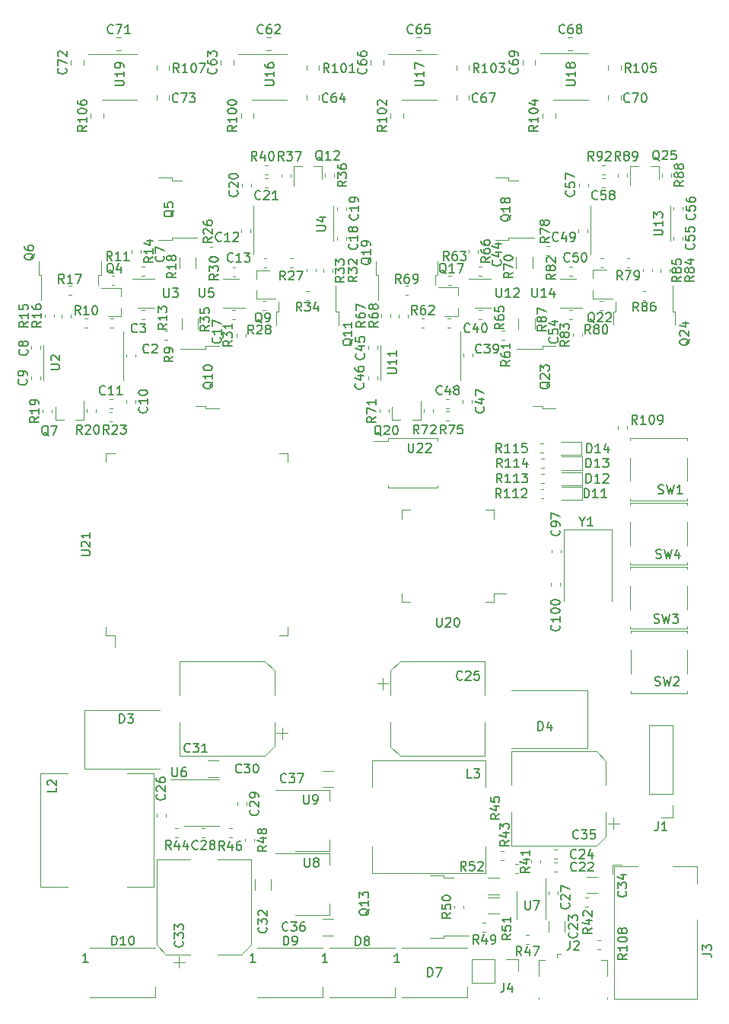
<source format=gbr>
G04 #@! TF.GenerationSoftware,KiCad,Pcbnew,5.1.5*
G04 #@! TF.CreationDate,2020-02-27T19:31:16+03:00*
G04 #@! TF.ProjectId,top,746f702e-6b69-4636-9164-5f7063625858,rev?*
G04 #@! TF.SameCoordinates,Original*
G04 #@! TF.FileFunction,Legend,Top*
G04 #@! TF.FilePolarity,Positive*
%FSLAX46Y46*%
G04 Gerber Fmt 4.6, Leading zero omitted, Abs format (unit mm)*
G04 Created by KiCad (PCBNEW 5.1.5) date 2020-02-27 19:31:16*
%MOMM*%
%LPD*%
G04 APERTURE LIST*
%ADD10C,0.120000*%
%ADD11C,0.150000*%
G04 APERTURE END LIST*
D10*
X-14694999Y-201139720D02*
X-14694999Y-201465278D01*
X-15714999Y-201139720D02*
X-15714999Y-201465278D01*
X-17172220Y-197224999D02*
X-17497778Y-197224999D01*
X-17172220Y-198244999D02*
X-17497778Y-198244999D01*
X-14025278Y-191444999D02*
X-13699720Y-191444999D01*
X-14025278Y-192464999D02*
X-13699720Y-192464999D01*
X-26334999Y-200272220D02*
X-26334999Y-200597778D01*
X-25314999Y-200272220D02*
X-25314999Y-200597778D01*
X-26324999Y-203950278D02*
X-26324999Y-203624720D01*
X-25304999Y-203950278D02*
X-25304999Y-203624720D01*
X-15784999Y-206242220D02*
X-15784999Y-206567778D01*
X-14764999Y-206242220D02*
X-14764999Y-206567778D01*
X-17630278Y-206144999D02*
X-17304720Y-206144999D01*
X-17630278Y-207164999D02*
X-17304720Y-207164999D01*
X-2939999Y-187625279D02*
X-2939999Y-187299721D01*
X-1919999Y-187625279D02*
X-1919999Y-187299721D01*
X-462778Y-191540000D02*
X-137220Y-191540000D01*
X-462778Y-190520000D02*
X-137220Y-190520000D01*
X-3609721Y-197320000D02*
X-3935279Y-197320000D01*
X-3609721Y-196300000D02*
X-3935279Y-196300000D01*
X8700000Y-188492779D02*
X8700000Y-188167221D01*
X7680000Y-188492779D02*
X7680000Y-188167221D01*
X8690000Y-184814721D02*
X8690000Y-185140279D01*
X7670000Y-184814721D02*
X7670000Y-185140279D01*
X-1849999Y-182522779D02*
X-1849999Y-182197221D01*
X-2869999Y-182522779D02*
X-2869999Y-182197221D01*
X-4720Y-182620000D02*
X-330278Y-182620000D01*
X-4720Y-181600000D02*
X-330278Y-181600000D01*
X31874721Y-257630000D02*
X32200279Y-257630000D01*
X31874721Y-258650000D02*
X32200279Y-258650000D01*
X31240000Y-265372064D02*
X31240000Y-264167936D01*
X33060000Y-265372064D02*
X33060000Y-264167936D01*
X31867221Y-257240000D02*
X32192779Y-257240000D01*
X31867221Y-256220000D02*
X32192779Y-256220000D01*
X24170000Y-245810000D02*
X24170000Y-242060000D01*
X24170000Y-235290000D02*
X24170000Y-239040000D01*
X14714437Y-235290000D02*
X24170000Y-235290000D01*
X14714437Y-245810000D02*
X24170000Y-245810000D01*
X13650000Y-244745563D02*
X13650000Y-242060000D01*
X13650000Y-236354437D02*
X13650000Y-239040000D01*
X13650000Y-236354437D02*
X14714437Y-235290000D01*
X13650000Y-244745563D02*
X14714437Y-245810000D01*
X12160000Y-237790000D02*
X13410000Y-237790000D01*
X12785000Y-237165000D02*
X12785000Y-238415000D01*
X-12370000Y-252590280D02*
X-12370000Y-252264722D01*
X-11350000Y-252590280D02*
X-11350000Y-252264722D01*
X31260000Y-260887221D02*
X31260000Y-261212779D01*
X32280000Y-260887221D02*
X32280000Y-261212779D01*
X-7355279Y-254880000D02*
X-7029721Y-254880000D01*
X-7355279Y-253860000D02*
X-7029721Y-253860000D01*
X-2340000Y-251322779D02*
X-2340000Y-250997221D01*
X-3360000Y-251322779D02*
X-3360000Y-250997221D01*
X-5487936Y-248160000D02*
X-6692064Y-248160000D01*
X-5487936Y-246340000D02*
X-6692064Y-246340000D01*
X-9790000Y-235280000D02*
X-9790000Y-239030000D01*
X-9790000Y-245800000D02*
X-9790000Y-242050000D01*
X-334437Y-245800000D02*
X-9790000Y-245800000D01*
X-334437Y-235280000D02*
X-9790000Y-235280000D01*
X730000Y-236344437D02*
X730000Y-239030000D01*
X730000Y-244735563D02*
X730000Y-242050000D01*
X730000Y-244735563D02*
X-334437Y-245800000D01*
X730000Y-236344437D02*
X-334437Y-235280000D01*
X2220000Y-243300000D02*
X970000Y-243300000D01*
X1595000Y-243925000D02*
X1595000Y-242675000D01*
X-1460000Y-260742064D02*
X-1460000Y-259537936D01*
X360000Y-260742064D02*
X360000Y-259537936D01*
X-10505000Y-268725000D02*
X-9255000Y-268725000D01*
X-9880000Y-269350000D02*
X-9880000Y-268100000D01*
X-2924437Y-267860000D02*
X-1860000Y-266795563D01*
X-11315563Y-267860000D02*
X-12380000Y-266795563D01*
X-11315563Y-267860000D02*
X-8630000Y-267860000D01*
X-2924437Y-267860000D02*
X-5610000Y-267860000D01*
X-1860000Y-266795563D02*
X-1860000Y-257340000D01*
X-12380000Y-266795563D02*
X-12380000Y-257340000D01*
X-12380000Y-257340000D02*
X-8630000Y-257340000D01*
X-1860000Y-257340000D02*
X-5610000Y-257340000D01*
X36702064Y-259230000D02*
X35497936Y-259230000D01*
X36702064Y-261050000D02*
X35497936Y-261050000D01*
X38475000Y-253945000D02*
X38475000Y-252695000D01*
X39100000Y-253320000D02*
X37850000Y-253320000D01*
X37610000Y-246364437D02*
X36545563Y-245300000D01*
X37610000Y-254755563D02*
X36545563Y-255820000D01*
X37610000Y-254755563D02*
X37610000Y-252070000D01*
X37610000Y-246364437D02*
X37610000Y-249050000D01*
X36545563Y-245300000D02*
X27090000Y-245300000D01*
X36545563Y-255820000D02*
X27090000Y-255820000D01*
X27090000Y-255820000D02*
X27090000Y-252070000D01*
X27090000Y-245300000D02*
X27090000Y-249050000D01*
X7262064Y-263920000D02*
X6057936Y-263920000D01*
X7262064Y-265740000D02*
X6057936Y-265740000D01*
X6057936Y-249270000D02*
X7262064Y-249270000D01*
X6057936Y-247450000D02*
X7262064Y-247450000D01*
X22785001Y-201129720D02*
X22785001Y-201455278D01*
X21765001Y-201129720D02*
X21765001Y-201455278D01*
X20307780Y-197214999D02*
X19982222Y-197214999D01*
X20307780Y-198234999D02*
X19982222Y-198234999D01*
X23454722Y-191434999D02*
X23780280Y-191434999D01*
X23454722Y-192454999D02*
X23780280Y-192454999D01*
X11145001Y-200262220D02*
X11145001Y-200587778D01*
X12165001Y-200262220D02*
X12165001Y-200587778D01*
X11155001Y-203940278D02*
X11155001Y-203614720D01*
X12175001Y-203940278D02*
X12175001Y-203614720D01*
X21695001Y-206232220D02*
X21695001Y-206557778D01*
X22715001Y-206232220D02*
X22715001Y-206557778D01*
X19849722Y-206134999D02*
X20175280Y-206134999D01*
X19849722Y-207154999D02*
X20175280Y-207154999D01*
X34540001Y-187615279D02*
X34540001Y-187289721D01*
X35560001Y-187615279D02*
X35560001Y-187289721D01*
X37017222Y-191530000D02*
X37342780Y-191530000D01*
X37017222Y-190510000D02*
X37342780Y-190510000D01*
X33870279Y-197310000D02*
X33544721Y-197310000D01*
X33870279Y-196290000D02*
X33544721Y-196290000D01*
X46180000Y-188482779D02*
X46180000Y-188157221D01*
X45160000Y-188482779D02*
X45160000Y-188157221D01*
X46170000Y-184804721D02*
X46170000Y-185130279D01*
X45150000Y-184804721D02*
X45150000Y-185130279D01*
X35630001Y-182512779D02*
X35630001Y-182187221D01*
X34610001Y-182512779D02*
X34610001Y-182187221D01*
X37475280Y-182610000D02*
X37149722Y-182610000D01*
X37475280Y-181590000D02*
X37149722Y-181590000D01*
X361078Y-165960000D02*
X-156078Y-165960000D01*
X361078Y-167380000D02*
X-156078Y-167380000D01*
X-5210000Y-169006079D02*
X-5210000Y-168488923D01*
X-3790000Y-169006079D02*
X-3790000Y-168488923D01*
X4290000Y-172411422D02*
X4290000Y-172928578D01*
X5710000Y-172411422D02*
X5710000Y-172928578D01*
X17036079Y-165965001D02*
X16518923Y-165965001D01*
X17036079Y-167385001D02*
X16518923Y-167385001D01*
X11465001Y-169011080D02*
X11465001Y-168493924D01*
X12885001Y-169011080D02*
X12885001Y-168493924D01*
X22385001Y-172416423D02*
X22385001Y-172933579D01*
X20965001Y-172416423D02*
X20965001Y-172933579D01*
X33906079Y-165955001D02*
X33388923Y-165955001D01*
X33906079Y-167375001D02*
X33388923Y-167375001D01*
X28335001Y-169001080D02*
X28335001Y-168483924D01*
X29755001Y-169001080D02*
X29755001Y-168483924D01*
X39255001Y-172406423D02*
X39255001Y-172923579D01*
X37835001Y-172406423D02*
X37835001Y-172923579D01*
X-16323921Y-167385001D02*
X-16841077Y-167385001D01*
X-16323921Y-165965001D02*
X-16841077Y-165965001D01*
X-20474999Y-169011080D02*
X-20474999Y-168493924D01*
X-21894999Y-169011080D02*
X-21894999Y-168493924D01*
X-12394999Y-172416423D02*
X-12394999Y-172933579D01*
X-10974999Y-172416423D02*
X-10974999Y-172933579D01*
X31550000Y-222897221D02*
X31550000Y-223222779D01*
X32570000Y-222897221D02*
X32570000Y-223222779D01*
X31530000Y-226890280D02*
X31530000Y-226564722D01*
X32550000Y-226890280D02*
X32550000Y-226564722D01*
X-20440000Y-247240000D02*
X-20440000Y-240740000D01*
X-20440000Y-247240000D02*
X-12040000Y-247240000D01*
X-20440000Y-240740000D02*
X-12040000Y-240740000D01*
X22170000Y-272640000D02*
X22170000Y-271490000D01*
X14870000Y-272640000D02*
X22170000Y-272640000D01*
X14870000Y-267140000D02*
X22170000Y-267140000D01*
X6860000Y-267160000D02*
X14160000Y-267160000D01*
X6860000Y-272660000D02*
X14160000Y-272660000D01*
X14160000Y-272660000D02*
X14160000Y-271510000D01*
X6140000Y-272630000D02*
X6140000Y-271480000D01*
X-1160000Y-272630000D02*
X6140000Y-272630000D01*
X-1160000Y-267130000D02*
X6140000Y-267130000D01*
X-19800000Y-267120000D02*
X-12500000Y-267120000D01*
X-19800000Y-272620000D02*
X-12500000Y-272620000D01*
X-12500000Y-272620000D02*
X-12500000Y-271470000D01*
X32650000Y-217385000D02*
X34935000Y-217385000D01*
X34935000Y-217385000D02*
X34935000Y-215915000D01*
X34935000Y-215915000D02*
X32650000Y-215915000D01*
X34935000Y-214265000D02*
X32650000Y-214265000D01*
X34935000Y-215735000D02*
X34935000Y-214265000D01*
X32650000Y-215735000D02*
X34935000Y-215735000D01*
X32650000Y-214035000D02*
X34935000Y-214035000D01*
X34935000Y-214035000D02*
X34935000Y-212565000D01*
X34935000Y-212565000D02*
X32650000Y-212565000D01*
X34925001Y-210885000D02*
X32640001Y-210885000D01*
X34925001Y-212355000D02*
X34925001Y-210885000D01*
X32640001Y-212355000D02*
X34925001Y-212355000D01*
X45070000Y-242380000D02*
X42410000Y-242380000D01*
X45070000Y-250060000D02*
X45070000Y-242380000D01*
X42410000Y-250060000D02*
X42410000Y-242380000D01*
X45070000Y-250060000D02*
X42410000Y-250060000D01*
X45070000Y-251330000D02*
X45070000Y-252660000D01*
X45070000Y-252660000D02*
X43740000Y-252660000D01*
X30140000Y-268530000D02*
X30800000Y-268530000D01*
X30140000Y-270260000D02*
X30140000Y-268530000D01*
X37760000Y-272830000D02*
X37760000Y-272620000D01*
X30140000Y-272830000D02*
X30140000Y-272620000D01*
X37760000Y-270260000D02*
X37760000Y-268530000D01*
X37760000Y-268530000D02*
X37110000Y-268530000D01*
X32190000Y-267830000D02*
X32640000Y-267830000D01*
X32190000Y-267830000D02*
X32190000Y-268220000D01*
X39400000Y-257910000D02*
X38350000Y-257910000D01*
X38350000Y-258960000D02*
X38350000Y-257910000D01*
X47750000Y-264010000D02*
X47750000Y-272810000D01*
X47750000Y-272810000D02*
X38550000Y-272810000D01*
X45050000Y-258110000D02*
X47750000Y-258110000D01*
X47750000Y-258110000D02*
X47750000Y-260010000D01*
X38550000Y-272810000D02*
X38550000Y-258110000D01*
X38550000Y-258110000D02*
X41150000Y-258110000D01*
X22670000Y-268370000D02*
X22670000Y-271030000D01*
X25270000Y-268370000D02*
X22670000Y-268370000D01*
X25270000Y-271030000D02*
X22670000Y-271030000D01*
X25270000Y-268370000D02*
X25270000Y-271030000D01*
X26540000Y-268370000D02*
X27870000Y-268370000D01*
X27870000Y-268370000D02*
X27870000Y-269700000D01*
X-12690000Y-260370000D02*
X-15690000Y-260370000D01*
X-12690000Y-247770000D02*
X-12690000Y-260370000D01*
X-15690000Y-247770000D02*
X-12690000Y-247770000D01*
X-25290000Y-247770000D02*
X-22290000Y-247770000D01*
X-25290000Y-260370000D02*
X-25290000Y-247770000D01*
X-22290000Y-260370000D02*
X-25290000Y-260370000D01*
X24220000Y-255870000D02*
X24220000Y-258870000D01*
X24220000Y-258870000D02*
X11620000Y-258870000D01*
X11620000Y-258870000D02*
X11620000Y-255870000D01*
X11620000Y-249270000D02*
X11620000Y-246270000D01*
X11620000Y-246270000D02*
X24220000Y-246270000D01*
X24220000Y-246270000D02*
X24220000Y-249270000D01*
X-16344999Y-196934998D02*
X-17804999Y-196934998D01*
X-16344999Y-193774998D02*
X-18504999Y-193774998D01*
X-16344999Y-193774998D02*
X-16344999Y-194704998D01*
X-16344999Y-196934998D02*
X-16344999Y-196004998D01*
X-12194999Y-188474999D02*
X-10694999Y-188474999D01*
X-10694999Y-188474999D02*
X-10694999Y-188204999D01*
X-10694999Y-188204999D02*
X-7864999Y-188204999D01*
X-12194999Y-181574999D02*
X-10694999Y-181574999D01*
X-10694999Y-181574999D02*
X-10694999Y-181844999D01*
X-10694999Y-181844999D02*
X-9594999Y-181844999D01*
X-25474999Y-190844999D02*
X-25474999Y-192344999D01*
X-25474999Y-192344999D02*
X-25204999Y-192344999D01*
X-25204999Y-192344999D02*
X-25204999Y-195174999D01*
X-18574999Y-190844999D02*
X-18574999Y-192344999D01*
X-18574999Y-192344999D02*
X-18844999Y-192344999D01*
X-18844999Y-192344999D02*
X-18844999Y-193444999D01*
X-23644999Y-208494999D02*
X-23644999Y-207034999D01*
X-20484999Y-208494999D02*
X-20484999Y-206334999D01*
X-20484999Y-208494999D02*
X-21414999Y-208494999D01*
X-23644999Y-208494999D02*
X-22714999Y-208494999D01*
X-1289999Y-191830001D02*
X170001Y-191830001D01*
X-1289999Y-194990001D02*
X870001Y-194990001D01*
X-1289999Y-194990001D02*
X-1289999Y-194060001D01*
X-1289999Y-191830001D02*
X-1289999Y-192760001D01*
X-6940000Y-206920000D02*
X-8040000Y-206920000D01*
X-6940000Y-207190000D02*
X-6940000Y-206920000D01*
X-5440000Y-207190000D02*
X-6940000Y-207190000D01*
X-6940000Y-200560000D02*
X-9770000Y-200560000D01*
X-6940000Y-200290000D02*
X-6940000Y-200560000D01*
X-5440000Y-200290000D02*
X-6940000Y-200290000D01*
X1210000Y-196420000D02*
X1210000Y-195320000D01*
X940000Y-196420000D02*
X1210000Y-196420000D01*
X940000Y-197920000D02*
X940000Y-196420000D01*
X7570000Y-196420000D02*
X7570000Y-193590000D01*
X7840000Y-196420000D02*
X7570000Y-196420000D01*
X7840000Y-197920000D02*
X7840000Y-196420000D01*
X6010000Y-180270000D02*
X6010000Y-181730000D01*
X2850000Y-180270000D02*
X2850000Y-182430000D01*
X2850000Y-180270000D02*
X3780000Y-180270000D01*
X6010000Y-180270000D02*
X5080000Y-180270000D01*
X18040000Y-266010000D02*
X19540000Y-266010000D01*
X19540000Y-266010000D02*
X19540000Y-265740000D01*
X19540000Y-265740000D02*
X22370000Y-265740000D01*
X18040000Y-259110000D02*
X19540000Y-259110000D01*
X19540000Y-259110000D02*
X19540000Y-259380000D01*
X19540000Y-259380000D02*
X20640000Y-259380000D01*
X21135001Y-196924998D02*
X19675001Y-196924998D01*
X21135001Y-193764998D02*
X18975001Y-193764998D01*
X21135001Y-193764998D02*
X21135001Y-194694998D01*
X21135001Y-196924998D02*
X21135001Y-195994998D01*
X26785001Y-181834999D02*
X27885001Y-181834999D01*
X26785001Y-181564999D02*
X26785001Y-181834999D01*
X25285001Y-181564999D02*
X26785001Y-181564999D01*
X26785001Y-188194999D02*
X29615001Y-188194999D01*
X26785001Y-188464999D02*
X26785001Y-188194999D01*
X25285001Y-188464999D02*
X26785001Y-188464999D01*
X18635001Y-192334999D02*
X18635001Y-193434999D01*
X18905001Y-192334999D02*
X18635001Y-192334999D01*
X18905001Y-190834999D02*
X18905001Y-192334999D01*
X12275001Y-192334999D02*
X12275001Y-195164999D01*
X12005001Y-192334999D02*
X12275001Y-192334999D01*
X12005001Y-190834999D02*
X12005001Y-192334999D01*
X13835001Y-208484999D02*
X14765001Y-208484999D01*
X16995001Y-208484999D02*
X16065001Y-208484999D01*
X16995001Y-208484999D02*
X16995001Y-206324999D01*
X13835001Y-208484999D02*
X13835001Y-207024999D01*
X36190001Y-191820001D02*
X37650001Y-191820001D01*
X36190001Y-194980001D02*
X38350001Y-194980001D01*
X36190001Y-194980001D02*
X36190001Y-194050001D01*
X36190001Y-191820001D02*
X36190001Y-192750001D01*
X30540000Y-206910000D02*
X29440000Y-206910000D01*
X30540000Y-207180000D02*
X30540000Y-206910000D01*
X32040000Y-207180000D02*
X30540000Y-207180000D01*
X30540000Y-200550000D02*
X27710000Y-200550000D01*
X30540000Y-200280000D02*
X30540000Y-200550000D01*
X32040000Y-200280000D02*
X30540000Y-200280000D01*
X45320000Y-197910000D02*
X45320000Y-196410000D01*
X45320000Y-196410000D02*
X45050000Y-196410000D01*
X45050000Y-196410000D02*
X45050000Y-193580000D01*
X38420000Y-197910000D02*
X38420000Y-196410000D01*
X38420000Y-196410000D02*
X38690000Y-196410000D01*
X38690000Y-196410000D02*
X38690000Y-195310000D01*
X43490000Y-180260000D02*
X43490000Y-181720000D01*
X40330000Y-180260000D02*
X40330000Y-182420000D01*
X40330000Y-180260000D02*
X41260000Y-180260000D01*
X43490000Y-180260000D02*
X42560000Y-180260000D01*
X-11497778Y-199564999D02*
X-11172220Y-199564999D01*
X-11497778Y-198544999D02*
X-11172220Y-198544999D01*
X-20084719Y-198234999D02*
X-20410277Y-198234999D01*
X-20084719Y-197214999D02*
X-20410277Y-197214999D01*
X-17385278Y-192474999D02*
X-17059720Y-192474999D01*
X-17385278Y-193494999D02*
X-17059720Y-193494999D01*
X-13704720Y-196254999D02*
X-14030278Y-196254999D01*
X-13704720Y-197274999D02*
X-14030278Y-197274999D01*
X-15164999Y-189569720D02*
X-15164999Y-189895278D01*
X-14144999Y-189569720D02*
X-14144999Y-189895278D01*
X-23804999Y-196742220D02*
X-23804999Y-197067778D01*
X-24824999Y-196742220D02*
X-24824999Y-197067778D01*
X-21914999Y-197100278D02*
X-21914999Y-196774720D01*
X-22934999Y-197100278D02*
X-22934999Y-196774720D01*
X-21859720Y-194614998D02*
X-22185278Y-194614998D01*
X-21859720Y-193594998D02*
X-22185278Y-193594998D01*
X-8034999Y-191597063D02*
X-8034999Y-190392935D01*
X-9854999Y-191597063D02*
X-9854999Y-190392935D01*
X-25024999Y-207647778D02*
X-25024999Y-207322220D01*
X-24004999Y-207647778D02*
X-24004999Y-207322220D01*
X-20144999Y-207279721D02*
X-20144999Y-207605279D01*
X-19124999Y-207279721D02*
X-19124999Y-207605279D01*
X-17640278Y-208594999D02*
X-17314720Y-208594999D01*
X-17640278Y-207574999D02*
X-17314720Y-207574999D01*
X-6137220Y-189200000D02*
X-6462778Y-189200000D01*
X-6137220Y-190220000D02*
X-6462778Y-190220000D01*
X2449720Y-190530000D02*
X2775278Y-190530000D01*
X2449720Y-191550000D02*
X2775278Y-191550000D01*
X-249721Y-196290000D02*
X-575279Y-196290000D01*
X-249721Y-195270000D02*
X-575279Y-195270000D01*
X-3930278Y-192510000D02*
X-3604720Y-192510000D01*
X-3930278Y-191490000D02*
X-3604720Y-191490000D01*
X-2470000Y-199195279D02*
X-2470000Y-198869721D01*
X-3490000Y-199195279D02*
X-3490000Y-198869721D01*
X7190000Y-192022779D02*
X7190000Y-191697221D01*
X6170000Y-192022779D02*
X6170000Y-191697221D01*
X5300000Y-191664721D02*
X5300000Y-191990279D01*
X4280000Y-191664721D02*
X4280000Y-191990279D01*
X4224721Y-195170001D02*
X4550279Y-195170001D01*
X4224721Y-194150001D02*
X4550279Y-194150001D01*
X-7780000Y-197167936D02*
X-7780000Y-198372064D01*
X-9600000Y-197167936D02*
X-9600000Y-198372064D01*
X7390000Y-181117221D02*
X7390000Y-181442779D01*
X6370000Y-181117221D02*
X6370000Y-181442779D01*
X2510000Y-181485278D02*
X2510000Y-181159720D01*
X1490000Y-181485278D02*
X1490000Y-181159720D01*
X5280Y-181190000D02*
X-320278Y-181190000D01*
X5280Y-180170000D02*
X-320278Y-180170000D01*
X29310000Y-257357221D02*
X29310000Y-257682779D01*
X30330000Y-257357221D02*
X30330000Y-257682779D01*
X35347221Y-261550000D02*
X35672779Y-261550000D01*
X35347221Y-262570000D02*
X35672779Y-262570000D01*
X27507221Y-258850000D02*
X27832779Y-258850000D01*
X27507221Y-257830000D02*
X27832779Y-257830000D01*
X-9977221Y-253870000D02*
X-10302779Y-253870000D01*
X-9977221Y-254890000D02*
X-10302779Y-254890000D01*
X26235279Y-257430000D02*
X25909721Y-257430000D01*
X26235279Y-256410000D02*
X25909721Y-256410000D01*
X-4330279Y-254890000D02*
X-4004721Y-254890000D01*
X-4330279Y-253870000D02*
X-4004721Y-253870000D01*
X28707221Y-265730000D02*
X29032779Y-265730000D01*
X28707221Y-266750000D02*
X29032779Y-266750000D01*
X-2530000Y-254997221D02*
X-2530000Y-255322779D01*
X-1510000Y-254997221D02*
X-1510000Y-255322779D01*
X24210279Y-265330000D02*
X23884721Y-265330000D01*
X24210279Y-264310000D02*
X23884721Y-264310000D01*
X20740000Y-262437221D02*
X20740000Y-262762779D01*
X21760000Y-262437221D02*
X21760000Y-262762779D01*
X25702064Y-261540000D02*
X24497936Y-261540000D01*
X25702064Y-263360000D02*
X24497936Y-263360000D01*
X25712064Y-261170000D02*
X24507936Y-261170000D01*
X25712064Y-259350000D02*
X24507936Y-259350000D01*
X25982222Y-199554999D02*
X26307780Y-199554999D01*
X25982222Y-198534999D02*
X26307780Y-198534999D01*
X17395281Y-197204999D02*
X17069723Y-197204999D01*
X17395281Y-198224999D02*
X17069723Y-198224999D01*
X20094722Y-192464999D02*
X20420280Y-192464999D01*
X20094722Y-193484999D02*
X20420280Y-193484999D01*
X23775280Y-197264999D02*
X23449722Y-197264999D01*
X23775280Y-196244999D02*
X23449722Y-196244999D01*
X23335001Y-189559720D02*
X23335001Y-189885278D01*
X22315001Y-189559720D02*
X22315001Y-189885278D01*
X13675001Y-196732220D02*
X13675001Y-197057778D01*
X12655001Y-196732220D02*
X12655001Y-197057778D01*
X14545001Y-197090278D02*
X14545001Y-196764720D01*
X15565001Y-197090278D02*
X15565001Y-196764720D01*
X15620280Y-193584998D02*
X15294722Y-193584998D01*
X15620280Y-194604998D02*
X15294722Y-194604998D01*
X27625001Y-191587063D02*
X27625001Y-190382935D01*
X29445001Y-191587063D02*
X29445001Y-190382935D01*
X13475001Y-207637778D02*
X13475001Y-207312220D01*
X12455001Y-207637778D02*
X12455001Y-207312220D01*
X17335001Y-207269721D02*
X17335001Y-207595279D01*
X18355001Y-207269721D02*
X18355001Y-207595279D01*
X19839722Y-208584999D02*
X20165280Y-208584999D01*
X19839722Y-207564999D02*
X20165280Y-207564999D01*
X31342780Y-190210000D02*
X31017222Y-190210000D01*
X31342780Y-189190000D02*
X31017222Y-189190000D01*
X39929720Y-191540000D02*
X40255278Y-191540000D01*
X39929720Y-190520000D02*
X40255278Y-190520000D01*
X37230279Y-196280000D02*
X36904721Y-196280000D01*
X37230279Y-195260000D02*
X36904721Y-195260000D01*
X33549722Y-191480000D02*
X33875280Y-191480000D01*
X33549722Y-192500000D02*
X33875280Y-192500000D01*
X35010000Y-199185279D02*
X35010000Y-198859721D01*
X33990000Y-199185279D02*
X33990000Y-198859721D01*
X43650000Y-192012779D02*
X43650000Y-191687221D01*
X44670000Y-192012779D02*
X44670000Y-191687221D01*
X42780000Y-191654721D02*
X42780000Y-191980279D01*
X41760000Y-191654721D02*
X41760000Y-191980279D01*
X41704721Y-194140001D02*
X42030279Y-194140001D01*
X41704721Y-195160001D02*
X42030279Y-195160001D01*
X29700000Y-197157936D02*
X29700000Y-198362064D01*
X27880000Y-197157936D02*
X27880000Y-198362064D01*
X43850000Y-181107221D02*
X43850000Y-181432779D01*
X44870000Y-181107221D02*
X44870000Y-181432779D01*
X38970000Y-181475278D02*
X38970000Y-181149720D01*
X39990000Y-181475278D02*
X39990000Y-181149720D01*
X37485280Y-180160000D02*
X37159722Y-180160000D01*
X37485280Y-181180000D02*
X37159722Y-181180000D01*
X-1580000Y-174906079D02*
X-1580000Y-174388923D01*
X-3000000Y-174906079D02*
X-3000000Y-174388923D01*
X4290000Y-169101422D02*
X4290000Y-169618578D01*
X5710000Y-169101422D02*
X5710000Y-169618578D01*
X13675001Y-174911080D02*
X13675001Y-174393924D01*
X15095001Y-174911080D02*
X15095001Y-174393924D01*
X22385001Y-169106423D02*
X22385001Y-169623579D01*
X20965001Y-169106423D02*
X20965001Y-169623579D01*
X31965001Y-174901080D02*
X31965001Y-174383924D01*
X30545001Y-174901080D02*
X30545001Y-174383924D01*
X39255001Y-169096423D02*
X39255001Y-169613579D01*
X37835001Y-169096423D02*
X37835001Y-169613579D01*
X-18264999Y-174911080D02*
X-18264999Y-174393924D01*
X-19684999Y-174911080D02*
X-19684999Y-174393924D01*
X-10974999Y-169106423D02*
X-10974999Y-169623579D01*
X-12394999Y-169106423D02*
X-12394999Y-169623579D01*
X36654722Y-266320000D02*
X36980280Y-266320000D01*
X36654722Y-267340000D02*
X36980280Y-267340000D01*
X39980000Y-209124722D02*
X39980000Y-209450280D01*
X38960000Y-209124722D02*
X38960000Y-209450280D01*
X30359721Y-217160000D02*
X30685279Y-217160000D01*
X30359721Y-216140000D02*
X30685279Y-216140000D01*
X30369721Y-215500000D02*
X30695279Y-215500000D01*
X30369721Y-214480000D02*
X30695279Y-214480000D01*
X30369721Y-213810000D02*
X30695279Y-213810000D01*
X30369721Y-212790000D02*
X30695279Y-212790000D01*
X30349722Y-212120000D02*
X30675280Y-212120000D01*
X30349722Y-211100000D02*
X30675280Y-211100000D01*
X46630000Y-212660000D02*
X46630000Y-215260000D01*
X40330000Y-217410000D02*
X40330000Y-217160000D01*
X46630000Y-217410000D02*
X40330000Y-217410000D01*
X46630000Y-217160000D02*
X46630000Y-217410000D01*
X40330000Y-215260000D02*
X40330000Y-212660000D01*
X46630000Y-210510000D02*
X46630000Y-210760000D01*
X40330000Y-210510000D02*
X46630000Y-210510000D01*
X40330000Y-210760000D02*
X40330000Y-210510000D01*
X40350000Y-232170000D02*
X40350000Y-231920000D01*
X40350000Y-231920000D02*
X46650000Y-231920000D01*
X46650000Y-231920000D02*
X46650000Y-232170000D01*
X40350000Y-236670000D02*
X40350000Y-234070000D01*
X46650000Y-238570000D02*
X46650000Y-238820000D01*
X46650000Y-238820000D02*
X40350000Y-238820000D01*
X40350000Y-238820000D02*
X40350000Y-238570000D01*
X46650000Y-234070000D02*
X46650000Y-236670000D01*
X40340000Y-225040000D02*
X40340000Y-224790000D01*
X40340000Y-224790000D02*
X46640000Y-224790000D01*
X46640000Y-224790000D02*
X46640000Y-225040000D01*
X40340000Y-229540000D02*
X40340000Y-226940000D01*
X46640000Y-231440000D02*
X46640000Y-231690000D01*
X46640000Y-231690000D02*
X40340000Y-231690000D01*
X40340000Y-231690000D02*
X40340000Y-231440000D01*
X46640000Y-226940000D02*
X46640000Y-229540000D01*
X46640000Y-219810000D02*
X46640000Y-222410000D01*
X40340000Y-224560000D02*
X40340000Y-224310000D01*
X46640000Y-224560000D02*
X40340000Y-224560000D01*
X46640000Y-224310000D02*
X46640000Y-224560000D01*
X40340000Y-222410000D02*
X40340000Y-219810000D01*
X46640000Y-217660000D02*
X46640000Y-217910000D01*
X40340000Y-217660000D02*
X46640000Y-217660000D01*
X40340000Y-217910000D02*
X40340000Y-217660000D01*
X-24939999Y-202114999D02*
X-24939999Y-204064999D01*
X-24939999Y-202114999D02*
X-24939999Y-200164999D01*
X-16069999Y-202114999D02*
X-16069999Y-204064999D01*
X-16069999Y-202114999D02*
X-16069999Y-198664999D01*
X-12654999Y-192774999D02*
X-15104999Y-192774999D01*
X-14454999Y-195994999D02*
X-12654999Y-195994999D01*
X-1565000Y-186650000D02*
X-1565000Y-190100000D01*
X-1565000Y-186650000D02*
X-1565000Y-184700000D01*
X7305000Y-186650000D02*
X7305000Y-188600000D01*
X7305000Y-186650000D02*
X7305000Y-184700000D01*
X-4980000Y-195990000D02*
X-2530000Y-195990000D01*
X-3180000Y-192770000D02*
X-4980000Y-192770000D01*
X-10810000Y-248450000D02*
X-5410000Y-248450000D01*
X-9310000Y-253570000D02*
X-5410000Y-253570000D01*
X27710000Y-262380000D02*
X27710000Y-263880000D01*
X27710000Y-262380000D02*
X27710000Y-260880000D01*
X30930000Y-262380000D02*
X30930000Y-263880000D01*
X30930000Y-262380000D02*
X30930000Y-259455000D01*
X830000Y-256650000D02*
X6840000Y-256650000D01*
X3080000Y-263470000D02*
X6840000Y-263470000D01*
X6840000Y-256650000D02*
X6840000Y-257910000D01*
X6840000Y-263470000D02*
X6840000Y-262210000D01*
X6820000Y-256390000D02*
X6820000Y-255130000D01*
X6820000Y-249570000D02*
X6820000Y-250830000D01*
X3060000Y-256390000D02*
X6820000Y-256390000D01*
X810000Y-249570000D02*
X6820000Y-249570000D01*
X21410001Y-202104999D02*
X21410001Y-198654999D01*
X21410001Y-202104999D02*
X21410001Y-204054999D01*
X12540001Y-202104999D02*
X12540001Y-200154999D01*
X12540001Y-202104999D02*
X12540001Y-204054999D01*
X23025001Y-195984999D02*
X24825001Y-195984999D01*
X24825001Y-192764999D02*
X22375001Y-192764999D01*
X44785000Y-186640000D02*
X44785000Y-184690000D01*
X44785000Y-186640000D02*
X44785000Y-188590000D01*
X35915000Y-186640000D02*
X35915000Y-184690000D01*
X35915000Y-186640000D02*
X35915000Y-190090000D01*
X34300000Y-192760000D02*
X32500000Y-192760000D01*
X32500000Y-195980000D02*
X34950000Y-195980000D01*
X180000Y-172900000D02*
X2130000Y-172900000D01*
X180000Y-172900000D02*
X-1770000Y-172900000D01*
X180000Y-167780000D02*
X2130000Y-167780000D01*
X180000Y-167780000D02*
X-3270000Y-167780000D01*
X16855001Y-167785001D02*
X13405001Y-167785001D01*
X16855001Y-167785001D02*
X18805001Y-167785001D01*
X16855001Y-172905001D02*
X14905001Y-172905001D01*
X16855001Y-172905001D02*
X18805001Y-172905001D01*
X33725001Y-172895001D02*
X35675001Y-172895001D01*
X33725001Y-172895001D02*
X31775001Y-172895001D01*
X33725001Y-167775001D02*
X35675001Y-167775001D01*
X33725001Y-167775001D02*
X30275001Y-167775001D01*
X-16504999Y-167785001D02*
X-19954999Y-167785001D01*
X-16504999Y-167785001D02*
X-14554999Y-167785001D01*
X-16504999Y-172905001D02*
X-18454999Y-172905001D01*
X-16504999Y-172905001D02*
X-14554999Y-172905001D01*
X15860000Y-218490000D02*
X14910000Y-218490000D01*
X14910000Y-218490000D02*
X14910000Y-219440000D01*
X24180000Y-218490000D02*
X25130000Y-218490000D01*
X25130000Y-218490000D02*
X25130000Y-219440000D01*
X15860000Y-228710000D02*
X14910000Y-228710000D01*
X14910000Y-228710000D02*
X14910000Y-227760000D01*
X24180000Y-228710000D02*
X25130000Y-228710000D01*
X25130000Y-228710000D02*
X25130000Y-227760000D01*
X25130000Y-227760000D02*
X26470000Y-227760000D01*
X2230000Y-213140000D02*
X2230000Y-212190000D01*
X2230000Y-212190000D02*
X1280000Y-212190000D01*
X2230000Y-231460000D02*
X2230000Y-232410000D01*
X2230000Y-232410000D02*
X1280000Y-232410000D01*
X-17990000Y-213140000D02*
X-17990000Y-212190000D01*
X-17990000Y-212190000D02*
X-17040000Y-212190000D01*
X-17990000Y-231460000D02*
X-17990000Y-232410000D01*
X-17990000Y-232410000D02*
X-17040000Y-232410000D01*
X-17040000Y-232410000D02*
X-17040000Y-233700000D01*
X16135001Y-215980001D02*
X18860001Y-215980001D01*
X18860001Y-215980001D02*
X18860001Y-215720001D01*
X16135001Y-215980001D02*
X13410001Y-215980001D01*
X13410001Y-215980001D02*
X13410001Y-215720001D01*
X16135001Y-210530001D02*
X18860001Y-210530001D01*
X18860001Y-210530001D02*
X18860001Y-210790001D01*
X16135001Y-210530001D02*
X13410001Y-210530001D01*
X13410001Y-210530001D02*
X13410001Y-210790001D01*
X13410001Y-210790001D02*
X11735001Y-210790001D01*
X38300000Y-228579999D02*
X38300000Y-220679999D01*
X38300000Y-220679999D02*
X32900000Y-220679999D01*
X32900000Y-220679999D02*
X32900000Y-228579999D01*
X35530000Y-238490000D02*
X35530000Y-244990000D01*
X35530000Y-238490000D02*
X27130000Y-238490000D01*
X35530000Y-244990000D02*
X27130000Y-244990000D01*
D11*
X-13261665Y-200952141D02*
X-13309284Y-200999760D01*
X-13452141Y-201047379D01*
X-13547379Y-201047379D01*
X-13690237Y-200999760D01*
X-13785475Y-200904522D01*
X-13833094Y-200809284D01*
X-13880713Y-200618808D01*
X-13880713Y-200475951D01*
X-13833094Y-200285475D01*
X-13785475Y-200190237D01*
X-13690237Y-200094999D01*
X-13547379Y-200047379D01*
X-13452141Y-200047379D01*
X-13309284Y-200094999D01*
X-13261665Y-200142618D01*
X-12880713Y-200142618D02*
X-12833094Y-200094999D01*
X-12737856Y-200047379D01*
X-12499760Y-200047379D01*
X-12404522Y-200094999D01*
X-12356903Y-200142618D01*
X-12309284Y-200237856D01*
X-12309284Y-200333094D01*
X-12356903Y-200475951D01*
X-12928332Y-201047379D01*
X-12309284Y-201047379D01*
X-14541665Y-198662141D02*
X-14589284Y-198709760D01*
X-14732141Y-198757379D01*
X-14827379Y-198757379D01*
X-14970237Y-198709760D01*
X-15065475Y-198614522D01*
X-15113094Y-198519284D01*
X-15160713Y-198328808D01*
X-15160713Y-198185951D01*
X-15113094Y-197995475D01*
X-15065475Y-197900237D01*
X-14970237Y-197804999D01*
X-14827379Y-197757379D01*
X-14732141Y-197757379D01*
X-14589284Y-197804999D01*
X-14541665Y-197852618D01*
X-14208332Y-197757379D02*
X-13589284Y-197757379D01*
X-13922618Y-198138332D01*
X-13779760Y-198138332D01*
X-13684522Y-198185951D01*
X-13636903Y-198233570D01*
X-13589284Y-198328808D01*
X-13589284Y-198566903D01*
X-13636903Y-198662141D01*
X-13684522Y-198709760D01*
X-13779760Y-198757379D01*
X-14065475Y-198757379D01*
X-14160713Y-198709760D01*
X-14208332Y-198662141D01*
X-11622857Y-190256666D02*
X-11575238Y-190304285D01*
X-11527619Y-190447142D01*
X-11527619Y-190542380D01*
X-11575238Y-190685238D01*
X-11670476Y-190780476D01*
X-11765714Y-190828095D01*
X-11956190Y-190875714D01*
X-12099047Y-190875714D01*
X-12289523Y-190828095D01*
X-12384761Y-190780476D01*
X-12480000Y-190685238D01*
X-12527619Y-190542380D01*
X-12527619Y-190447142D01*
X-12480000Y-190304285D01*
X-12432380Y-190256666D01*
X-12527619Y-189923333D02*
X-12527619Y-189256666D01*
X-11527619Y-189685238D01*
X-26804703Y-200658512D02*
X-26757084Y-200706131D01*
X-26709465Y-200848988D01*
X-26709465Y-200944226D01*
X-26757084Y-201087084D01*
X-26852322Y-201182322D01*
X-26947560Y-201229941D01*
X-27138036Y-201277560D01*
X-27280893Y-201277560D01*
X-27471369Y-201229941D01*
X-27566607Y-201182322D01*
X-27661846Y-201087084D01*
X-27709465Y-200944226D01*
X-27709465Y-200848988D01*
X-27661846Y-200706131D01*
X-27614226Y-200658512D01*
X-27280893Y-200087084D02*
X-27328512Y-200182322D01*
X-27376131Y-200229941D01*
X-27471369Y-200277560D01*
X-27518988Y-200277560D01*
X-27614226Y-200229941D01*
X-27661846Y-200182322D01*
X-27709465Y-200087084D01*
X-27709465Y-199896607D01*
X-27661846Y-199801369D01*
X-27614226Y-199753750D01*
X-27518988Y-199706131D01*
X-27471369Y-199706131D01*
X-27376131Y-199753750D01*
X-27328512Y-199801369D01*
X-27280893Y-199896607D01*
X-27280893Y-200087084D01*
X-27233274Y-200182322D01*
X-27185655Y-200229941D01*
X-27090417Y-200277560D01*
X-26899941Y-200277560D01*
X-26804703Y-200229941D01*
X-26757084Y-200182322D01*
X-26709465Y-200087084D01*
X-26709465Y-199896607D01*
X-26757084Y-199801369D01*
X-26804703Y-199753750D01*
X-26899941Y-199706131D01*
X-27090417Y-199706131D01*
X-27185655Y-199753750D01*
X-27233274Y-199801369D01*
X-27280893Y-199896607D01*
X-26887856Y-203954165D02*
X-26840237Y-204001784D01*
X-26792618Y-204144641D01*
X-26792618Y-204239879D01*
X-26840237Y-204382737D01*
X-26935475Y-204477975D01*
X-27030713Y-204525594D01*
X-27221189Y-204573213D01*
X-27364046Y-204573213D01*
X-27554522Y-204525594D01*
X-27649760Y-204477975D01*
X-27744999Y-204382737D01*
X-27792618Y-204239879D01*
X-27792618Y-204144641D01*
X-27744999Y-204001784D01*
X-27697379Y-203954165D01*
X-26792618Y-203477975D02*
X-26792618Y-203287499D01*
X-26840237Y-203192260D01*
X-26887856Y-203144641D01*
X-27030713Y-203049403D01*
X-27221189Y-203001784D01*
X-27602141Y-203001784D01*
X-27697379Y-203049403D01*
X-27744999Y-203097022D01*
X-27792618Y-203192260D01*
X-27792618Y-203382737D01*
X-27744999Y-203477975D01*
X-27697379Y-203525594D01*
X-27602141Y-203573213D01*
X-27364046Y-203573213D01*
X-27268808Y-203525594D01*
X-27221189Y-203477975D01*
X-27173570Y-203382737D01*
X-27173570Y-203192260D01*
X-27221189Y-203097022D01*
X-27268808Y-203049403D01*
X-27364046Y-203001784D01*
X-13487856Y-207047856D02*
X-13440237Y-207095475D01*
X-13392618Y-207238332D01*
X-13392618Y-207333570D01*
X-13440237Y-207476427D01*
X-13535475Y-207571665D01*
X-13630713Y-207619284D01*
X-13821189Y-207666903D01*
X-13964046Y-207666903D01*
X-14154522Y-207619284D01*
X-14249760Y-207571665D01*
X-14344999Y-207476427D01*
X-14392618Y-207333570D01*
X-14392618Y-207238332D01*
X-14344999Y-207095475D01*
X-14297379Y-207047856D01*
X-13392618Y-206095475D02*
X-13392618Y-206666903D01*
X-13392618Y-206381189D02*
X-14392618Y-206381189D01*
X-14249760Y-206476427D01*
X-14154522Y-206571665D01*
X-14106903Y-206666903D01*
X-14392618Y-205476427D02*
X-14392618Y-205381189D01*
X-14344999Y-205285951D01*
X-14297379Y-205238332D01*
X-14202141Y-205190713D01*
X-14011665Y-205143094D01*
X-13773570Y-205143094D01*
X-13583094Y-205190713D01*
X-13487856Y-205238332D01*
X-13440237Y-205285951D01*
X-13392618Y-205381189D01*
X-13392618Y-205476427D01*
X-13440237Y-205571665D01*
X-13487856Y-205619284D01*
X-13583094Y-205666903D01*
X-13773570Y-205714522D01*
X-14011665Y-205714522D01*
X-14202141Y-205666903D01*
X-14297379Y-205619284D01*
X-14344999Y-205571665D01*
X-14392618Y-205476427D01*
X-18110356Y-205582141D02*
X-18157975Y-205629760D01*
X-18300832Y-205677379D01*
X-18396070Y-205677379D01*
X-18538927Y-205629760D01*
X-18634165Y-205534522D01*
X-18681784Y-205439284D01*
X-18729403Y-205248808D01*
X-18729403Y-205105951D01*
X-18681784Y-204915475D01*
X-18634165Y-204820237D01*
X-18538927Y-204724999D01*
X-18396070Y-204677379D01*
X-18300832Y-204677379D01*
X-18157975Y-204724999D01*
X-18110356Y-204772618D01*
X-17157975Y-205677379D02*
X-17729403Y-205677379D01*
X-17443689Y-205677379D02*
X-17443689Y-204677379D01*
X-17538927Y-204820237D01*
X-17634165Y-204915475D01*
X-17729403Y-204963094D01*
X-16205594Y-205677379D02*
X-16777022Y-205677379D01*
X-16491308Y-205677379D02*
X-16491308Y-204677379D01*
X-16586546Y-204820237D01*
X-16681784Y-204915475D01*
X-16777022Y-204963094D01*
X-5182856Y-188527142D02*
X-5230475Y-188574761D01*
X-5373332Y-188622380D01*
X-5468570Y-188622380D01*
X-5611427Y-188574761D01*
X-5706665Y-188479523D01*
X-5754284Y-188384285D01*
X-5801903Y-188193809D01*
X-5801903Y-188050952D01*
X-5754284Y-187860476D01*
X-5706665Y-187765238D01*
X-5611427Y-187670000D01*
X-5468570Y-187622380D01*
X-5373332Y-187622380D01*
X-5230475Y-187670000D01*
X-5182856Y-187717619D01*
X-4230475Y-188622380D02*
X-4801903Y-188622380D01*
X-4516189Y-188622380D02*
X-4516189Y-187622380D01*
X-4611427Y-187765238D01*
X-4706665Y-187860476D01*
X-4801903Y-187908095D01*
X-3849522Y-187717619D02*
X-3801903Y-187670000D01*
X-3706665Y-187622380D01*
X-3468570Y-187622380D01*
X-3373332Y-187670000D01*
X-3325713Y-187717619D01*
X-3278094Y-187812857D01*
X-3278094Y-187908095D01*
X-3325713Y-188050952D01*
X-3897141Y-188622380D01*
X-3278094Y-188622380D01*
X-3902856Y-190817142D02*
X-3950475Y-190864761D01*
X-4093332Y-190912380D01*
X-4188570Y-190912380D01*
X-4331427Y-190864761D01*
X-4426665Y-190769523D01*
X-4474284Y-190674285D01*
X-4521903Y-190483809D01*
X-4521903Y-190340952D01*
X-4474284Y-190150476D01*
X-4426665Y-190055238D01*
X-4331427Y-189960000D01*
X-4188570Y-189912380D01*
X-4093332Y-189912380D01*
X-3950475Y-189960000D01*
X-3902856Y-190007619D01*
X-2950475Y-190912380D02*
X-3521903Y-190912380D01*
X-3236189Y-190912380D02*
X-3236189Y-189912380D01*
X-3331427Y-190055238D01*
X-3426665Y-190150476D01*
X-3521903Y-190198095D01*
X-2617141Y-189912380D02*
X-1998094Y-189912380D01*
X-2331427Y-190293333D01*
X-2188570Y-190293333D01*
X-2093332Y-190340952D01*
X-2045713Y-190388571D01*
X-1998094Y-190483809D01*
X-1998094Y-190721904D01*
X-2045713Y-190817142D01*
X-2093332Y-190864761D01*
X-2188570Y-190912380D01*
X-2474284Y-190912380D01*
X-2569522Y-190864761D01*
X-2617141Y-190817142D01*
X-5297856Y-199317856D02*
X-5250237Y-199365475D01*
X-5202618Y-199508332D01*
X-5202618Y-199603570D01*
X-5250237Y-199746427D01*
X-5345475Y-199841665D01*
X-5440713Y-199889284D01*
X-5631189Y-199936903D01*
X-5774046Y-199936903D01*
X-5964522Y-199889284D01*
X-6059760Y-199841665D01*
X-6154999Y-199746427D01*
X-6202618Y-199603570D01*
X-6202618Y-199508332D01*
X-6154999Y-199365475D01*
X-6107379Y-199317856D01*
X-5202618Y-198365475D02*
X-5202618Y-198936903D01*
X-5202618Y-198651189D02*
X-6202618Y-198651189D01*
X-6059760Y-198746427D01*
X-5964522Y-198841665D01*
X-5916903Y-198936903D01*
X-6202618Y-198032141D02*
X-6202618Y-197365475D01*
X-5202618Y-197794046D01*
X9883989Y-188916010D02*
X9931608Y-188963629D01*
X9979227Y-189106486D01*
X9979227Y-189201724D01*
X9931608Y-189344581D01*
X9836370Y-189439819D01*
X9741132Y-189487438D01*
X9550656Y-189535057D01*
X9407799Y-189535057D01*
X9217323Y-189487438D01*
X9122085Y-189439819D01*
X9026847Y-189344581D01*
X8979227Y-189201724D01*
X8979227Y-189106486D01*
X9026847Y-188963629D01*
X9074466Y-188916010D01*
X9979227Y-187963629D02*
X9979227Y-188535057D01*
X9979227Y-188249343D02*
X8979227Y-188249343D01*
X9122085Y-188344581D01*
X9217323Y-188439819D01*
X9264942Y-188535057D01*
X9407799Y-187392200D02*
X9360180Y-187487438D01*
X9312561Y-187535057D01*
X9217323Y-187582676D01*
X9169704Y-187582676D01*
X9074466Y-187535057D01*
X9026847Y-187487438D01*
X8979227Y-187392200D01*
X8979227Y-187201724D01*
X9026847Y-187106486D01*
X9074466Y-187058867D01*
X9169704Y-187011248D01*
X9217323Y-187011248D01*
X9312561Y-187058867D01*
X9360180Y-187106486D01*
X9407799Y-187201724D01*
X9407799Y-187392200D01*
X9455418Y-187487438D01*
X9503037Y-187535057D01*
X9598275Y-187582676D01*
X9788751Y-187582676D01*
X9883989Y-187535057D01*
X9931608Y-187487438D01*
X9979227Y-187392200D01*
X9979227Y-187201724D01*
X9931608Y-187106486D01*
X9883989Y-187058867D01*
X9788751Y-187011248D01*
X9598275Y-187011248D01*
X9503037Y-187058867D01*
X9455418Y-187106486D01*
X9407799Y-187201724D01*
X9967142Y-185620357D02*
X10014761Y-185667976D01*
X10062380Y-185810833D01*
X10062380Y-185906071D01*
X10014761Y-186048928D01*
X9919523Y-186144166D01*
X9824285Y-186191785D01*
X9633809Y-186239404D01*
X9490952Y-186239404D01*
X9300476Y-186191785D01*
X9205238Y-186144166D01*
X9110000Y-186048928D01*
X9062380Y-185906071D01*
X9062380Y-185810833D01*
X9110000Y-185667976D01*
X9157619Y-185620357D01*
X10062380Y-184667976D02*
X10062380Y-185239404D01*
X10062380Y-184953690D02*
X9062380Y-184953690D01*
X9205238Y-185048928D01*
X9300476Y-185144166D01*
X9348095Y-185239404D01*
X10062380Y-184191785D02*
X10062380Y-184001309D01*
X10014761Y-183906071D01*
X9967142Y-183858452D01*
X9824285Y-183763214D01*
X9633809Y-183715595D01*
X9252857Y-183715595D01*
X9157619Y-183763214D01*
X9110000Y-183810833D01*
X9062380Y-183906071D01*
X9062380Y-184096547D01*
X9110000Y-184191785D01*
X9157619Y-184239404D01*
X9252857Y-184287023D01*
X9490952Y-184287023D01*
X9586190Y-184239404D01*
X9633809Y-184191785D01*
X9681428Y-184096547D01*
X9681428Y-183906071D01*
X9633809Y-183810833D01*
X9586190Y-183763214D01*
X9490952Y-183715595D01*
X-3432856Y-183002857D02*
X-3385237Y-183050476D01*
X-3337618Y-183193333D01*
X-3337618Y-183288571D01*
X-3385237Y-183431428D01*
X-3480475Y-183526666D01*
X-3575713Y-183574285D01*
X-3766189Y-183621904D01*
X-3909046Y-183621904D01*
X-4099522Y-183574285D01*
X-4194760Y-183526666D01*
X-4289999Y-183431428D01*
X-4337618Y-183288571D01*
X-4337618Y-183193333D01*
X-4289999Y-183050476D01*
X-4242379Y-183002857D01*
X-4242379Y-182621904D02*
X-4289999Y-182574285D01*
X-4337618Y-182479047D01*
X-4337618Y-182240952D01*
X-4289999Y-182145714D01*
X-4242379Y-182098095D01*
X-4147141Y-182050476D01*
X-4051903Y-182050476D01*
X-3909046Y-182098095D01*
X-3337618Y-182669523D01*
X-3337618Y-182050476D01*
X-4337618Y-181431428D02*
X-4337618Y-181336190D01*
X-4289999Y-181240952D01*
X-4242379Y-181193333D01*
X-4147141Y-181145714D01*
X-3956665Y-181098095D01*
X-3718570Y-181098095D01*
X-3528094Y-181145714D01*
X-3432856Y-181193333D01*
X-3385237Y-181240952D01*
X-3337618Y-181336190D01*
X-3337618Y-181431428D01*
X-3385237Y-181526666D01*
X-3432856Y-181574285D01*
X-3528094Y-181621904D01*
X-3718570Y-181669523D01*
X-3956665Y-181669523D01*
X-4147141Y-181621904D01*
X-4242379Y-181574285D01*
X-4289999Y-181526666D01*
X-4337618Y-181431428D01*
X-810356Y-183897142D02*
X-857975Y-183944761D01*
X-1000832Y-183992380D01*
X-1096070Y-183992380D01*
X-1238927Y-183944761D01*
X-1334165Y-183849523D01*
X-1381784Y-183754285D01*
X-1429403Y-183563809D01*
X-1429403Y-183420952D01*
X-1381784Y-183230476D01*
X-1334165Y-183135238D01*
X-1238927Y-183040000D01*
X-1096070Y-182992380D01*
X-1000832Y-182992380D01*
X-857975Y-183040000D01*
X-810356Y-183087619D01*
X-429403Y-183087619D02*
X-381784Y-183040000D01*
X-286546Y-182992380D01*
X-48451Y-182992380D01*
X46786Y-183040000D01*
X94405Y-183087619D01*
X142024Y-183182857D01*
X142024Y-183278095D01*
X94405Y-183420952D01*
X-477022Y-183992380D01*
X142024Y-183992380D01*
X1094405Y-183992380D02*
X522977Y-183992380D01*
X808691Y-183992380D02*
X808691Y-182992380D01*
X713453Y-183135238D01*
X618215Y-183230476D01*
X522977Y-183278095D01*
X34317142Y-258517142D02*
X34269523Y-258564761D01*
X34126666Y-258612380D01*
X34031428Y-258612380D01*
X33888571Y-258564761D01*
X33793333Y-258469523D01*
X33745714Y-258374285D01*
X33698095Y-258183809D01*
X33698095Y-258040952D01*
X33745714Y-257850476D01*
X33793333Y-257755238D01*
X33888571Y-257660000D01*
X34031428Y-257612380D01*
X34126666Y-257612380D01*
X34269523Y-257660000D01*
X34317142Y-257707619D01*
X34698095Y-257707619D02*
X34745714Y-257660000D01*
X34840952Y-257612380D01*
X35079047Y-257612380D01*
X35174285Y-257660000D01*
X35221904Y-257707619D01*
X35269523Y-257802857D01*
X35269523Y-257898095D01*
X35221904Y-258040952D01*
X34650476Y-258612380D01*
X35269523Y-258612380D01*
X35650476Y-257707619D02*
X35698095Y-257660000D01*
X35793333Y-257612380D01*
X36031428Y-257612380D01*
X36126666Y-257660000D01*
X36174285Y-257707619D01*
X36221904Y-257802857D01*
X36221904Y-257898095D01*
X36174285Y-258040952D01*
X35602857Y-258612380D01*
X36221904Y-258612380D01*
X34357142Y-265412857D02*
X34404761Y-265460476D01*
X34452380Y-265603333D01*
X34452380Y-265698571D01*
X34404761Y-265841428D01*
X34309523Y-265936666D01*
X34214285Y-265984285D01*
X34023809Y-266031904D01*
X33880952Y-266031904D01*
X33690476Y-265984285D01*
X33595238Y-265936666D01*
X33500000Y-265841428D01*
X33452380Y-265698571D01*
X33452380Y-265603333D01*
X33500000Y-265460476D01*
X33547619Y-265412857D01*
X33547619Y-265031904D02*
X33500000Y-264984285D01*
X33452380Y-264889047D01*
X33452380Y-264650952D01*
X33500000Y-264555714D01*
X33547619Y-264508095D01*
X33642857Y-264460476D01*
X33738095Y-264460476D01*
X33880952Y-264508095D01*
X34452380Y-265079523D01*
X34452380Y-264460476D01*
X33452380Y-264127142D02*
X33452380Y-263508095D01*
X33833333Y-263841428D01*
X33833333Y-263698571D01*
X33880952Y-263603333D01*
X33928571Y-263555714D01*
X34023809Y-263508095D01*
X34261904Y-263508095D01*
X34357142Y-263555714D01*
X34404761Y-263603333D01*
X34452380Y-263698571D01*
X34452380Y-263984285D01*
X34404761Y-264079523D01*
X34357142Y-264127142D01*
X34287142Y-257107142D02*
X34239523Y-257154761D01*
X34096666Y-257202380D01*
X34001428Y-257202380D01*
X33858571Y-257154761D01*
X33763333Y-257059523D01*
X33715714Y-256964285D01*
X33668095Y-256773809D01*
X33668095Y-256630952D01*
X33715714Y-256440476D01*
X33763333Y-256345238D01*
X33858571Y-256250000D01*
X34001428Y-256202380D01*
X34096666Y-256202380D01*
X34239523Y-256250000D01*
X34287142Y-256297619D01*
X34668095Y-256297619D02*
X34715714Y-256250000D01*
X34810952Y-256202380D01*
X35049047Y-256202380D01*
X35144285Y-256250000D01*
X35191904Y-256297619D01*
X35239523Y-256392857D01*
X35239523Y-256488095D01*
X35191904Y-256630952D01*
X34620476Y-257202380D01*
X35239523Y-257202380D01*
X36096666Y-256535714D02*
X36096666Y-257202380D01*
X35858571Y-256154761D02*
X35620476Y-256869047D01*
X36239523Y-256869047D01*
X21617142Y-237287142D02*
X21569523Y-237334761D01*
X21426666Y-237382380D01*
X21331428Y-237382380D01*
X21188571Y-237334761D01*
X21093333Y-237239523D01*
X21045714Y-237144285D01*
X20998095Y-236953809D01*
X20998095Y-236810952D01*
X21045714Y-236620476D01*
X21093333Y-236525238D01*
X21188571Y-236430000D01*
X21331428Y-236382380D01*
X21426666Y-236382380D01*
X21569523Y-236430000D01*
X21617142Y-236477619D01*
X21998095Y-236477619D02*
X22045714Y-236430000D01*
X22140952Y-236382380D01*
X22379047Y-236382380D01*
X22474285Y-236430000D01*
X22521904Y-236477619D01*
X22569523Y-236572857D01*
X22569523Y-236668095D01*
X22521904Y-236810952D01*
X21950476Y-237382380D01*
X22569523Y-237382380D01*
X23474285Y-236382380D02*
X22998095Y-236382380D01*
X22950476Y-236858571D01*
X22998095Y-236810952D01*
X23093333Y-236763333D01*
X23331428Y-236763333D01*
X23426666Y-236810952D01*
X23474285Y-236858571D01*
X23521904Y-236953809D01*
X23521904Y-237191904D01*
X23474285Y-237287142D01*
X23426666Y-237334761D01*
X23331428Y-237382380D01*
X23093333Y-237382380D01*
X22998095Y-237334761D01*
X22950476Y-237287142D01*
X-11502857Y-250092857D02*
X-11455238Y-250140476D01*
X-11407619Y-250283333D01*
X-11407619Y-250378571D01*
X-11455238Y-250521428D01*
X-11550476Y-250616666D01*
X-11645714Y-250664285D01*
X-11836190Y-250711904D01*
X-11979047Y-250711904D01*
X-12169523Y-250664285D01*
X-12264761Y-250616666D01*
X-12360000Y-250521428D01*
X-12407619Y-250378571D01*
X-12407619Y-250283333D01*
X-12360000Y-250140476D01*
X-12312380Y-250092857D01*
X-12312380Y-249711904D02*
X-12360000Y-249664285D01*
X-12407619Y-249569047D01*
X-12407619Y-249330952D01*
X-12360000Y-249235714D01*
X-12312380Y-249188095D01*
X-12217142Y-249140476D01*
X-12121904Y-249140476D01*
X-11979047Y-249188095D01*
X-11407619Y-249759523D01*
X-11407619Y-249140476D01*
X-12407619Y-248283333D02*
X-12407619Y-248473809D01*
X-12360000Y-248569047D01*
X-12312380Y-248616666D01*
X-12169523Y-248711904D01*
X-11979047Y-248759523D01*
X-11598095Y-248759523D01*
X-11502857Y-248711904D01*
X-11455238Y-248664285D01*
X-11407619Y-248569047D01*
X-11407619Y-248378571D01*
X-11455238Y-248283333D01*
X-11502857Y-248235714D01*
X-11598095Y-248188095D01*
X-11836190Y-248188095D01*
X-11931428Y-248235714D01*
X-11979047Y-248283333D01*
X-12026666Y-248378571D01*
X-12026666Y-248569047D01*
X-11979047Y-248664285D01*
X-11931428Y-248711904D01*
X-11836190Y-248759523D01*
X33477142Y-262172857D02*
X33524761Y-262220476D01*
X33572380Y-262363333D01*
X33572380Y-262458571D01*
X33524761Y-262601428D01*
X33429523Y-262696666D01*
X33334285Y-262744285D01*
X33143809Y-262791904D01*
X33000952Y-262791904D01*
X32810476Y-262744285D01*
X32715238Y-262696666D01*
X32620000Y-262601428D01*
X32572380Y-262458571D01*
X32572380Y-262363333D01*
X32620000Y-262220476D01*
X32667619Y-262172857D01*
X32667619Y-261791904D02*
X32620000Y-261744285D01*
X32572380Y-261649047D01*
X32572380Y-261410952D01*
X32620000Y-261315714D01*
X32667619Y-261268095D01*
X32762857Y-261220476D01*
X32858095Y-261220476D01*
X33000952Y-261268095D01*
X33572380Y-261839523D01*
X33572380Y-261220476D01*
X32572380Y-260887142D02*
X32572380Y-260220476D01*
X33572380Y-260649047D01*
X-7807856Y-256097142D02*
X-7855475Y-256144761D01*
X-7998332Y-256192380D01*
X-8093570Y-256192380D01*
X-8236427Y-256144761D01*
X-8331665Y-256049523D01*
X-8379284Y-255954285D01*
X-8426903Y-255763809D01*
X-8426903Y-255620952D01*
X-8379284Y-255430476D01*
X-8331665Y-255335238D01*
X-8236427Y-255240000D01*
X-8093570Y-255192380D01*
X-7998332Y-255192380D01*
X-7855475Y-255240000D01*
X-7807856Y-255287619D01*
X-7426903Y-255287619D02*
X-7379284Y-255240000D01*
X-7284046Y-255192380D01*
X-7045951Y-255192380D01*
X-6950713Y-255240000D01*
X-6903094Y-255287619D01*
X-6855475Y-255382857D01*
X-6855475Y-255478095D01*
X-6903094Y-255620952D01*
X-7474522Y-256192380D01*
X-6855475Y-256192380D01*
X-6284046Y-255620952D02*
X-6379284Y-255573333D01*
X-6426903Y-255525714D01*
X-6474522Y-255430476D01*
X-6474522Y-255382857D01*
X-6426903Y-255287619D01*
X-6379284Y-255240000D01*
X-6284046Y-255192380D01*
X-6093570Y-255192380D01*
X-5998332Y-255240000D01*
X-5950713Y-255287619D01*
X-5903094Y-255382857D01*
X-5903094Y-255430476D01*
X-5950713Y-255525714D01*
X-5998332Y-255573333D01*
X-6093570Y-255620952D01*
X-6284046Y-255620952D01*
X-6379284Y-255668571D01*
X-6426903Y-255716190D01*
X-6474522Y-255811428D01*
X-6474522Y-256001904D01*
X-6426903Y-256097142D01*
X-6379284Y-256144761D01*
X-6284046Y-256192380D01*
X-6093570Y-256192380D01*
X-5998332Y-256144761D01*
X-5950713Y-256097142D01*
X-5903094Y-256001904D01*
X-5903094Y-255811428D01*
X-5950713Y-255716190D01*
X-5998332Y-255668571D01*
X-6093570Y-255620952D01*
X-1122857Y-251792857D02*
X-1075238Y-251840476D01*
X-1027619Y-251983333D01*
X-1027619Y-252078571D01*
X-1075238Y-252221428D01*
X-1170476Y-252316666D01*
X-1265714Y-252364285D01*
X-1456190Y-252411904D01*
X-1599047Y-252411904D01*
X-1789523Y-252364285D01*
X-1884761Y-252316666D01*
X-1980000Y-252221428D01*
X-2027619Y-252078571D01*
X-2027619Y-251983333D01*
X-1980000Y-251840476D01*
X-1932380Y-251792857D01*
X-1932380Y-251411904D02*
X-1980000Y-251364285D01*
X-2027619Y-251269047D01*
X-2027619Y-251030952D01*
X-1980000Y-250935714D01*
X-1932380Y-250888095D01*
X-1837142Y-250840476D01*
X-1741904Y-250840476D01*
X-1599047Y-250888095D01*
X-1027619Y-251459523D01*
X-1027619Y-250840476D01*
X-1027619Y-250364285D02*
X-1027619Y-250173809D01*
X-1075238Y-250078571D01*
X-1122857Y-250030952D01*
X-1265714Y-249935714D01*
X-1456190Y-249888095D01*
X-1837142Y-249888095D01*
X-1932380Y-249935714D01*
X-1980000Y-249983333D01*
X-2027619Y-250078571D01*
X-2027619Y-250269047D01*
X-1980000Y-250364285D01*
X-1932380Y-250411904D01*
X-1837142Y-250459523D01*
X-1599047Y-250459523D01*
X-1503809Y-250411904D01*
X-1456190Y-250364285D01*
X-1408571Y-250269047D01*
X-1408571Y-250078571D01*
X-1456190Y-249983333D01*
X-1503809Y-249935714D01*
X-1599047Y-249888095D01*
X-2952857Y-247607142D02*
X-3000476Y-247654761D01*
X-3143333Y-247702380D01*
X-3238571Y-247702380D01*
X-3381428Y-247654761D01*
X-3476666Y-247559523D01*
X-3524285Y-247464285D01*
X-3571904Y-247273809D01*
X-3571904Y-247130952D01*
X-3524285Y-246940476D01*
X-3476666Y-246845238D01*
X-3381428Y-246750000D01*
X-3238571Y-246702380D01*
X-3143333Y-246702380D01*
X-3000476Y-246750000D01*
X-2952857Y-246797619D01*
X-2619523Y-246702380D02*
X-2000476Y-246702380D01*
X-2333809Y-247083333D01*
X-2190952Y-247083333D01*
X-2095714Y-247130952D01*
X-2048095Y-247178571D01*
X-2000476Y-247273809D01*
X-2000476Y-247511904D01*
X-2048095Y-247607142D01*
X-2095714Y-247654761D01*
X-2190952Y-247702380D01*
X-2476666Y-247702380D01*
X-2571904Y-247654761D01*
X-2619523Y-247607142D01*
X-1381428Y-246702380D02*
X-1286190Y-246702380D01*
X-1190952Y-246750000D01*
X-1143333Y-246797619D01*
X-1095714Y-246892857D01*
X-1048095Y-247083333D01*
X-1048095Y-247321428D01*
X-1095714Y-247511904D01*
X-1143333Y-247607142D01*
X-1190952Y-247654761D01*
X-1286190Y-247702380D01*
X-1381428Y-247702380D01*
X-1476666Y-247654761D01*
X-1524285Y-247607142D01*
X-1571904Y-247511904D01*
X-1619523Y-247321428D01*
X-1619523Y-247083333D01*
X-1571904Y-246892857D01*
X-1524285Y-246797619D01*
X-1476666Y-246750000D01*
X-1381428Y-246702380D01*
X-8662857Y-245307142D02*
X-8710476Y-245354761D01*
X-8853333Y-245402380D01*
X-8948571Y-245402380D01*
X-9091428Y-245354761D01*
X-9186666Y-245259523D01*
X-9234285Y-245164285D01*
X-9281904Y-244973809D01*
X-9281904Y-244830952D01*
X-9234285Y-244640476D01*
X-9186666Y-244545238D01*
X-9091428Y-244450000D01*
X-8948571Y-244402380D01*
X-8853333Y-244402380D01*
X-8710476Y-244450000D01*
X-8662857Y-244497619D01*
X-8329523Y-244402380D02*
X-7710476Y-244402380D01*
X-8043809Y-244783333D01*
X-7900952Y-244783333D01*
X-7805714Y-244830952D01*
X-7758095Y-244878571D01*
X-7710476Y-244973809D01*
X-7710476Y-245211904D01*
X-7758095Y-245307142D01*
X-7805714Y-245354761D01*
X-7900952Y-245402380D01*
X-8186666Y-245402380D01*
X-8281904Y-245354761D01*
X-8329523Y-245307142D01*
X-6758095Y-245402380D02*
X-7329523Y-245402380D01*
X-7043809Y-245402380D02*
X-7043809Y-244402380D01*
X-7139047Y-244545238D01*
X-7234285Y-244640476D01*
X-7329523Y-244688095D01*
X-192857Y-264852857D02*
X-145238Y-264900476D01*
X-97619Y-265043333D01*
X-97619Y-265138571D01*
X-145238Y-265281428D01*
X-240476Y-265376666D01*
X-335714Y-265424285D01*
X-526190Y-265471904D01*
X-669047Y-265471904D01*
X-859523Y-265424285D01*
X-954761Y-265376666D01*
X-1050000Y-265281428D01*
X-1097619Y-265138571D01*
X-1097619Y-265043333D01*
X-1050000Y-264900476D01*
X-1002380Y-264852857D01*
X-1097619Y-264519523D02*
X-1097619Y-263900476D01*
X-716666Y-264233809D01*
X-716666Y-264090952D01*
X-669047Y-263995714D01*
X-621428Y-263948095D01*
X-526190Y-263900476D01*
X-288095Y-263900476D01*
X-192857Y-263948095D01*
X-145238Y-263995714D01*
X-97619Y-264090952D01*
X-97619Y-264376666D01*
X-145238Y-264471904D01*
X-192857Y-264519523D01*
X-1002380Y-263519523D02*
X-1050000Y-263471904D01*
X-1097619Y-263376666D01*
X-1097619Y-263138571D01*
X-1050000Y-263043333D01*
X-1002380Y-262995714D01*
X-907142Y-262948095D01*
X-811904Y-262948095D01*
X-669047Y-262995714D01*
X-97619Y-263567142D01*
X-97619Y-262948095D01*
X-9502857Y-266412857D02*
X-9455238Y-266460476D01*
X-9407619Y-266603333D01*
X-9407619Y-266698571D01*
X-9455238Y-266841428D01*
X-9550476Y-266936666D01*
X-9645714Y-266984285D01*
X-9836190Y-267031904D01*
X-9979047Y-267031904D01*
X-10169523Y-266984285D01*
X-10264761Y-266936666D01*
X-10360000Y-266841428D01*
X-10407619Y-266698571D01*
X-10407619Y-266603333D01*
X-10360000Y-266460476D01*
X-10312380Y-266412857D01*
X-10407619Y-266079523D02*
X-10407619Y-265460476D01*
X-10026666Y-265793809D01*
X-10026666Y-265650952D01*
X-9979047Y-265555714D01*
X-9931428Y-265508095D01*
X-9836190Y-265460476D01*
X-9598095Y-265460476D01*
X-9502857Y-265508095D01*
X-9455238Y-265555714D01*
X-9407619Y-265650952D01*
X-9407619Y-265936666D01*
X-9455238Y-266031904D01*
X-9502857Y-266079523D01*
X-10407619Y-265127142D02*
X-10407619Y-264508095D01*
X-10026666Y-264841428D01*
X-10026666Y-264698571D01*
X-9979047Y-264603333D01*
X-9931428Y-264555714D01*
X-9836190Y-264508095D01*
X-9598095Y-264508095D01*
X-9502857Y-264555714D01*
X-9455238Y-264603333D01*
X-9407619Y-264698571D01*
X-9407619Y-264984285D01*
X-9455238Y-265079523D01*
X-9502857Y-265127142D01*
X39817142Y-260842857D02*
X39864761Y-260890476D01*
X39912380Y-261033333D01*
X39912380Y-261128571D01*
X39864761Y-261271428D01*
X39769523Y-261366666D01*
X39674285Y-261414285D01*
X39483809Y-261461904D01*
X39340952Y-261461904D01*
X39150476Y-261414285D01*
X39055238Y-261366666D01*
X38960000Y-261271428D01*
X38912380Y-261128571D01*
X38912380Y-261033333D01*
X38960000Y-260890476D01*
X39007619Y-260842857D01*
X38912380Y-260509523D02*
X38912380Y-259890476D01*
X39293333Y-260223809D01*
X39293333Y-260080952D01*
X39340952Y-259985714D01*
X39388571Y-259938095D01*
X39483809Y-259890476D01*
X39721904Y-259890476D01*
X39817142Y-259938095D01*
X39864761Y-259985714D01*
X39912380Y-260080952D01*
X39912380Y-260366666D01*
X39864761Y-260461904D01*
X39817142Y-260509523D01*
X39245714Y-259033333D02*
X39912380Y-259033333D01*
X38864761Y-259271428D02*
X39579047Y-259509523D01*
X39579047Y-258890476D01*
X34537142Y-254917142D02*
X34489523Y-254964761D01*
X34346666Y-255012380D01*
X34251428Y-255012380D01*
X34108571Y-254964761D01*
X34013333Y-254869523D01*
X33965714Y-254774285D01*
X33918095Y-254583809D01*
X33918095Y-254440952D01*
X33965714Y-254250476D01*
X34013333Y-254155238D01*
X34108571Y-254060000D01*
X34251428Y-254012380D01*
X34346666Y-254012380D01*
X34489523Y-254060000D01*
X34537142Y-254107619D01*
X34870476Y-254012380D02*
X35489523Y-254012380D01*
X35156190Y-254393333D01*
X35299047Y-254393333D01*
X35394285Y-254440952D01*
X35441904Y-254488571D01*
X35489523Y-254583809D01*
X35489523Y-254821904D01*
X35441904Y-254917142D01*
X35394285Y-254964761D01*
X35299047Y-255012380D01*
X35013333Y-255012380D01*
X34918095Y-254964761D01*
X34870476Y-254917142D01*
X36394285Y-254012380D02*
X35918095Y-254012380D01*
X35870476Y-254488571D01*
X35918095Y-254440952D01*
X36013333Y-254393333D01*
X36251428Y-254393333D01*
X36346666Y-254440952D01*
X36394285Y-254488571D01*
X36441904Y-254583809D01*
X36441904Y-254821904D01*
X36394285Y-254917142D01*
X36346666Y-254964761D01*
X36251428Y-255012380D01*
X36013333Y-255012380D01*
X35918095Y-254964761D01*
X35870476Y-254917142D01*
X2237142Y-265167142D02*
X2189523Y-265214761D01*
X2046666Y-265262380D01*
X1951428Y-265262380D01*
X1808571Y-265214761D01*
X1713333Y-265119523D01*
X1665714Y-265024285D01*
X1618095Y-264833809D01*
X1618095Y-264690952D01*
X1665714Y-264500476D01*
X1713333Y-264405238D01*
X1808571Y-264310000D01*
X1951428Y-264262380D01*
X2046666Y-264262380D01*
X2189523Y-264310000D01*
X2237142Y-264357619D01*
X2570476Y-264262380D02*
X3189523Y-264262380D01*
X2856190Y-264643333D01*
X2999047Y-264643333D01*
X3094285Y-264690952D01*
X3141904Y-264738571D01*
X3189523Y-264833809D01*
X3189523Y-265071904D01*
X3141904Y-265167142D01*
X3094285Y-265214761D01*
X2999047Y-265262380D01*
X2713333Y-265262380D01*
X2618095Y-265214761D01*
X2570476Y-265167142D01*
X4046666Y-264262380D02*
X3856190Y-264262380D01*
X3760952Y-264310000D01*
X3713333Y-264357619D01*
X3618095Y-264500476D01*
X3570476Y-264690952D01*
X3570476Y-265071904D01*
X3618095Y-265167142D01*
X3665714Y-265214761D01*
X3760952Y-265262380D01*
X3951428Y-265262380D01*
X4046666Y-265214761D01*
X4094285Y-265167142D01*
X4141904Y-265071904D01*
X4141904Y-264833809D01*
X4094285Y-264738571D01*
X4046666Y-264690952D01*
X3951428Y-264643333D01*
X3760952Y-264643333D01*
X3665714Y-264690952D01*
X3618095Y-264738571D01*
X3570476Y-264833809D01*
X2027142Y-248677142D02*
X1979523Y-248724761D01*
X1836666Y-248772380D01*
X1741428Y-248772380D01*
X1598571Y-248724761D01*
X1503333Y-248629523D01*
X1455714Y-248534285D01*
X1408095Y-248343809D01*
X1408095Y-248200952D01*
X1455714Y-248010476D01*
X1503333Y-247915238D01*
X1598571Y-247820000D01*
X1741428Y-247772380D01*
X1836666Y-247772380D01*
X1979523Y-247820000D01*
X2027142Y-247867619D01*
X2360476Y-247772380D02*
X2979523Y-247772380D01*
X2646190Y-248153333D01*
X2789047Y-248153333D01*
X2884285Y-248200952D01*
X2931904Y-248248571D01*
X2979523Y-248343809D01*
X2979523Y-248581904D01*
X2931904Y-248677142D01*
X2884285Y-248724761D01*
X2789047Y-248772380D01*
X2503333Y-248772380D01*
X2408095Y-248724761D01*
X2360476Y-248677142D01*
X3312857Y-247772380D02*
X3979523Y-247772380D01*
X3550952Y-248772380D01*
X23742143Y-200942141D02*
X23694524Y-200989760D01*
X23551667Y-201037379D01*
X23456429Y-201037379D01*
X23313572Y-200989760D01*
X23218334Y-200894522D01*
X23170715Y-200799284D01*
X23123096Y-200608808D01*
X23123096Y-200465951D01*
X23170715Y-200275475D01*
X23218334Y-200180237D01*
X23313572Y-200084999D01*
X23456429Y-200037379D01*
X23551667Y-200037379D01*
X23694524Y-200084999D01*
X23742143Y-200132618D01*
X24075477Y-200037379D02*
X24694524Y-200037379D01*
X24361191Y-200418332D01*
X24504048Y-200418332D01*
X24599286Y-200465951D01*
X24646905Y-200513570D01*
X24694524Y-200608808D01*
X24694524Y-200846903D01*
X24646905Y-200942141D01*
X24599286Y-200989760D01*
X24504048Y-201037379D01*
X24218334Y-201037379D01*
X24123096Y-200989760D01*
X24075477Y-200942141D01*
X25170715Y-201037379D02*
X25361191Y-201037379D01*
X25456429Y-200989760D01*
X25504048Y-200942141D01*
X25599286Y-200799284D01*
X25646905Y-200608808D01*
X25646905Y-200227856D01*
X25599286Y-200132618D01*
X25551667Y-200084999D01*
X25456429Y-200037379D01*
X25265953Y-200037379D01*
X25170715Y-200084999D01*
X25123096Y-200132618D01*
X25075477Y-200227856D01*
X25075477Y-200465951D01*
X25123096Y-200561189D01*
X25170715Y-200608808D01*
X25265953Y-200656427D01*
X25456429Y-200656427D01*
X25551667Y-200608808D01*
X25599286Y-200561189D01*
X25646905Y-200465951D01*
X22462143Y-198652141D02*
X22414524Y-198699760D01*
X22271667Y-198747379D01*
X22176429Y-198747379D01*
X22033572Y-198699760D01*
X21938334Y-198604522D01*
X21890715Y-198509284D01*
X21843096Y-198318808D01*
X21843096Y-198175951D01*
X21890715Y-197985475D01*
X21938334Y-197890237D01*
X22033572Y-197794999D01*
X22176429Y-197747379D01*
X22271667Y-197747379D01*
X22414524Y-197794999D01*
X22462143Y-197842618D01*
X23319286Y-198080713D02*
X23319286Y-198747379D01*
X23081191Y-197699760D02*
X22843096Y-198414046D01*
X23462143Y-198414046D01*
X24033572Y-197747379D02*
X24128810Y-197747379D01*
X24224048Y-197794999D01*
X24271667Y-197842618D01*
X24319286Y-197937856D01*
X24366905Y-198128332D01*
X24366905Y-198366427D01*
X24319286Y-198556903D01*
X24271667Y-198652141D01*
X24224048Y-198699760D01*
X24128810Y-198747379D01*
X24033572Y-198747379D01*
X23938334Y-198699760D01*
X23890715Y-198652141D01*
X23843096Y-198556903D01*
X23795477Y-198366427D01*
X23795477Y-198128332D01*
X23843096Y-197937856D01*
X23890715Y-197842618D01*
X23938334Y-197794999D01*
X24033572Y-197747379D01*
X25857142Y-190722857D02*
X25904761Y-190770476D01*
X25952380Y-190913333D01*
X25952380Y-191008571D01*
X25904761Y-191151428D01*
X25809523Y-191246666D01*
X25714285Y-191294285D01*
X25523809Y-191341904D01*
X25380952Y-191341904D01*
X25190476Y-191294285D01*
X25095238Y-191246666D01*
X25000000Y-191151428D01*
X24952380Y-191008571D01*
X24952380Y-190913333D01*
X25000000Y-190770476D01*
X25047619Y-190722857D01*
X25285714Y-189865714D02*
X25952380Y-189865714D01*
X24904761Y-190103809D02*
X25619047Y-190341904D01*
X25619047Y-189722857D01*
X25285714Y-188913333D02*
X25952380Y-188913333D01*
X24904761Y-189151428D02*
X25619047Y-189389523D01*
X25619047Y-188770476D01*
X10675296Y-201124703D02*
X10722915Y-201172322D01*
X10770534Y-201315179D01*
X10770534Y-201410417D01*
X10722915Y-201553274D01*
X10627677Y-201648512D01*
X10532439Y-201696131D01*
X10341963Y-201743750D01*
X10199106Y-201743750D01*
X10008630Y-201696131D01*
X9913392Y-201648512D01*
X9818154Y-201553274D01*
X9770534Y-201410417D01*
X9770534Y-201315179D01*
X9818154Y-201172322D01*
X9865773Y-201124703D01*
X10103868Y-200267560D02*
X10770534Y-200267560D01*
X9722915Y-200505655D02*
X10437201Y-200743750D01*
X10437201Y-200124703D01*
X9770534Y-199267560D02*
X9770534Y-199743750D01*
X10246725Y-199791369D01*
X10199106Y-199743750D01*
X10151487Y-199648512D01*
X10151487Y-199410417D01*
X10199106Y-199315179D01*
X10246725Y-199267560D01*
X10341963Y-199219941D01*
X10580058Y-199219941D01*
X10675296Y-199267560D01*
X10722915Y-199315179D01*
X10770534Y-199410417D01*
X10770534Y-199648512D01*
X10722915Y-199743750D01*
X10675296Y-199791369D01*
X10592143Y-204420356D02*
X10639762Y-204467975D01*
X10687381Y-204610832D01*
X10687381Y-204706070D01*
X10639762Y-204848927D01*
X10544524Y-204944165D01*
X10449286Y-204991784D01*
X10258810Y-205039403D01*
X10115953Y-205039403D01*
X9925477Y-204991784D01*
X9830239Y-204944165D01*
X9735001Y-204848927D01*
X9687381Y-204706070D01*
X9687381Y-204610832D01*
X9735001Y-204467975D01*
X9782620Y-204420356D01*
X10020715Y-203563213D02*
X10687381Y-203563213D01*
X9639762Y-203801308D02*
X10354048Y-204039403D01*
X10354048Y-203420356D01*
X9687381Y-202610832D02*
X9687381Y-202801308D01*
X9735001Y-202896546D01*
X9782620Y-202944165D01*
X9925477Y-203039403D01*
X10115953Y-203087022D01*
X10496905Y-203087022D01*
X10592143Y-203039403D01*
X10639762Y-202991784D01*
X10687381Y-202896546D01*
X10687381Y-202706070D01*
X10639762Y-202610832D01*
X10592143Y-202563213D01*
X10496905Y-202515594D01*
X10258810Y-202515594D01*
X10163572Y-202563213D01*
X10115953Y-202610832D01*
X10068334Y-202706070D01*
X10068334Y-202896546D01*
X10115953Y-202991784D01*
X10163572Y-203039403D01*
X10258810Y-203087022D01*
X23992143Y-207037856D02*
X24039762Y-207085475D01*
X24087381Y-207228332D01*
X24087381Y-207323570D01*
X24039762Y-207466427D01*
X23944524Y-207561665D01*
X23849286Y-207609284D01*
X23658810Y-207656903D01*
X23515953Y-207656903D01*
X23325477Y-207609284D01*
X23230239Y-207561665D01*
X23135001Y-207466427D01*
X23087381Y-207323570D01*
X23087381Y-207228332D01*
X23135001Y-207085475D01*
X23182620Y-207037856D01*
X23420715Y-206180713D02*
X24087381Y-206180713D01*
X23039762Y-206418808D02*
X23754048Y-206656903D01*
X23754048Y-206037856D01*
X23087381Y-205752141D02*
X23087381Y-205085475D01*
X24087381Y-205514046D01*
X19369643Y-205572141D02*
X19322024Y-205619760D01*
X19179167Y-205667379D01*
X19083929Y-205667379D01*
X18941072Y-205619760D01*
X18845834Y-205524522D01*
X18798215Y-205429284D01*
X18750596Y-205238808D01*
X18750596Y-205095951D01*
X18798215Y-204905475D01*
X18845834Y-204810237D01*
X18941072Y-204714999D01*
X19083929Y-204667379D01*
X19179167Y-204667379D01*
X19322024Y-204714999D01*
X19369643Y-204762618D01*
X20226786Y-205000713D02*
X20226786Y-205667379D01*
X19988691Y-204619760D02*
X19750596Y-205334046D01*
X20369643Y-205334046D01*
X20893453Y-205095951D02*
X20798215Y-205048332D01*
X20750596Y-205000713D01*
X20702977Y-204905475D01*
X20702977Y-204857856D01*
X20750596Y-204762618D01*
X20798215Y-204714999D01*
X20893453Y-204667379D01*
X21083929Y-204667379D01*
X21179167Y-204714999D01*
X21226786Y-204762618D01*
X21274405Y-204857856D01*
X21274405Y-204905475D01*
X21226786Y-205000713D01*
X21179167Y-205048332D01*
X21083929Y-205095951D01*
X20893453Y-205095951D01*
X20798215Y-205143570D01*
X20750596Y-205191189D01*
X20702977Y-205286427D01*
X20702977Y-205476903D01*
X20750596Y-205572141D01*
X20798215Y-205619760D01*
X20893453Y-205667379D01*
X21083929Y-205667379D01*
X21179167Y-205619760D01*
X21226786Y-205572141D01*
X21274405Y-205476903D01*
X21274405Y-205286427D01*
X21226786Y-205191189D01*
X21179167Y-205143570D01*
X21083929Y-205095951D01*
X32297143Y-188517142D02*
X32249524Y-188564761D01*
X32106667Y-188612380D01*
X32011429Y-188612380D01*
X31868572Y-188564761D01*
X31773334Y-188469523D01*
X31725715Y-188374285D01*
X31678096Y-188183809D01*
X31678096Y-188040952D01*
X31725715Y-187850476D01*
X31773334Y-187755238D01*
X31868572Y-187660000D01*
X32011429Y-187612380D01*
X32106667Y-187612380D01*
X32249524Y-187660000D01*
X32297143Y-187707619D01*
X33154286Y-187945714D02*
X33154286Y-188612380D01*
X32916191Y-187564761D02*
X32678096Y-188279047D01*
X33297143Y-188279047D01*
X33725715Y-188612380D02*
X33916191Y-188612380D01*
X34011429Y-188564761D01*
X34059048Y-188517142D01*
X34154286Y-188374285D01*
X34201905Y-188183809D01*
X34201905Y-187802857D01*
X34154286Y-187707619D01*
X34106667Y-187660000D01*
X34011429Y-187612380D01*
X33820953Y-187612380D01*
X33725715Y-187660000D01*
X33678096Y-187707619D01*
X33630477Y-187802857D01*
X33630477Y-188040952D01*
X33678096Y-188136190D01*
X33725715Y-188183809D01*
X33820953Y-188231428D01*
X34011429Y-188231428D01*
X34106667Y-188183809D01*
X34154286Y-188136190D01*
X34201905Y-188040952D01*
X33577143Y-190807142D02*
X33529524Y-190854761D01*
X33386667Y-190902380D01*
X33291429Y-190902380D01*
X33148572Y-190854761D01*
X33053334Y-190759523D01*
X33005715Y-190664285D01*
X32958096Y-190473809D01*
X32958096Y-190330952D01*
X33005715Y-190140476D01*
X33053334Y-190045238D01*
X33148572Y-189950000D01*
X33291429Y-189902380D01*
X33386667Y-189902380D01*
X33529524Y-189950000D01*
X33577143Y-189997619D01*
X34481905Y-189902380D02*
X34005715Y-189902380D01*
X33958096Y-190378571D01*
X34005715Y-190330952D01*
X34100953Y-190283333D01*
X34339048Y-190283333D01*
X34434286Y-190330952D01*
X34481905Y-190378571D01*
X34529524Y-190473809D01*
X34529524Y-190711904D01*
X34481905Y-190807142D01*
X34434286Y-190854761D01*
X34339048Y-190902380D01*
X34100953Y-190902380D01*
X34005715Y-190854761D01*
X33958096Y-190807142D01*
X35148572Y-189902380D02*
X35243810Y-189902380D01*
X35339048Y-189950000D01*
X35386667Y-189997619D01*
X35434286Y-190092857D01*
X35481905Y-190283333D01*
X35481905Y-190521428D01*
X35434286Y-190711904D01*
X35386667Y-190807142D01*
X35339048Y-190854761D01*
X35243810Y-190902380D01*
X35148572Y-190902380D01*
X35053334Y-190854761D01*
X35005715Y-190807142D01*
X34958096Y-190711904D01*
X34910477Y-190521428D01*
X34910477Y-190283333D01*
X34958096Y-190092857D01*
X35005715Y-189997619D01*
X35053334Y-189950000D01*
X35148572Y-189902380D01*
X32182143Y-199307856D02*
X32229762Y-199355475D01*
X32277381Y-199498332D01*
X32277381Y-199593570D01*
X32229762Y-199736427D01*
X32134524Y-199831665D01*
X32039286Y-199879284D01*
X31848810Y-199926903D01*
X31705953Y-199926903D01*
X31515477Y-199879284D01*
X31420239Y-199831665D01*
X31325001Y-199736427D01*
X31277381Y-199593570D01*
X31277381Y-199498332D01*
X31325001Y-199355475D01*
X31372620Y-199307856D01*
X31277381Y-198403094D02*
X31277381Y-198879284D01*
X31753572Y-198926903D01*
X31705953Y-198879284D01*
X31658334Y-198784046D01*
X31658334Y-198545951D01*
X31705953Y-198450713D01*
X31753572Y-198403094D01*
X31848810Y-198355475D01*
X32086905Y-198355475D01*
X32182143Y-198403094D01*
X32229762Y-198450713D01*
X32277381Y-198545951D01*
X32277381Y-198784046D01*
X32229762Y-198879284D01*
X32182143Y-198926903D01*
X31610715Y-197498332D02*
X32277381Y-197498332D01*
X31229762Y-197736427D02*
X31944048Y-197974522D01*
X31944048Y-197355475D01*
X47363989Y-188906010D02*
X47411608Y-188953629D01*
X47459227Y-189096486D01*
X47459227Y-189191724D01*
X47411608Y-189334581D01*
X47316370Y-189429819D01*
X47221132Y-189477438D01*
X47030656Y-189525057D01*
X46887799Y-189525057D01*
X46697323Y-189477438D01*
X46602085Y-189429819D01*
X46506847Y-189334581D01*
X46459227Y-189191724D01*
X46459227Y-189096486D01*
X46506847Y-188953629D01*
X46554466Y-188906010D01*
X46459227Y-188001248D02*
X46459227Y-188477438D01*
X46935418Y-188525057D01*
X46887799Y-188477438D01*
X46840180Y-188382200D01*
X46840180Y-188144105D01*
X46887799Y-188048867D01*
X46935418Y-188001248D01*
X47030656Y-187953629D01*
X47268751Y-187953629D01*
X47363989Y-188001248D01*
X47411608Y-188048867D01*
X47459227Y-188144105D01*
X47459227Y-188382200D01*
X47411608Y-188477438D01*
X47363989Y-188525057D01*
X46459227Y-187048867D02*
X46459227Y-187525057D01*
X46935418Y-187572676D01*
X46887799Y-187525057D01*
X46840180Y-187429819D01*
X46840180Y-187191724D01*
X46887799Y-187096486D01*
X46935418Y-187048867D01*
X47030656Y-187001248D01*
X47268751Y-187001248D01*
X47363989Y-187048867D01*
X47411608Y-187096486D01*
X47459227Y-187191724D01*
X47459227Y-187429819D01*
X47411608Y-187525057D01*
X47363989Y-187572676D01*
X47447142Y-185610357D02*
X47494761Y-185657976D01*
X47542380Y-185800833D01*
X47542380Y-185896071D01*
X47494761Y-186038928D01*
X47399523Y-186134166D01*
X47304285Y-186181785D01*
X47113809Y-186229404D01*
X46970952Y-186229404D01*
X46780476Y-186181785D01*
X46685238Y-186134166D01*
X46590000Y-186038928D01*
X46542380Y-185896071D01*
X46542380Y-185800833D01*
X46590000Y-185657976D01*
X46637619Y-185610357D01*
X46542380Y-184705595D02*
X46542380Y-185181785D01*
X47018571Y-185229404D01*
X46970952Y-185181785D01*
X46923333Y-185086547D01*
X46923333Y-184848452D01*
X46970952Y-184753214D01*
X47018571Y-184705595D01*
X47113809Y-184657976D01*
X47351904Y-184657976D01*
X47447142Y-184705595D01*
X47494761Y-184753214D01*
X47542380Y-184848452D01*
X47542380Y-185086547D01*
X47494761Y-185181785D01*
X47447142Y-185229404D01*
X46542380Y-183800833D02*
X46542380Y-183991309D01*
X46590000Y-184086547D01*
X46637619Y-184134166D01*
X46780476Y-184229404D01*
X46970952Y-184277023D01*
X47351904Y-184277023D01*
X47447142Y-184229404D01*
X47494761Y-184181785D01*
X47542380Y-184086547D01*
X47542380Y-183896071D01*
X47494761Y-183800833D01*
X47447142Y-183753214D01*
X47351904Y-183705595D01*
X47113809Y-183705595D01*
X47018571Y-183753214D01*
X46970952Y-183800833D01*
X46923333Y-183896071D01*
X46923333Y-184086547D01*
X46970952Y-184181785D01*
X47018571Y-184229404D01*
X47113809Y-184277023D01*
X34047143Y-182992857D02*
X34094762Y-183040476D01*
X34142381Y-183183333D01*
X34142381Y-183278571D01*
X34094762Y-183421428D01*
X33999524Y-183516666D01*
X33904286Y-183564285D01*
X33713810Y-183611904D01*
X33570953Y-183611904D01*
X33380477Y-183564285D01*
X33285239Y-183516666D01*
X33190001Y-183421428D01*
X33142381Y-183278571D01*
X33142381Y-183183333D01*
X33190001Y-183040476D01*
X33237620Y-182992857D01*
X33142381Y-182088095D02*
X33142381Y-182564285D01*
X33618572Y-182611904D01*
X33570953Y-182564285D01*
X33523334Y-182469047D01*
X33523334Y-182230952D01*
X33570953Y-182135714D01*
X33618572Y-182088095D01*
X33713810Y-182040476D01*
X33951905Y-182040476D01*
X34047143Y-182088095D01*
X34094762Y-182135714D01*
X34142381Y-182230952D01*
X34142381Y-182469047D01*
X34094762Y-182564285D01*
X34047143Y-182611904D01*
X33142381Y-181707142D02*
X33142381Y-181040476D01*
X34142381Y-181469047D01*
X36669643Y-183887142D02*
X36622024Y-183934761D01*
X36479167Y-183982380D01*
X36383929Y-183982380D01*
X36241072Y-183934761D01*
X36145834Y-183839523D01*
X36098215Y-183744285D01*
X36050596Y-183553809D01*
X36050596Y-183410952D01*
X36098215Y-183220476D01*
X36145834Y-183125238D01*
X36241072Y-183030000D01*
X36383929Y-182982380D01*
X36479167Y-182982380D01*
X36622024Y-183030000D01*
X36669643Y-183077619D01*
X37574405Y-182982380D02*
X37098215Y-182982380D01*
X37050596Y-183458571D01*
X37098215Y-183410952D01*
X37193453Y-183363333D01*
X37431548Y-183363333D01*
X37526786Y-183410952D01*
X37574405Y-183458571D01*
X37622024Y-183553809D01*
X37622024Y-183791904D01*
X37574405Y-183887142D01*
X37526786Y-183934761D01*
X37431548Y-183982380D01*
X37193453Y-183982380D01*
X37098215Y-183934761D01*
X37050596Y-183887142D01*
X38193453Y-183410952D02*
X38098215Y-183363333D01*
X38050596Y-183315714D01*
X38002977Y-183220476D01*
X38002977Y-183172857D01*
X38050596Y-183077619D01*
X38098215Y-183030000D01*
X38193453Y-182982380D01*
X38383929Y-182982380D01*
X38479167Y-183030000D01*
X38526786Y-183077619D01*
X38574405Y-183172857D01*
X38574405Y-183220476D01*
X38526786Y-183315714D01*
X38479167Y-183363333D01*
X38383929Y-183410952D01*
X38193453Y-183410952D01*
X38098215Y-183458571D01*
X38050596Y-183506190D01*
X38002977Y-183601428D01*
X38002977Y-183791904D01*
X38050596Y-183887142D01*
X38098215Y-183934761D01*
X38193453Y-183982380D01*
X38383929Y-183982380D01*
X38479167Y-183934761D01*
X38526786Y-183887142D01*
X38574405Y-183791904D01*
X38574405Y-183601428D01*
X38526786Y-183506190D01*
X38479167Y-183458571D01*
X38383929Y-183410952D01*
X-532856Y-165447142D02*
X-580475Y-165494761D01*
X-723332Y-165542380D01*
X-818570Y-165542380D01*
X-961427Y-165494761D01*
X-1056665Y-165399523D01*
X-1104284Y-165304285D01*
X-1151903Y-165113809D01*
X-1151903Y-164970952D01*
X-1104284Y-164780476D01*
X-1056665Y-164685238D01*
X-961427Y-164590000D01*
X-818570Y-164542380D01*
X-723332Y-164542380D01*
X-580475Y-164590000D01*
X-532856Y-164637619D01*
X324286Y-164542380D02*
X133810Y-164542380D01*
X38572Y-164590000D01*
X-9046Y-164637619D01*
X-104284Y-164780476D01*
X-151903Y-164970952D01*
X-151903Y-165351904D01*
X-104284Y-165447142D01*
X-56665Y-165494761D01*
X38572Y-165542380D01*
X229048Y-165542380D01*
X324286Y-165494761D01*
X371905Y-165447142D01*
X419524Y-165351904D01*
X419524Y-165113809D01*
X371905Y-165018571D01*
X324286Y-164970952D01*
X229048Y-164923333D01*
X38572Y-164923333D01*
X-56665Y-164970952D01*
X-104284Y-165018571D01*
X-151903Y-165113809D01*
X800477Y-164637619D02*
X848096Y-164590000D01*
X943334Y-164542380D01*
X1181429Y-164542380D01*
X1276667Y-164590000D01*
X1324286Y-164637619D01*
X1371905Y-164732857D01*
X1371905Y-164828095D01*
X1324286Y-164970952D01*
X752858Y-165542380D01*
X1371905Y-165542380D01*
X-5792857Y-169390358D02*
X-5745238Y-169437977D01*
X-5697619Y-169580834D01*
X-5697619Y-169676072D01*
X-5745238Y-169818929D01*
X-5840476Y-169914167D01*
X-5935714Y-169961786D01*
X-6126190Y-170009405D01*
X-6269047Y-170009405D01*
X-6459523Y-169961786D01*
X-6554761Y-169914167D01*
X-6650000Y-169818929D01*
X-6697619Y-169676072D01*
X-6697619Y-169580834D01*
X-6650000Y-169437977D01*
X-6602380Y-169390358D01*
X-6697619Y-168533215D02*
X-6697619Y-168723691D01*
X-6650000Y-168818929D01*
X-6602380Y-168866548D01*
X-6459523Y-168961786D01*
X-6269047Y-169009405D01*
X-5888095Y-169009405D01*
X-5792857Y-168961786D01*
X-5745238Y-168914167D01*
X-5697619Y-168818929D01*
X-5697619Y-168628453D01*
X-5745238Y-168533215D01*
X-5792857Y-168485596D01*
X-5888095Y-168437977D01*
X-6126190Y-168437977D01*
X-6221428Y-168485596D01*
X-6269047Y-168533215D01*
X-6316666Y-168628453D01*
X-6316666Y-168818929D01*
X-6269047Y-168914167D01*
X-6221428Y-168961786D01*
X-6126190Y-169009405D01*
X-6697619Y-168104643D02*
X-6697619Y-167485596D01*
X-6316666Y-167818929D01*
X-6316666Y-167676072D01*
X-6269047Y-167580834D01*
X-6221428Y-167533215D01*
X-6126190Y-167485596D01*
X-5888095Y-167485596D01*
X-5792857Y-167533215D01*
X-5745238Y-167580834D01*
X-5697619Y-167676072D01*
X-5697619Y-167961786D01*
X-5745238Y-168057024D01*
X-5792857Y-168104643D01*
X6687142Y-173077142D02*
X6639523Y-173124761D01*
X6496666Y-173172380D01*
X6401428Y-173172380D01*
X6258571Y-173124761D01*
X6163333Y-173029523D01*
X6115714Y-172934285D01*
X6068095Y-172743809D01*
X6068095Y-172600952D01*
X6115714Y-172410476D01*
X6163333Y-172315238D01*
X6258571Y-172220000D01*
X6401428Y-172172380D01*
X6496666Y-172172380D01*
X6639523Y-172220000D01*
X6687142Y-172267619D01*
X7544285Y-172172380D02*
X7353809Y-172172380D01*
X7258571Y-172220000D01*
X7210952Y-172267619D01*
X7115714Y-172410476D01*
X7068095Y-172600952D01*
X7068095Y-172981904D01*
X7115714Y-173077142D01*
X7163333Y-173124761D01*
X7258571Y-173172380D01*
X7449047Y-173172380D01*
X7544285Y-173124761D01*
X7591904Y-173077142D01*
X7639523Y-172981904D01*
X7639523Y-172743809D01*
X7591904Y-172648571D01*
X7544285Y-172600952D01*
X7449047Y-172553333D01*
X7258571Y-172553333D01*
X7163333Y-172600952D01*
X7115714Y-172648571D01*
X7068095Y-172743809D01*
X8496666Y-172505714D02*
X8496666Y-173172380D01*
X8258571Y-172124761D02*
X8020476Y-172839047D01*
X8639523Y-172839047D01*
X16142144Y-165452143D02*
X16094525Y-165499762D01*
X15951668Y-165547381D01*
X15856430Y-165547381D01*
X15713573Y-165499762D01*
X15618335Y-165404524D01*
X15570716Y-165309286D01*
X15523097Y-165118810D01*
X15523097Y-164975953D01*
X15570716Y-164785477D01*
X15618335Y-164690239D01*
X15713573Y-164595001D01*
X15856430Y-164547381D01*
X15951668Y-164547381D01*
X16094525Y-164595001D01*
X16142144Y-164642620D01*
X16999287Y-164547381D02*
X16808811Y-164547381D01*
X16713573Y-164595001D01*
X16665954Y-164642620D01*
X16570716Y-164785477D01*
X16523097Y-164975953D01*
X16523097Y-165356905D01*
X16570716Y-165452143D01*
X16618335Y-165499762D01*
X16713573Y-165547381D01*
X16904049Y-165547381D01*
X16999287Y-165499762D01*
X17046906Y-165452143D01*
X17094525Y-165356905D01*
X17094525Y-165118810D01*
X17046906Y-165023572D01*
X16999287Y-164975953D01*
X16904049Y-164928334D01*
X16713573Y-164928334D01*
X16618335Y-164975953D01*
X16570716Y-165023572D01*
X16523097Y-165118810D01*
X17999287Y-164547381D02*
X17523097Y-164547381D01*
X17475478Y-165023572D01*
X17523097Y-164975953D01*
X17618335Y-164928334D01*
X17856430Y-164928334D01*
X17951668Y-164975953D01*
X17999287Y-165023572D01*
X18046906Y-165118810D01*
X18046906Y-165356905D01*
X17999287Y-165452143D01*
X17951668Y-165499762D01*
X17856430Y-165547381D01*
X17618335Y-165547381D01*
X17523097Y-165499762D01*
X17475478Y-165452143D01*
X10882143Y-169395359D02*
X10929762Y-169442978D01*
X10977381Y-169585835D01*
X10977381Y-169681073D01*
X10929762Y-169823930D01*
X10834524Y-169919168D01*
X10739286Y-169966787D01*
X10548810Y-170014406D01*
X10405953Y-170014406D01*
X10215477Y-169966787D01*
X10120239Y-169919168D01*
X10025001Y-169823930D01*
X9977381Y-169681073D01*
X9977381Y-169585835D01*
X10025001Y-169442978D01*
X10072620Y-169395359D01*
X9977381Y-168538216D02*
X9977381Y-168728692D01*
X10025001Y-168823930D01*
X10072620Y-168871549D01*
X10215477Y-168966787D01*
X10405953Y-169014406D01*
X10786905Y-169014406D01*
X10882143Y-168966787D01*
X10929762Y-168919168D01*
X10977381Y-168823930D01*
X10977381Y-168633454D01*
X10929762Y-168538216D01*
X10882143Y-168490597D01*
X10786905Y-168442978D01*
X10548810Y-168442978D01*
X10453572Y-168490597D01*
X10405953Y-168538216D01*
X10358334Y-168633454D01*
X10358334Y-168823930D01*
X10405953Y-168919168D01*
X10453572Y-168966787D01*
X10548810Y-169014406D01*
X9977381Y-167585835D02*
X9977381Y-167776311D01*
X10025001Y-167871549D01*
X10072620Y-167919168D01*
X10215477Y-168014406D01*
X10405953Y-168062025D01*
X10786905Y-168062025D01*
X10882143Y-168014406D01*
X10929762Y-167966787D01*
X10977381Y-167871549D01*
X10977381Y-167681073D01*
X10929762Y-167585835D01*
X10882143Y-167538216D01*
X10786905Y-167490597D01*
X10548810Y-167490597D01*
X10453572Y-167538216D01*
X10405953Y-167585835D01*
X10358334Y-167681073D01*
X10358334Y-167871549D01*
X10405953Y-167966787D01*
X10453572Y-168014406D01*
X10548810Y-168062025D01*
X23362143Y-173082143D02*
X23314524Y-173129762D01*
X23171667Y-173177381D01*
X23076429Y-173177381D01*
X22933572Y-173129762D01*
X22838334Y-173034524D01*
X22790715Y-172939286D01*
X22743096Y-172748810D01*
X22743096Y-172605953D01*
X22790715Y-172415477D01*
X22838334Y-172320239D01*
X22933572Y-172225001D01*
X23076429Y-172177381D01*
X23171667Y-172177381D01*
X23314524Y-172225001D01*
X23362143Y-172272620D01*
X24219286Y-172177381D02*
X24028810Y-172177381D01*
X23933572Y-172225001D01*
X23885953Y-172272620D01*
X23790715Y-172415477D01*
X23743096Y-172605953D01*
X23743096Y-172986905D01*
X23790715Y-173082143D01*
X23838334Y-173129762D01*
X23933572Y-173177381D01*
X24124048Y-173177381D01*
X24219286Y-173129762D01*
X24266905Y-173082143D01*
X24314524Y-172986905D01*
X24314524Y-172748810D01*
X24266905Y-172653572D01*
X24219286Y-172605953D01*
X24124048Y-172558334D01*
X23933572Y-172558334D01*
X23838334Y-172605953D01*
X23790715Y-172653572D01*
X23743096Y-172748810D01*
X24647858Y-172177381D02*
X25314524Y-172177381D01*
X24885953Y-173177381D01*
X33012144Y-165442143D02*
X32964525Y-165489762D01*
X32821668Y-165537381D01*
X32726430Y-165537381D01*
X32583573Y-165489762D01*
X32488335Y-165394524D01*
X32440716Y-165299286D01*
X32393097Y-165108810D01*
X32393097Y-164965953D01*
X32440716Y-164775477D01*
X32488335Y-164680239D01*
X32583573Y-164585001D01*
X32726430Y-164537381D01*
X32821668Y-164537381D01*
X32964525Y-164585001D01*
X33012144Y-164632620D01*
X33869287Y-164537381D02*
X33678811Y-164537381D01*
X33583573Y-164585001D01*
X33535954Y-164632620D01*
X33440716Y-164775477D01*
X33393097Y-164965953D01*
X33393097Y-165346905D01*
X33440716Y-165442143D01*
X33488335Y-165489762D01*
X33583573Y-165537381D01*
X33774049Y-165537381D01*
X33869287Y-165489762D01*
X33916906Y-165442143D01*
X33964525Y-165346905D01*
X33964525Y-165108810D01*
X33916906Y-165013572D01*
X33869287Y-164965953D01*
X33774049Y-164918334D01*
X33583573Y-164918334D01*
X33488335Y-164965953D01*
X33440716Y-165013572D01*
X33393097Y-165108810D01*
X34535954Y-164965953D02*
X34440716Y-164918334D01*
X34393097Y-164870715D01*
X34345478Y-164775477D01*
X34345478Y-164727858D01*
X34393097Y-164632620D01*
X34440716Y-164585001D01*
X34535954Y-164537381D01*
X34726430Y-164537381D01*
X34821668Y-164585001D01*
X34869287Y-164632620D01*
X34916906Y-164727858D01*
X34916906Y-164775477D01*
X34869287Y-164870715D01*
X34821668Y-164918334D01*
X34726430Y-164965953D01*
X34535954Y-164965953D01*
X34440716Y-165013572D01*
X34393097Y-165061191D01*
X34345478Y-165156429D01*
X34345478Y-165346905D01*
X34393097Y-165442143D01*
X34440716Y-165489762D01*
X34535954Y-165537381D01*
X34726430Y-165537381D01*
X34821668Y-165489762D01*
X34869287Y-165442143D01*
X34916906Y-165346905D01*
X34916906Y-165156429D01*
X34869287Y-165061191D01*
X34821668Y-165013572D01*
X34726430Y-164965953D01*
X27752143Y-169385359D02*
X27799762Y-169432978D01*
X27847381Y-169575835D01*
X27847381Y-169671073D01*
X27799762Y-169813930D01*
X27704524Y-169909168D01*
X27609286Y-169956787D01*
X27418810Y-170004406D01*
X27275953Y-170004406D01*
X27085477Y-169956787D01*
X26990239Y-169909168D01*
X26895001Y-169813930D01*
X26847381Y-169671073D01*
X26847381Y-169575835D01*
X26895001Y-169432978D01*
X26942620Y-169385359D01*
X26847381Y-168528216D02*
X26847381Y-168718692D01*
X26895001Y-168813930D01*
X26942620Y-168861549D01*
X27085477Y-168956787D01*
X27275953Y-169004406D01*
X27656905Y-169004406D01*
X27752143Y-168956787D01*
X27799762Y-168909168D01*
X27847381Y-168813930D01*
X27847381Y-168623454D01*
X27799762Y-168528216D01*
X27752143Y-168480597D01*
X27656905Y-168432978D01*
X27418810Y-168432978D01*
X27323572Y-168480597D01*
X27275953Y-168528216D01*
X27228334Y-168623454D01*
X27228334Y-168813930D01*
X27275953Y-168909168D01*
X27323572Y-168956787D01*
X27418810Y-169004406D01*
X27847381Y-167956787D02*
X27847381Y-167766311D01*
X27799762Y-167671073D01*
X27752143Y-167623454D01*
X27609286Y-167528216D01*
X27418810Y-167480597D01*
X27037858Y-167480597D01*
X26942620Y-167528216D01*
X26895001Y-167575835D01*
X26847381Y-167671073D01*
X26847381Y-167861549D01*
X26895001Y-167956787D01*
X26942620Y-168004406D01*
X27037858Y-168052025D01*
X27275953Y-168052025D01*
X27371191Y-168004406D01*
X27418810Y-167956787D01*
X27466429Y-167861549D01*
X27466429Y-167671073D01*
X27418810Y-167575835D01*
X27371191Y-167528216D01*
X27275953Y-167480597D01*
X40232143Y-173072143D02*
X40184524Y-173119762D01*
X40041667Y-173167381D01*
X39946429Y-173167381D01*
X39803572Y-173119762D01*
X39708334Y-173024524D01*
X39660715Y-172929286D01*
X39613096Y-172738810D01*
X39613096Y-172595953D01*
X39660715Y-172405477D01*
X39708334Y-172310239D01*
X39803572Y-172215001D01*
X39946429Y-172167381D01*
X40041667Y-172167381D01*
X40184524Y-172215001D01*
X40232143Y-172262620D01*
X40565477Y-172167381D02*
X41232143Y-172167381D01*
X40803572Y-173167381D01*
X41803572Y-172167381D02*
X41898810Y-172167381D01*
X41994048Y-172215001D01*
X42041667Y-172262620D01*
X42089286Y-172357858D01*
X42136905Y-172548334D01*
X42136905Y-172786429D01*
X42089286Y-172976905D01*
X42041667Y-173072143D01*
X41994048Y-173119762D01*
X41898810Y-173167381D01*
X41803572Y-173167381D01*
X41708334Y-173119762D01*
X41660715Y-173072143D01*
X41613096Y-172976905D01*
X41565477Y-172786429D01*
X41565477Y-172548334D01*
X41613096Y-172357858D01*
X41660715Y-172262620D01*
X41708334Y-172215001D01*
X41803572Y-172167381D01*
X-17217855Y-165452143D02*
X-17265474Y-165499762D01*
X-17408331Y-165547381D01*
X-17503569Y-165547381D01*
X-17646426Y-165499762D01*
X-17741664Y-165404524D01*
X-17789283Y-165309286D01*
X-17836902Y-165118810D01*
X-17836902Y-164975953D01*
X-17789283Y-164785477D01*
X-17741664Y-164690239D01*
X-17646426Y-164595001D01*
X-17503569Y-164547381D01*
X-17408331Y-164547381D01*
X-17265474Y-164595001D01*
X-17217855Y-164642620D01*
X-16884521Y-164547381D02*
X-16217855Y-164547381D01*
X-16646426Y-165547381D01*
X-15313093Y-165547381D02*
X-15884521Y-165547381D01*
X-15598807Y-165547381D02*
X-15598807Y-164547381D01*
X-15694045Y-164690239D01*
X-15789283Y-164785477D01*
X-15884521Y-164833096D01*
X-22477856Y-169395359D02*
X-22430237Y-169442978D01*
X-22382618Y-169585835D01*
X-22382618Y-169681073D01*
X-22430237Y-169823930D01*
X-22525475Y-169919168D01*
X-22620713Y-169966787D01*
X-22811189Y-170014406D01*
X-22954046Y-170014406D01*
X-23144522Y-169966787D01*
X-23239760Y-169919168D01*
X-23334999Y-169823930D01*
X-23382618Y-169681073D01*
X-23382618Y-169585835D01*
X-23334999Y-169442978D01*
X-23287379Y-169395359D01*
X-23382618Y-169062025D02*
X-23382618Y-168395359D01*
X-22382618Y-168823930D01*
X-23287379Y-168062025D02*
X-23334999Y-168014406D01*
X-23382618Y-167919168D01*
X-23382618Y-167681073D01*
X-23334999Y-167585835D01*
X-23287379Y-167538216D01*
X-23192141Y-167490597D01*
X-23096903Y-167490597D01*
X-22954046Y-167538216D01*
X-22382618Y-168109644D01*
X-22382618Y-167490597D01*
X-9997856Y-173082143D02*
X-10045475Y-173129762D01*
X-10188332Y-173177381D01*
X-10283570Y-173177381D01*
X-10426427Y-173129762D01*
X-10521665Y-173034524D01*
X-10569284Y-172939286D01*
X-10616903Y-172748810D01*
X-10616903Y-172605953D01*
X-10569284Y-172415477D01*
X-10521665Y-172320239D01*
X-10426427Y-172225001D01*
X-10283570Y-172177381D01*
X-10188332Y-172177381D01*
X-10045475Y-172225001D01*
X-9997856Y-172272620D01*
X-9664522Y-172177381D02*
X-8997856Y-172177381D01*
X-9426427Y-173177381D01*
X-8712141Y-172177381D02*
X-8093094Y-172177381D01*
X-8426427Y-172558334D01*
X-8283570Y-172558334D01*
X-8188332Y-172605953D01*
X-8140713Y-172653572D01*
X-8093094Y-172748810D01*
X-8093094Y-172986905D01*
X-8140713Y-173082143D01*
X-8188332Y-173129762D01*
X-8283570Y-173177381D01*
X-8569284Y-173177381D01*
X-8664522Y-173129762D01*
X-8712141Y-173082143D01*
X32417142Y-220712857D02*
X32464761Y-220760476D01*
X32512380Y-220903333D01*
X32512380Y-220998571D01*
X32464761Y-221141428D01*
X32369523Y-221236666D01*
X32274285Y-221284285D01*
X32083809Y-221331904D01*
X31940952Y-221331904D01*
X31750476Y-221284285D01*
X31655238Y-221236666D01*
X31560000Y-221141428D01*
X31512380Y-220998571D01*
X31512380Y-220903333D01*
X31560000Y-220760476D01*
X31607619Y-220712857D01*
X32512380Y-220236666D02*
X32512380Y-220046190D01*
X32464761Y-219950952D01*
X32417142Y-219903333D01*
X32274285Y-219808095D01*
X32083809Y-219760476D01*
X31702857Y-219760476D01*
X31607619Y-219808095D01*
X31560000Y-219855714D01*
X31512380Y-219950952D01*
X31512380Y-220141428D01*
X31560000Y-220236666D01*
X31607619Y-220284285D01*
X31702857Y-220331904D01*
X31940952Y-220331904D01*
X32036190Y-220284285D01*
X32083809Y-220236666D01*
X32131428Y-220141428D01*
X32131428Y-219950952D01*
X32083809Y-219855714D01*
X32036190Y-219808095D01*
X31940952Y-219760476D01*
X31512380Y-219427142D02*
X31512380Y-218760476D01*
X32512380Y-219189047D01*
X32397142Y-231299047D02*
X32444761Y-231346666D01*
X32492380Y-231489523D01*
X32492380Y-231584761D01*
X32444761Y-231727619D01*
X32349523Y-231822857D01*
X32254285Y-231870476D01*
X32063809Y-231918095D01*
X31920952Y-231918095D01*
X31730476Y-231870476D01*
X31635238Y-231822857D01*
X31540000Y-231727619D01*
X31492380Y-231584761D01*
X31492380Y-231489523D01*
X31540000Y-231346666D01*
X31587619Y-231299047D01*
X32492380Y-230346666D02*
X32492380Y-230918095D01*
X32492380Y-230632380D02*
X31492380Y-230632380D01*
X31635238Y-230727619D01*
X31730476Y-230822857D01*
X31778095Y-230918095D01*
X31492380Y-229727619D02*
X31492380Y-229632380D01*
X31540000Y-229537142D01*
X31587619Y-229489523D01*
X31682857Y-229441904D01*
X31873333Y-229394285D01*
X32111428Y-229394285D01*
X32301904Y-229441904D01*
X32397142Y-229489523D01*
X32444761Y-229537142D01*
X32492380Y-229632380D01*
X32492380Y-229727619D01*
X32444761Y-229822857D01*
X32397142Y-229870476D01*
X32301904Y-229918095D01*
X32111428Y-229965714D01*
X31873333Y-229965714D01*
X31682857Y-229918095D01*
X31587619Y-229870476D01*
X31540000Y-229822857D01*
X31492380Y-229727619D01*
X31492380Y-228775238D02*
X31492380Y-228680000D01*
X31540000Y-228584761D01*
X31587619Y-228537142D01*
X31682857Y-228489523D01*
X31873333Y-228441904D01*
X32111428Y-228441904D01*
X32301904Y-228489523D01*
X32397142Y-228537142D01*
X32444761Y-228584761D01*
X32492380Y-228680000D01*
X32492380Y-228775238D01*
X32444761Y-228870476D01*
X32397142Y-228918095D01*
X32301904Y-228965714D01*
X32111428Y-229013333D01*
X31873333Y-229013333D01*
X31682857Y-228965714D01*
X31587619Y-228918095D01*
X31540000Y-228870476D01*
X31492380Y-228775238D01*
X-16508095Y-242162380D02*
X-16508095Y-241162380D01*
X-16270000Y-241162380D01*
X-16127142Y-241210000D01*
X-16031904Y-241305238D01*
X-15984285Y-241400476D01*
X-15936666Y-241590952D01*
X-15936666Y-241733809D01*
X-15984285Y-241924285D01*
X-16031904Y-242019523D01*
X-16127142Y-242114761D01*
X-16270000Y-242162380D01*
X-16508095Y-242162380D01*
X-15603333Y-241162380D02*
X-14984285Y-241162380D01*
X-15317619Y-241543333D01*
X-15174761Y-241543333D01*
X-15079523Y-241590952D01*
X-15031904Y-241638571D01*
X-14984285Y-241733809D01*
X-14984285Y-241971904D01*
X-15031904Y-242067142D01*
X-15079523Y-242114761D01*
X-15174761Y-242162380D01*
X-15460476Y-242162380D01*
X-15555714Y-242114761D01*
X-15603333Y-242067142D01*
X17781904Y-270322380D02*
X17781904Y-269322380D01*
X18020000Y-269322380D01*
X18162857Y-269370000D01*
X18258095Y-269465238D01*
X18305714Y-269560476D01*
X18353333Y-269750952D01*
X18353333Y-269893809D01*
X18305714Y-270084285D01*
X18258095Y-270179523D01*
X18162857Y-270274761D01*
X18020000Y-270322380D01*
X17781904Y-270322380D01*
X18686666Y-269322380D02*
X19353333Y-269322380D01*
X18924761Y-270322380D01*
X14655714Y-268742380D02*
X14084285Y-268742380D01*
X14370000Y-268742380D02*
X14370000Y-267742380D01*
X14274761Y-267885238D01*
X14179523Y-267980476D01*
X14084285Y-268028095D01*
X9771904Y-266862380D02*
X9771904Y-265862380D01*
X10010000Y-265862380D01*
X10152857Y-265910000D01*
X10248095Y-266005238D01*
X10295714Y-266100476D01*
X10343333Y-266290952D01*
X10343333Y-266433809D01*
X10295714Y-266624285D01*
X10248095Y-266719523D01*
X10152857Y-266814761D01*
X10010000Y-266862380D01*
X9771904Y-266862380D01*
X10914761Y-266290952D02*
X10819523Y-266243333D01*
X10771904Y-266195714D01*
X10724285Y-266100476D01*
X10724285Y-266052857D01*
X10771904Y-265957619D01*
X10819523Y-265910000D01*
X10914761Y-265862380D01*
X11105238Y-265862380D01*
X11200476Y-265910000D01*
X11248095Y-265957619D01*
X11295714Y-266052857D01*
X11295714Y-266100476D01*
X11248095Y-266195714D01*
X11200476Y-266243333D01*
X11105238Y-266290952D01*
X10914761Y-266290952D01*
X10819523Y-266338571D01*
X10771904Y-266386190D01*
X10724285Y-266481428D01*
X10724285Y-266671904D01*
X10771904Y-266767142D01*
X10819523Y-266814761D01*
X10914761Y-266862380D01*
X11105238Y-266862380D01*
X11200476Y-266814761D01*
X11248095Y-266767142D01*
X11295714Y-266671904D01*
X11295714Y-266481428D01*
X11248095Y-266386190D01*
X11200476Y-266338571D01*
X11105238Y-266290952D01*
X6645714Y-268762380D02*
X6074285Y-268762380D01*
X6360000Y-268762380D02*
X6360000Y-267762380D01*
X6264761Y-267905238D01*
X6169523Y-268000476D01*
X6074285Y-268048095D01*
X1751904Y-266832380D02*
X1751904Y-265832380D01*
X1990000Y-265832380D01*
X2132857Y-265880000D01*
X2228095Y-265975238D01*
X2275714Y-266070476D01*
X2323333Y-266260952D01*
X2323333Y-266403809D01*
X2275714Y-266594285D01*
X2228095Y-266689523D01*
X2132857Y-266784761D01*
X1990000Y-266832380D01*
X1751904Y-266832380D01*
X2799523Y-266832380D02*
X2990000Y-266832380D01*
X3085238Y-266784761D01*
X3132857Y-266737142D01*
X3228095Y-266594285D01*
X3275714Y-266403809D01*
X3275714Y-266022857D01*
X3228095Y-265927619D01*
X3180476Y-265880000D01*
X3085238Y-265832380D01*
X2894761Y-265832380D01*
X2799523Y-265880000D01*
X2751904Y-265927619D01*
X2704285Y-266022857D01*
X2704285Y-266260952D01*
X2751904Y-266356190D01*
X2799523Y-266403809D01*
X2894761Y-266451428D01*
X3085238Y-266451428D01*
X3180476Y-266403809D01*
X3228095Y-266356190D01*
X3275714Y-266260952D01*
X-1374285Y-268732380D02*
X-1945714Y-268732380D01*
X-1660000Y-268732380D02*
X-1660000Y-267732380D01*
X-1755238Y-267875238D01*
X-1850476Y-267970476D01*
X-1945714Y-268018095D01*
X-17364285Y-266822380D02*
X-17364285Y-265822380D01*
X-17126190Y-265822380D01*
X-16983333Y-265870000D01*
X-16888095Y-265965238D01*
X-16840476Y-266060476D01*
X-16792857Y-266250952D01*
X-16792857Y-266393809D01*
X-16840476Y-266584285D01*
X-16888095Y-266679523D01*
X-16983333Y-266774761D01*
X-17126190Y-266822380D01*
X-17364285Y-266822380D01*
X-15840476Y-266822380D02*
X-16411904Y-266822380D01*
X-16126190Y-266822380D02*
X-16126190Y-265822380D01*
X-16221428Y-265965238D01*
X-16316666Y-266060476D01*
X-16411904Y-266108095D01*
X-15221428Y-265822380D02*
X-15126190Y-265822380D01*
X-15030952Y-265870000D01*
X-14983333Y-265917619D01*
X-14935714Y-266012857D01*
X-14888095Y-266203333D01*
X-14888095Y-266441428D01*
X-14935714Y-266631904D01*
X-14983333Y-266727142D01*
X-15030952Y-266774761D01*
X-15126190Y-266822380D01*
X-15221428Y-266822380D01*
X-15316666Y-266774761D01*
X-15364285Y-266727142D01*
X-15411904Y-266631904D01*
X-15459523Y-266441428D01*
X-15459523Y-266203333D01*
X-15411904Y-266012857D01*
X-15364285Y-265917619D01*
X-15316666Y-265870000D01*
X-15221428Y-265822380D01*
X-20014285Y-268722380D02*
X-20585714Y-268722380D01*
X-20300000Y-268722380D02*
X-20300000Y-267722380D01*
X-20395238Y-267865238D01*
X-20490476Y-267960476D01*
X-20585714Y-268008095D01*
X35195714Y-217122380D02*
X35195714Y-216122380D01*
X35433809Y-216122380D01*
X35576666Y-216170000D01*
X35671904Y-216265238D01*
X35719523Y-216360476D01*
X35767142Y-216550952D01*
X35767142Y-216693809D01*
X35719523Y-216884285D01*
X35671904Y-216979523D01*
X35576666Y-217074761D01*
X35433809Y-217122380D01*
X35195714Y-217122380D01*
X36719523Y-217122380D02*
X36148095Y-217122380D01*
X36433809Y-217122380D02*
X36433809Y-216122380D01*
X36338571Y-216265238D01*
X36243333Y-216360476D01*
X36148095Y-216408095D01*
X37671904Y-217122380D02*
X37100476Y-217122380D01*
X37386190Y-217122380D02*
X37386190Y-216122380D01*
X37290952Y-216265238D01*
X37195714Y-216360476D01*
X37100476Y-216408095D01*
X35428214Y-215452380D02*
X35428214Y-214452380D01*
X35666309Y-214452380D01*
X35809166Y-214500000D01*
X35904404Y-214595238D01*
X35952023Y-214690476D01*
X35999642Y-214880952D01*
X35999642Y-215023809D01*
X35952023Y-215214285D01*
X35904404Y-215309523D01*
X35809166Y-215404761D01*
X35666309Y-215452380D01*
X35428214Y-215452380D01*
X36952023Y-215452380D02*
X36380595Y-215452380D01*
X36666309Y-215452380D02*
X36666309Y-214452380D01*
X36571071Y-214595238D01*
X36475833Y-214690476D01*
X36380595Y-214738095D01*
X37332976Y-214547619D02*
X37380595Y-214500000D01*
X37475833Y-214452380D01*
X37713928Y-214452380D01*
X37809166Y-214500000D01*
X37856785Y-214547619D01*
X37904404Y-214642857D01*
X37904404Y-214738095D01*
X37856785Y-214880952D01*
X37285357Y-215452380D01*
X37904404Y-215452380D01*
X35415714Y-213742380D02*
X35415714Y-212742380D01*
X35653809Y-212742380D01*
X35796666Y-212790000D01*
X35891904Y-212885238D01*
X35939523Y-212980476D01*
X35987142Y-213170952D01*
X35987142Y-213313809D01*
X35939523Y-213504285D01*
X35891904Y-213599523D01*
X35796666Y-213694761D01*
X35653809Y-213742380D01*
X35415714Y-213742380D01*
X36939523Y-213742380D02*
X36368095Y-213742380D01*
X36653809Y-213742380D02*
X36653809Y-212742380D01*
X36558571Y-212885238D01*
X36463333Y-212980476D01*
X36368095Y-213028095D01*
X37272857Y-212742380D02*
X37891904Y-212742380D01*
X37558571Y-213123333D01*
X37701428Y-213123333D01*
X37796666Y-213170952D01*
X37844285Y-213218571D01*
X37891904Y-213313809D01*
X37891904Y-213551904D01*
X37844285Y-213647142D01*
X37796666Y-213694761D01*
X37701428Y-213742380D01*
X37415714Y-213742380D01*
X37320476Y-213694761D01*
X37272857Y-213647142D01*
X35483215Y-212122380D02*
X35483215Y-211122380D01*
X35721310Y-211122380D01*
X35864167Y-211170000D01*
X35959405Y-211265238D01*
X36007024Y-211360476D01*
X36054643Y-211550952D01*
X36054643Y-211693809D01*
X36007024Y-211884285D01*
X35959405Y-211979523D01*
X35864167Y-212074761D01*
X35721310Y-212122380D01*
X35483215Y-212122380D01*
X37007024Y-212122380D02*
X36435596Y-212122380D01*
X36721310Y-212122380D02*
X36721310Y-211122380D01*
X36626072Y-211265238D01*
X36530834Y-211360476D01*
X36435596Y-211408095D01*
X37864167Y-211455714D02*
X37864167Y-212122380D01*
X37626072Y-211074761D02*
X37387977Y-211789047D01*
X38007024Y-211789047D01*
X43406666Y-253112380D02*
X43406666Y-253826666D01*
X43359047Y-253969523D01*
X43263809Y-254064761D01*
X43120952Y-254112380D01*
X43025714Y-254112380D01*
X44406666Y-254112380D02*
X43835238Y-254112380D01*
X44120952Y-254112380D02*
X44120952Y-253112380D01*
X44025714Y-253255238D01*
X43930476Y-253350476D01*
X43835238Y-253398095D01*
X33616666Y-266392380D02*
X33616666Y-267106666D01*
X33569047Y-267249523D01*
X33473809Y-267344761D01*
X33330952Y-267392380D01*
X33235714Y-267392380D01*
X34045238Y-266487619D02*
X34092857Y-266440000D01*
X34188095Y-266392380D01*
X34426190Y-266392380D01*
X34521428Y-266440000D01*
X34569047Y-266487619D01*
X34616666Y-266582857D01*
X34616666Y-266678095D01*
X34569047Y-266820952D01*
X33997619Y-267392380D01*
X34616666Y-267392380D01*
X48352380Y-267793333D02*
X49066666Y-267793333D01*
X49209523Y-267840952D01*
X49304761Y-267936190D01*
X49352380Y-268079047D01*
X49352380Y-268174285D01*
X48352380Y-267412380D02*
X48352380Y-266793333D01*
X48733333Y-267126666D01*
X48733333Y-266983809D01*
X48780952Y-266888571D01*
X48828571Y-266840952D01*
X48923809Y-266793333D01*
X49161904Y-266793333D01*
X49257142Y-266840952D01*
X49304761Y-266888571D01*
X49352380Y-266983809D01*
X49352380Y-267269523D01*
X49304761Y-267364761D01*
X49257142Y-267412380D01*
X26256666Y-271052380D02*
X26256666Y-271766666D01*
X26209047Y-271909523D01*
X26113809Y-272004761D01*
X25970952Y-272052380D01*
X25875714Y-272052380D01*
X27161428Y-271385714D02*
X27161428Y-272052380D01*
X26923333Y-271004761D02*
X26685238Y-271719047D01*
X27304285Y-271719047D01*
X-23517619Y-249326666D02*
X-23517619Y-249802857D01*
X-24517619Y-249802857D01*
X-24422380Y-249040952D02*
X-24470000Y-248993333D01*
X-24517619Y-248898095D01*
X-24517619Y-248660000D01*
X-24470000Y-248564761D01*
X-24422380Y-248517142D01*
X-24327142Y-248469523D01*
X-24231904Y-248469523D01*
X-24089047Y-248517142D01*
X-23517619Y-249088571D01*
X-23517619Y-248469523D01*
X22673333Y-248252380D02*
X22197142Y-248252380D01*
X22197142Y-247252380D01*
X22911428Y-247252380D02*
X23530476Y-247252380D01*
X23197142Y-247633333D01*
X23340000Y-247633333D01*
X23435238Y-247680952D01*
X23482857Y-247728571D01*
X23530476Y-247823809D01*
X23530476Y-248061904D01*
X23482857Y-248157142D01*
X23435238Y-248204761D01*
X23340000Y-248252380D01*
X23054285Y-248252380D01*
X22959047Y-248204761D01*
X22911428Y-248157142D01*
X-17170237Y-192192617D02*
X-17265475Y-192144998D01*
X-17360713Y-192049759D01*
X-17503570Y-191906902D01*
X-17598808Y-191859283D01*
X-17694046Y-191859283D01*
X-17646427Y-192097378D02*
X-17741665Y-192049759D01*
X-17836903Y-191954521D01*
X-17884522Y-191764045D01*
X-17884522Y-191430712D01*
X-17836903Y-191240236D01*
X-17741665Y-191144998D01*
X-17646427Y-191097378D01*
X-17455951Y-191097378D01*
X-17360713Y-191144998D01*
X-17265475Y-191240236D01*
X-17217856Y-191430712D01*
X-17217856Y-191764045D01*
X-17265475Y-191954521D01*
X-17360713Y-192049759D01*
X-17455951Y-192097378D01*
X-17646427Y-192097378D01*
X-16360713Y-191430712D02*
X-16360713Y-192097378D01*
X-16598808Y-191049759D02*
X-16836903Y-191764045D01*
X-16217856Y-191764045D01*
X-10447379Y-185180237D02*
X-10494999Y-185275475D01*
X-10590237Y-185370713D01*
X-10733094Y-185513570D01*
X-10780713Y-185608808D01*
X-10780713Y-185704046D01*
X-10542618Y-185656427D02*
X-10590237Y-185751665D01*
X-10685475Y-185846903D01*
X-10875951Y-185894522D01*
X-11209284Y-185894522D01*
X-11399760Y-185846903D01*
X-11494999Y-185751665D01*
X-11542618Y-185656427D01*
X-11542618Y-185465951D01*
X-11494999Y-185370713D01*
X-11399760Y-185275475D01*
X-11209284Y-185227856D01*
X-10875951Y-185227856D01*
X-10685475Y-185275475D01*
X-10590237Y-185370713D01*
X-10542618Y-185465951D01*
X-10542618Y-185656427D01*
X-11542618Y-184323094D02*
X-11542618Y-184799284D01*
X-11066427Y-184846903D01*
X-11114046Y-184799284D01*
X-11161665Y-184704046D01*
X-11161665Y-184465951D01*
X-11114046Y-184370713D01*
X-11066427Y-184323094D01*
X-10971189Y-184275475D01*
X-10733094Y-184275475D01*
X-10637856Y-184323094D01*
X-10590237Y-184370713D01*
X-10542618Y-184465951D01*
X-10542618Y-184704046D01*
X-10590237Y-184799284D01*
X-10637856Y-184846903D01*
X-25977379Y-189970237D02*
X-26024999Y-190065475D01*
X-26120237Y-190160713D01*
X-26263094Y-190303570D01*
X-26310713Y-190398808D01*
X-26310713Y-190494046D01*
X-26072618Y-190446427D02*
X-26120237Y-190541665D01*
X-26215475Y-190636903D01*
X-26405951Y-190684522D01*
X-26739284Y-190684522D01*
X-26929760Y-190636903D01*
X-27024999Y-190541665D01*
X-27072618Y-190446427D01*
X-27072618Y-190255951D01*
X-27024999Y-190160713D01*
X-26929760Y-190065475D01*
X-26739284Y-190017856D01*
X-26405951Y-190017856D01*
X-26215475Y-190065475D01*
X-26120237Y-190160713D01*
X-26072618Y-190255951D01*
X-26072618Y-190446427D01*
X-27072618Y-189160713D02*
X-27072618Y-189351189D01*
X-27024999Y-189446427D01*
X-26977379Y-189494046D01*
X-26834522Y-189589284D01*
X-26644046Y-189636903D01*
X-26263094Y-189636903D01*
X-26167856Y-189589284D01*
X-26120237Y-189541665D01*
X-26072618Y-189446427D01*
X-26072618Y-189255951D01*
X-26120237Y-189160713D01*
X-26167856Y-189113094D01*
X-26263094Y-189065475D01*
X-26501189Y-189065475D01*
X-26596427Y-189113094D01*
X-26644046Y-189160713D01*
X-26691665Y-189255951D01*
X-26691665Y-189446427D01*
X-26644046Y-189541665D01*
X-26596427Y-189589284D01*
X-26501189Y-189636903D01*
X-24390237Y-210212618D02*
X-24485475Y-210164999D01*
X-24580713Y-210069760D01*
X-24723570Y-209926903D01*
X-24818808Y-209879284D01*
X-24914046Y-209879284D01*
X-24866427Y-210117379D02*
X-24961665Y-210069760D01*
X-25056903Y-209974522D01*
X-25104522Y-209784046D01*
X-25104522Y-209450713D01*
X-25056903Y-209260237D01*
X-24961665Y-209164999D01*
X-24866427Y-209117379D01*
X-24675951Y-209117379D01*
X-24580713Y-209164999D01*
X-24485475Y-209260237D01*
X-24437856Y-209450713D01*
X-24437856Y-209784046D01*
X-24485475Y-209974522D01*
X-24580713Y-210069760D01*
X-24675951Y-210117379D01*
X-24866427Y-210117379D01*
X-24104522Y-209117379D02*
X-23437856Y-209117379D01*
X-23866427Y-210117379D01*
X-655238Y-197667620D02*
X-750476Y-197620001D01*
X-845714Y-197524762D01*
X-988571Y-197381905D01*
X-1083809Y-197334286D01*
X-1179047Y-197334286D01*
X-1131428Y-197572381D02*
X-1226666Y-197524762D01*
X-1321904Y-197429524D01*
X-1369523Y-197239048D01*
X-1369523Y-196905715D01*
X-1321904Y-196715239D01*
X-1226666Y-196620001D01*
X-1131428Y-196572381D01*
X-940952Y-196572381D01*
X-845714Y-196620001D01*
X-750476Y-196715239D01*
X-702857Y-196905715D01*
X-702857Y-197239048D01*
X-750476Y-197429524D01*
X-845714Y-197524762D01*
X-940952Y-197572381D01*
X-1131428Y-197572381D01*
X-226666Y-197572381D02*
X-36190Y-197572381D01*
X59047Y-197524762D01*
X106666Y-197477143D01*
X201904Y-197334286D01*
X249523Y-197143810D01*
X249523Y-196762858D01*
X201904Y-196667620D01*
X154285Y-196620001D01*
X59047Y-196572381D01*
X-131428Y-196572381D01*
X-226666Y-196620001D01*
X-274285Y-196667620D01*
X-321904Y-196762858D01*
X-321904Y-197000953D01*
X-274285Y-197096191D01*
X-226666Y-197143810D01*
X-131428Y-197191429D01*
X59047Y-197191429D01*
X154285Y-197143810D01*
X201904Y-197096191D01*
X249523Y-197000953D01*
X-6092380Y-204251428D02*
X-6140000Y-204346666D01*
X-6235238Y-204441904D01*
X-6378095Y-204584761D01*
X-6425714Y-204680000D01*
X-6425714Y-204775238D01*
X-6187619Y-204727619D02*
X-6235238Y-204822857D01*
X-6330476Y-204918095D01*
X-6520952Y-204965714D01*
X-6854285Y-204965714D01*
X-7044761Y-204918095D01*
X-7140000Y-204822857D01*
X-7187619Y-204727619D01*
X-7187619Y-204537142D01*
X-7140000Y-204441904D01*
X-7044761Y-204346666D01*
X-6854285Y-204299047D01*
X-6520952Y-204299047D01*
X-6330476Y-204346666D01*
X-6235238Y-204441904D01*
X-6187619Y-204537142D01*
X-6187619Y-204727619D01*
X-6187619Y-203346666D02*
X-6187619Y-203918095D01*
X-6187619Y-203632380D02*
X-7187619Y-203632380D01*
X-7044761Y-203727619D01*
X-6949523Y-203822857D01*
X-6901904Y-203918095D01*
X-7187619Y-202727619D02*
X-7187619Y-202632380D01*
X-7140000Y-202537142D01*
X-7092380Y-202489523D01*
X-6997142Y-202441904D01*
X-6806666Y-202394285D01*
X-6568571Y-202394285D01*
X-6378095Y-202441904D01*
X-6282857Y-202489523D01*
X-6235238Y-202537142D01*
X-6187619Y-202632380D01*
X-6187619Y-202727619D01*
X-6235238Y-202822857D01*
X-6282857Y-202870476D01*
X-6378095Y-202918095D01*
X-6568571Y-202965714D01*
X-6806666Y-202965714D01*
X-6997142Y-202918095D01*
X-7092380Y-202870476D01*
X-7140000Y-202822857D01*
X-7187619Y-202727619D01*
X9437619Y-199461428D02*
X9390000Y-199556666D01*
X9294761Y-199651904D01*
X9151904Y-199794761D01*
X9104285Y-199890000D01*
X9104285Y-199985238D01*
X9342380Y-199937619D02*
X9294761Y-200032857D01*
X9199523Y-200128095D01*
X9009047Y-200175714D01*
X8675714Y-200175714D01*
X8485238Y-200128095D01*
X8390000Y-200032857D01*
X8342380Y-199937619D01*
X8342380Y-199747142D01*
X8390000Y-199651904D01*
X8485238Y-199556666D01*
X8675714Y-199509047D01*
X9009047Y-199509047D01*
X9199523Y-199556666D01*
X9294761Y-199651904D01*
X9342380Y-199747142D01*
X9342380Y-199937619D01*
X9342380Y-198556666D02*
X9342380Y-199128095D01*
X9342380Y-198842380D02*
X8342380Y-198842380D01*
X8485238Y-198937619D01*
X8580476Y-199032857D01*
X8628095Y-199128095D01*
X9342380Y-197604285D02*
X9342380Y-198175714D01*
X9342380Y-197890000D02*
X8342380Y-197890000D01*
X8485238Y-197985238D01*
X8580476Y-198080476D01*
X8628095Y-198175714D01*
X6088571Y-179647619D02*
X5993333Y-179600000D01*
X5898095Y-179504761D01*
X5755238Y-179361904D01*
X5660000Y-179314285D01*
X5564761Y-179314285D01*
X5612380Y-179552380D02*
X5517142Y-179504761D01*
X5421904Y-179409523D01*
X5374285Y-179219047D01*
X5374285Y-178885714D01*
X5421904Y-178695238D01*
X5517142Y-178600000D01*
X5612380Y-178552380D01*
X5802857Y-178552380D01*
X5898095Y-178600000D01*
X5993333Y-178695238D01*
X6040952Y-178885714D01*
X6040952Y-179219047D01*
X5993333Y-179409523D01*
X5898095Y-179504761D01*
X5802857Y-179552380D01*
X5612380Y-179552380D01*
X6993333Y-179552380D02*
X6421904Y-179552380D01*
X6707619Y-179552380D02*
X6707619Y-178552380D01*
X6612380Y-178695238D01*
X6517142Y-178790476D01*
X6421904Y-178838095D01*
X7374285Y-178647619D02*
X7421904Y-178600000D01*
X7517142Y-178552380D01*
X7755238Y-178552380D01*
X7850476Y-178600000D01*
X7898095Y-178647619D01*
X7945714Y-178742857D01*
X7945714Y-178838095D01*
X7898095Y-178980952D01*
X7326666Y-179552380D01*
X7945714Y-179552380D01*
X11287619Y-262791428D02*
X11240000Y-262886666D01*
X11144761Y-262981904D01*
X11001904Y-263124761D01*
X10954285Y-263220000D01*
X10954285Y-263315238D01*
X11192380Y-263267619D02*
X11144761Y-263362857D01*
X11049523Y-263458095D01*
X10859047Y-263505714D01*
X10525714Y-263505714D01*
X10335238Y-263458095D01*
X10240000Y-263362857D01*
X10192380Y-263267619D01*
X10192380Y-263077142D01*
X10240000Y-262981904D01*
X10335238Y-262886666D01*
X10525714Y-262839047D01*
X10859047Y-262839047D01*
X11049523Y-262886666D01*
X11144761Y-262981904D01*
X11192380Y-263077142D01*
X11192380Y-263267619D01*
X11192380Y-261886666D02*
X11192380Y-262458095D01*
X11192380Y-262172380D02*
X10192380Y-262172380D01*
X10335238Y-262267619D01*
X10430476Y-262362857D01*
X10478095Y-262458095D01*
X10192380Y-261553333D02*
X10192380Y-260934285D01*
X10573333Y-261267619D01*
X10573333Y-261124761D01*
X10620952Y-261029523D01*
X10668571Y-260981904D01*
X10763809Y-260934285D01*
X11001904Y-260934285D01*
X11097142Y-260981904D01*
X11144761Y-261029523D01*
X11192380Y-261124761D01*
X11192380Y-261410476D01*
X11144761Y-261505714D01*
X11097142Y-261553333D01*
X19833572Y-192182617D02*
X19738334Y-192134998D01*
X19643096Y-192039759D01*
X19500239Y-191896902D01*
X19405001Y-191849283D01*
X19309762Y-191849283D01*
X19357381Y-192087378D02*
X19262143Y-192039759D01*
X19166905Y-191944521D01*
X19119286Y-191754045D01*
X19119286Y-191420712D01*
X19166905Y-191230236D01*
X19262143Y-191134998D01*
X19357381Y-191087378D01*
X19547858Y-191087378D01*
X19643096Y-191134998D01*
X19738334Y-191230236D01*
X19785953Y-191420712D01*
X19785953Y-191754045D01*
X19738334Y-191944521D01*
X19643096Y-192039759D01*
X19547858Y-192087378D01*
X19357381Y-192087378D01*
X20738334Y-192087378D02*
X20166905Y-192087378D01*
X20452620Y-192087378D02*
X20452620Y-191087378D01*
X20357381Y-191230236D01*
X20262143Y-191325474D01*
X20166905Y-191373093D01*
X21071667Y-191087378D02*
X21738334Y-191087378D01*
X21309762Y-192087378D01*
X27032620Y-185646427D02*
X26985001Y-185741665D01*
X26889762Y-185836903D01*
X26746905Y-185979760D01*
X26699286Y-186074999D01*
X26699286Y-186170237D01*
X26937381Y-186122618D02*
X26889762Y-186217856D01*
X26794524Y-186313094D01*
X26604048Y-186360713D01*
X26270715Y-186360713D01*
X26080239Y-186313094D01*
X25985001Y-186217856D01*
X25937381Y-186122618D01*
X25937381Y-185932141D01*
X25985001Y-185836903D01*
X26080239Y-185741665D01*
X26270715Y-185694046D01*
X26604048Y-185694046D01*
X26794524Y-185741665D01*
X26889762Y-185836903D01*
X26937381Y-185932141D01*
X26937381Y-186122618D01*
X26937381Y-184741665D02*
X26937381Y-185313094D01*
X26937381Y-185027379D02*
X25937381Y-185027379D01*
X26080239Y-185122618D01*
X26175477Y-185217856D01*
X26223096Y-185313094D01*
X26365953Y-184170237D02*
X26318334Y-184265475D01*
X26270715Y-184313094D01*
X26175477Y-184360713D01*
X26127858Y-184360713D01*
X26032620Y-184313094D01*
X25985001Y-184265475D01*
X25937381Y-184170237D01*
X25937381Y-183979760D01*
X25985001Y-183884522D01*
X26032620Y-183836903D01*
X26127858Y-183789284D01*
X26175477Y-183789284D01*
X26270715Y-183836903D01*
X26318334Y-183884522D01*
X26365953Y-183979760D01*
X26365953Y-184170237D01*
X26413572Y-184265475D01*
X26461191Y-184313094D01*
X26556429Y-184360713D01*
X26746905Y-184360713D01*
X26842143Y-184313094D01*
X26889762Y-184265475D01*
X26937381Y-184170237D01*
X26937381Y-183979760D01*
X26889762Y-183884522D01*
X26842143Y-183836903D01*
X26746905Y-183789284D01*
X26556429Y-183789284D01*
X26461191Y-183836903D01*
X26413572Y-183884522D01*
X26365953Y-183979760D01*
X11502620Y-190436427D02*
X11455001Y-190531665D01*
X11359762Y-190626903D01*
X11216905Y-190769760D01*
X11169286Y-190864999D01*
X11169286Y-190960237D01*
X11407381Y-190912618D02*
X11359762Y-191007856D01*
X11264524Y-191103094D01*
X11074048Y-191150713D01*
X10740715Y-191150713D01*
X10550239Y-191103094D01*
X10455001Y-191007856D01*
X10407381Y-190912618D01*
X10407381Y-190722141D01*
X10455001Y-190626903D01*
X10550239Y-190531665D01*
X10740715Y-190484046D01*
X11074048Y-190484046D01*
X11264524Y-190531665D01*
X11359762Y-190626903D01*
X11407381Y-190722141D01*
X11407381Y-190912618D01*
X11407381Y-189531665D02*
X11407381Y-190103094D01*
X11407381Y-189817379D02*
X10407381Y-189817379D01*
X10550239Y-189912618D01*
X10645477Y-190007856D01*
X10693096Y-190103094D01*
X11407381Y-189055475D02*
X11407381Y-188864999D01*
X11359762Y-188769760D01*
X11312143Y-188722141D01*
X11169286Y-188626903D01*
X10978810Y-188579284D01*
X10597858Y-188579284D01*
X10502620Y-188626903D01*
X10455001Y-188674522D01*
X10407381Y-188769760D01*
X10407381Y-188960237D01*
X10455001Y-189055475D01*
X10502620Y-189103094D01*
X10597858Y-189150713D01*
X10835953Y-189150713D01*
X10931191Y-189103094D01*
X10978810Y-189055475D01*
X11026429Y-188960237D01*
X11026429Y-188769760D01*
X10978810Y-188674522D01*
X10931191Y-188626903D01*
X10835953Y-188579284D01*
X12613572Y-210202618D02*
X12518334Y-210154999D01*
X12423096Y-210059760D01*
X12280239Y-209916903D01*
X12185001Y-209869284D01*
X12089762Y-209869284D01*
X12137381Y-210107379D02*
X12042143Y-210059760D01*
X11946905Y-209964522D01*
X11899286Y-209774046D01*
X11899286Y-209440713D01*
X11946905Y-209250237D01*
X12042143Y-209154999D01*
X12137381Y-209107379D01*
X12327858Y-209107379D01*
X12423096Y-209154999D01*
X12518334Y-209250237D01*
X12565953Y-209440713D01*
X12565953Y-209774046D01*
X12518334Y-209964522D01*
X12423096Y-210059760D01*
X12327858Y-210107379D01*
X12137381Y-210107379D01*
X12946905Y-209202618D02*
X12994524Y-209154999D01*
X13089762Y-209107379D01*
X13327858Y-209107379D01*
X13423096Y-209154999D01*
X13470715Y-209202618D01*
X13518334Y-209297856D01*
X13518334Y-209393094D01*
X13470715Y-209535951D01*
X12899286Y-210107379D01*
X13518334Y-210107379D01*
X14137381Y-209107379D02*
X14232620Y-209107379D01*
X14327858Y-209154999D01*
X14375477Y-209202618D01*
X14423096Y-209297856D01*
X14470715Y-209488332D01*
X14470715Y-209726427D01*
X14423096Y-209916903D01*
X14375477Y-210012141D01*
X14327858Y-210059760D01*
X14232620Y-210107379D01*
X14137381Y-210107379D01*
X14042143Y-210059760D01*
X13994524Y-210012141D01*
X13946905Y-209916903D01*
X13899286Y-209726427D01*
X13899286Y-209488332D01*
X13946905Y-209297856D01*
X13994524Y-209202618D01*
X14042143Y-209154999D01*
X14137381Y-209107379D01*
X36348571Y-197657620D02*
X36253333Y-197610001D01*
X36158095Y-197514762D01*
X36015238Y-197371905D01*
X35920000Y-197324286D01*
X35824761Y-197324286D01*
X35872380Y-197562381D02*
X35777142Y-197514762D01*
X35681904Y-197419524D01*
X35634285Y-197229048D01*
X35634285Y-196895715D01*
X35681904Y-196705239D01*
X35777142Y-196610001D01*
X35872380Y-196562381D01*
X36062857Y-196562381D01*
X36158095Y-196610001D01*
X36253333Y-196705239D01*
X36300952Y-196895715D01*
X36300952Y-197229048D01*
X36253333Y-197419524D01*
X36158095Y-197514762D01*
X36062857Y-197562381D01*
X35872380Y-197562381D01*
X36681904Y-196657620D02*
X36729523Y-196610001D01*
X36824761Y-196562381D01*
X37062857Y-196562381D01*
X37158095Y-196610001D01*
X37205714Y-196657620D01*
X37253333Y-196752858D01*
X37253333Y-196848096D01*
X37205714Y-196990953D01*
X36634285Y-197562381D01*
X37253333Y-197562381D01*
X37634285Y-196657620D02*
X37681904Y-196610001D01*
X37777142Y-196562381D01*
X38015238Y-196562381D01*
X38110476Y-196610001D01*
X38158095Y-196657620D01*
X38205714Y-196752858D01*
X38205714Y-196848096D01*
X38158095Y-196990953D01*
X37586666Y-197562381D01*
X38205714Y-197562381D01*
X31387619Y-204241428D02*
X31340000Y-204336666D01*
X31244761Y-204431904D01*
X31101904Y-204574761D01*
X31054285Y-204670000D01*
X31054285Y-204765238D01*
X31292380Y-204717619D02*
X31244761Y-204812857D01*
X31149523Y-204908095D01*
X30959047Y-204955714D01*
X30625714Y-204955714D01*
X30435238Y-204908095D01*
X30340000Y-204812857D01*
X30292380Y-204717619D01*
X30292380Y-204527142D01*
X30340000Y-204431904D01*
X30435238Y-204336666D01*
X30625714Y-204289047D01*
X30959047Y-204289047D01*
X31149523Y-204336666D01*
X31244761Y-204431904D01*
X31292380Y-204527142D01*
X31292380Y-204717619D01*
X30387619Y-203908095D02*
X30340000Y-203860476D01*
X30292380Y-203765238D01*
X30292380Y-203527142D01*
X30340000Y-203431904D01*
X30387619Y-203384285D01*
X30482857Y-203336666D01*
X30578095Y-203336666D01*
X30720952Y-203384285D01*
X31292380Y-203955714D01*
X31292380Y-203336666D01*
X30292380Y-203003333D02*
X30292380Y-202384285D01*
X30673333Y-202717619D01*
X30673333Y-202574761D01*
X30720952Y-202479523D01*
X30768571Y-202431904D01*
X30863809Y-202384285D01*
X31101904Y-202384285D01*
X31197142Y-202431904D01*
X31244761Y-202479523D01*
X31292380Y-202574761D01*
X31292380Y-202860476D01*
X31244761Y-202955714D01*
X31197142Y-203003333D01*
X46917619Y-199451428D02*
X46870000Y-199546666D01*
X46774761Y-199641904D01*
X46631904Y-199784761D01*
X46584285Y-199880000D01*
X46584285Y-199975238D01*
X46822380Y-199927619D02*
X46774761Y-200022857D01*
X46679523Y-200118095D01*
X46489047Y-200165714D01*
X46155714Y-200165714D01*
X45965238Y-200118095D01*
X45870000Y-200022857D01*
X45822380Y-199927619D01*
X45822380Y-199737142D01*
X45870000Y-199641904D01*
X45965238Y-199546666D01*
X46155714Y-199499047D01*
X46489047Y-199499047D01*
X46679523Y-199546666D01*
X46774761Y-199641904D01*
X46822380Y-199737142D01*
X46822380Y-199927619D01*
X45917619Y-199118095D02*
X45870000Y-199070476D01*
X45822380Y-198975238D01*
X45822380Y-198737142D01*
X45870000Y-198641904D01*
X45917619Y-198594285D01*
X46012857Y-198546666D01*
X46108095Y-198546666D01*
X46250952Y-198594285D01*
X46822380Y-199165714D01*
X46822380Y-198546666D01*
X46155714Y-197689523D02*
X46822380Y-197689523D01*
X45774761Y-197927619D02*
X46489047Y-198165714D01*
X46489047Y-197546666D01*
X43568571Y-179637619D02*
X43473333Y-179590000D01*
X43378095Y-179494761D01*
X43235238Y-179351904D01*
X43140000Y-179304285D01*
X43044761Y-179304285D01*
X43092380Y-179542380D02*
X42997142Y-179494761D01*
X42901904Y-179399523D01*
X42854285Y-179209047D01*
X42854285Y-178875714D01*
X42901904Y-178685238D01*
X42997142Y-178590000D01*
X43092380Y-178542380D01*
X43282857Y-178542380D01*
X43378095Y-178590000D01*
X43473333Y-178685238D01*
X43520952Y-178875714D01*
X43520952Y-179209047D01*
X43473333Y-179399523D01*
X43378095Y-179494761D01*
X43282857Y-179542380D01*
X43092380Y-179542380D01*
X43901904Y-178637619D02*
X43949523Y-178590000D01*
X44044761Y-178542380D01*
X44282857Y-178542380D01*
X44378095Y-178590000D01*
X44425714Y-178637619D01*
X44473333Y-178732857D01*
X44473333Y-178828095D01*
X44425714Y-178970952D01*
X43854285Y-179542380D01*
X44473333Y-179542380D01*
X45378095Y-178542380D02*
X44901904Y-178542380D01*
X44854285Y-179018571D01*
X44901904Y-178970952D01*
X44997142Y-178923333D01*
X45235238Y-178923333D01*
X45330476Y-178970952D01*
X45378095Y-179018571D01*
X45425714Y-179113809D01*
X45425714Y-179351904D01*
X45378095Y-179447142D01*
X45330476Y-179494761D01*
X45235238Y-179542380D01*
X44997142Y-179542380D01*
X44901904Y-179494761D01*
X44854285Y-179447142D01*
X-10542618Y-201401665D02*
X-11018808Y-201734999D01*
X-10542618Y-201973094D02*
X-11542618Y-201973094D01*
X-11542618Y-201592141D01*
X-11494999Y-201496903D01*
X-11447379Y-201449284D01*
X-11352141Y-201401665D01*
X-11209284Y-201401665D01*
X-11114046Y-201449284D01*
X-11066427Y-201496903D01*
X-11018808Y-201592141D01*
X-11018808Y-201973094D01*
X-10542618Y-200925475D02*
X-10542618Y-200734999D01*
X-10590237Y-200639760D01*
X-10637856Y-200592141D01*
X-10780713Y-200496903D01*
X-10971189Y-200449284D01*
X-11352141Y-200449284D01*
X-11447379Y-200496903D01*
X-11494999Y-200544522D01*
X-11542618Y-200639760D01*
X-11542618Y-200830237D01*
X-11494999Y-200925475D01*
X-11447379Y-200973094D01*
X-11352141Y-201020713D01*
X-11114046Y-201020713D01*
X-11018808Y-200973094D01*
X-10971189Y-200925475D01*
X-10923570Y-200830237D01*
X-10923570Y-200639760D01*
X-10971189Y-200544522D01*
X-11018808Y-200496903D01*
X-11114046Y-200449284D01*
X-20867856Y-196757379D02*
X-21201189Y-196281189D01*
X-21439284Y-196757379D02*
X-21439284Y-195757379D01*
X-21058332Y-195757379D01*
X-20963094Y-195804999D01*
X-20915475Y-195852618D01*
X-20867856Y-195947856D01*
X-20867856Y-196090713D01*
X-20915475Y-196185951D01*
X-20963094Y-196233570D01*
X-21058332Y-196281189D01*
X-21439284Y-196281189D01*
X-19915475Y-196757379D02*
X-20486903Y-196757379D01*
X-20201189Y-196757379D02*
X-20201189Y-195757379D01*
X-20296427Y-195900237D01*
X-20391665Y-195995475D01*
X-20486903Y-196043094D01*
X-19296427Y-195757379D02*
X-19201189Y-195757379D01*
X-19105951Y-195804999D01*
X-19058332Y-195852618D01*
X-19010713Y-195947856D01*
X-18963094Y-196138332D01*
X-18963094Y-196376427D01*
X-19010713Y-196566903D01*
X-19058332Y-196662141D01*
X-19105951Y-196709760D01*
X-19201189Y-196757379D01*
X-19296427Y-196757379D01*
X-19391665Y-196709760D01*
X-19439284Y-196662141D01*
X-19486903Y-196566903D01*
X-19534522Y-196376427D01*
X-19534522Y-196138332D01*
X-19486903Y-195947856D01*
X-19439284Y-195852618D01*
X-19391665Y-195804999D01*
X-19296427Y-195757379D01*
X-17327856Y-190747379D02*
X-17661189Y-190271189D01*
X-17899284Y-190747379D02*
X-17899284Y-189747379D01*
X-17518332Y-189747379D01*
X-17423094Y-189794999D01*
X-17375475Y-189842618D01*
X-17327856Y-189937856D01*
X-17327856Y-190080713D01*
X-17375475Y-190175951D01*
X-17423094Y-190223570D01*
X-17518332Y-190271189D01*
X-17899284Y-190271189D01*
X-16375475Y-190747379D02*
X-16946903Y-190747379D01*
X-16661189Y-190747379D02*
X-16661189Y-189747379D01*
X-16756427Y-189890237D01*
X-16851665Y-189985475D01*
X-16946903Y-190033094D01*
X-15423094Y-190747379D02*
X-15994522Y-190747379D01*
X-15708808Y-190747379D02*
X-15708808Y-189747379D01*
X-15804046Y-189890237D01*
X-15899284Y-189985475D01*
X-15994522Y-190033094D01*
X-11222618Y-197777856D02*
X-11698808Y-198111189D01*
X-11222618Y-198349284D02*
X-12222618Y-198349284D01*
X-12222618Y-197968332D01*
X-12174999Y-197873094D01*
X-12127379Y-197825475D01*
X-12032141Y-197777856D01*
X-11889284Y-197777856D01*
X-11794046Y-197825475D01*
X-11746427Y-197873094D01*
X-11698808Y-197968332D01*
X-11698808Y-198349284D01*
X-11222618Y-196825475D02*
X-11222618Y-197396903D01*
X-11222618Y-197111189D02*
X-12222618Y-197111189D01*
X-12079760Y-197206427D01*
X-11984522Y-197301665D01*
X-11936903Y-197396903D01*
X-12222618Y-196492141D02*
X-12222618Y-195873094D01*
X-11841665Y-196206427D01*
X-11841665Y-196063570D01*
X-11794046Y-195968332D01*
X-11746427Y-195920713D01*
X-11651189Y-195873094D01*
X-11413094Y-195873094D01*
X-11317856Y-195920713D01*
X-11270237Y-195968332D01*
X-11222618Y-196063570D01*
X-11222618Y-196349284D01*
X-11270237Y-196444522D01*
X-11317856Y-196492141D01*
X-12772618Y-190375356D02*
X-13248808Y-190708689D01*
X-12772618Y-190946784D02*
X-13772618Y-190946784D01*
X-13772618Y-190565832D01*
X-13724999Y-190470594D01*
X-13677379Y-190422975D01*
X-13582141Y-190375356D01*
X-13439284Y-190375356D01*
X-13344046Y-190422975D01*
X-13296427Y-190470594D01*
X-13248808Y-190565832D01*
X-13248808Y-190946784D01*
X-12772618Y-189422975D02*
X-12772618Y-189994403D01*
X-12772618Y-189708689D02*
X-13772618Y-189708689D01*
X-13629760Y-189803927D01*
X-13534522Y-189899165D01*
X-13486903Y-189994403D01*
X-13439284Y-188565832D02*
X-12772618Y-188565832D01*
X-13820237Y-188803927D02*
X-13105951Y-189042022D01*
X-13105951Y-188422975D01*
X-26672618Y-197547856D02*
X-27148808Y-197881189D01*
X-26672618Y-198119284D02*
X-27672618Y-198119284D01*
X-27672618Y-197738332D01*
X-27624999Y-197643094D01*
X-27577379Y-197595475D01*
X-27482141Y-197547856D01*
X-27339284Y-197547856D01*
X-27244046Y-197595475D01*
X-27196427Y-197643094D01*
X-27148808Y-197738332D01*
X-27148808Y-198119284D01*
X-26672618Y-196595475D02*
X-26672618Y-197166903D01*
X-26672618Y-196881189D02*
X-27672618Y-196881189D01*
X-27529760Y-196976427D01*
X-27434522Y-197071665D01*
X-27386903Y-197166903D01*
X-27672618Y-195690713D02*
X-27672618Y-196166903D01*
X-27196427Y-196214522D01*
X-27244046Y-196166903D01*
X-27291665Y-196071665D01*
X-27291665Y-195833570D01*
X-27244046Y-195738332D01*
X-27196427Y-195690713D01*
X-27101189Y-195643094D01*
X-26863094Y-195643094D01*
X-26767856Y-195690713D01*
X-26720237Y-195738332D01*
X-26672618Y-195833570D01*
X-26672618Y-196071665D01*
X-26720237Y-196166903D01*
X-26767856Y-196214522D01*
X-25232618Y-197527856D02*
X-25708808Y-197861189D01*
X-25232618Y-198099284D02*
X-26232618Y-198099284D01*
X-26232618Y-197718332D01*
X-26184999Y-197623094D01*
X-26137379Y-197575475D01*
X-26042141Y-197527856D01*
X-25899284Y-197527856D01*
X-25804046Y-197575475D01*
X-25756427Y-197623094D01*
X-25708808Y-197718332D01*
X-25708808Y-198099284D01*
X-25232618Y-196575475D02*
X-25232618Y-197146903D01*
X-25232618Y-196861189D02*
X-26232618Y-196861189D01*
X-26089760Y-196956427D01*
X-25994522Y-197051665D01*
X-25946903Y-197146903D01*
X-26232618Y-195718332D02*
X-26232618Y-195908808D01*
X-26184999Y-196004046D01*
X-26137379Y-196051665D01*
X-25994522Y-196146903D01*
X-25804046Y-196194522D01*
X-25423094Y-196194522D01*
X-25327856Y-196146903D01*
X-25280237Y-196099284D01*
X-25232618Y-196004046D01*
X-25232618Y-195813570D01*
X-25280237Y-195718332D01*
X-25327856Y-195670713D01*
X-25423094Y-195623094D01*
X-25661189Y-195623094D01*
X-25756427Y-195670713D01*
X-25804046Y-195718332D01*
X-25851665Y-195813570D01*
X-25851665Y-196004046D01*
X-25804046Y-196099284D01*
X-25756427Y-196146903D01*
X-25661189Y-196194522D01*
X-22677856Y-193277378D02*
X-23011189Y-192801188D01*
X-23249284Y-193277378D02*
X-23249284Y-192277378D01*
X-22868332Y-192277378D01*
X-22773094Y-192324998D01*
X-22725475Y-192372617D01*
X-22677856Y-192467855D01*
X-22677856Y-192610712D01*
X-22725475Y-192705950D01*
X-22773094Y-192753569D01*
X-22868332Y-192801188D01*
X-23249284Y-192801188D01*
X-21725475Y-193277378D02*
X-22296903Y-193277378D01*
X-22011189Y-193277378D02*
X-22011189Y-192277378D01*
X-22106427Y-192420236D01*
X-22201665Y-192515474D01*
X-22296903Y-192563093D01*
X-21392141Y-192277378D02*
X-20725475Y-192277378D01*
X-21154046Y-193277378D01*
X-10217619Y-192092857D02*
X-10693809Y-192426190D01*
X-10217619Y-192664285D02*
X-11217619Y-192664285D01*
X-11217619Y-192283333D01*
X-11170000Y-192188095D01*
X-11122380Y-192140476D01*
X-11027142Y-192092857D01*
X-10884285Y-192092857D01*
X-10789047Y-192140476D01*
X-10741428Y-192188095D01*
X-10693809Y-192283333D01*
X-10693809Y-192664285D01*
X-10217619Y-191140476D02*
X-10217619Y-191711904D01*
X-10217619Y-191426190D02*
X-11217619Y-191426190D01*
X-11074761Y-191521428D01*
X-10979523Y-191616666D01*
X-10931904Y-191711904D01*
X-10789047Y-190569047D02*
X-10836666Y-190664285D01*
X-10884285Y-190711904D01*
X-10979523Y-190759523D01*
X-11027142Y-190759523D01*
X-11122380Y-190711904D01*
X-11170000Y-190664285D01*
X-11217619Y-190569047D01*
X-11217619Y-190378571D01*
X-11170000Y-190283333D01*
X-11122380Y-190235714D01*
X-11027142Y-190188095D01*
X-10979523Y-190188095D01*
X-10884285Y-190235714D01*
X-10836666Y-190283333D01*
X-10789047Y-190378571D01*
X-10789047Y-190569047D01*
X-10741428Y-190664285D01*
X-10693809Y-190711904D01*
X-10598571Y-190759523D01*
X-10408095Y-190759523D01*
X-10312857Y-190711904D01*
X-10265238Y-190664285D01*
X-10217619Y-190569047D01*
X-10217619Y-190378571D01*
X-10265238Y-190283333D01*
X-10312857Y-190235714D01*
X-10408095Y-190188095D01*
X-10598571Y-190188095D01*
X-10693809Y-190235714D01*
X-10741428Y-190283333D01*
X-10789047Y-190378571D01*
X-25492618Y-208127856D02*
X-25968808Y-208461189D01*
X-25492618Y-208699284D02*
X-26492618Y-208699284D01*
X-26492618Y-208318332D01*
X-26444999Y-208223094D01*
X-26397379Y-208175475D01*
X-26302141Y-208127856D01*
X-26159284Y-208127856D01*
X-26064046Y-208175475D01*
X-26016427Y-208223094D01*
X-25968808Y-208318332D01*
X-25968808Y-208699284D01*
X-25492618Y-207175475D02*
X-25492618Y-207746903D01*
X-25492618Y-207461189D02*
X-26492618Y-207461189D01*
X-26349760Y-207556427D01*
X-26254522Y-207651665D01*
X-26206903Y-207746903D01*
X-25492618Y-206699284D02*
X-25492618Y-206508808D01*
X-25540237Y-206413570D01*
X-25587856Y-206365951D01*
X-25730713Y-206270713D01*
X-25921189Y-206223094D01*
X-26302141Y-206223094D01*
X-26397379Y-206270713D01*
X-26444999Y-206318332D01*
X-26492618Y-206413570D01*
X-26492618Y-206604046D01*
X-26444999Y-206699284D01*
X-26397379Y-206746903D01*
X-26302141Y-206794522D01*
X-26064046Y-206794522D01*
X-25968808Y-206746903D01*
X-25921189Y-206699284D01*
X-25873570Y-206604046D01*
X-25873570Y-206413570D01*
X-25921189Y-206318332D01*
X-25968808Y-206270713D01*
X-26064046Y-206223094D01*
X-20677856Y-210027379D02*
X-21011189Y-209551189D01*
X-21249284Y-210027379D02*
X-21249284Y-209027379D01*
X-20868332Y-209027379D01*
X-20773094Y-209074999D01*
X-20725475Y-209122618D01*
X-20677856Y-209217856D01*
X-20677856Y-209360713D01*
X-20725475Y-209455951D01*
X-20773094Y-209503570D01*
X-20868332Y-209551189D01*
X-21249284Y-209551189D01*
X-20296903Y-209122618D02*
X-20249284Y-209074999D01*
X-20154046Y-209027379D01*
X-19915951Y-209027379D01*
X-19820713Y-209074999D01*
X-19773094Y-209122618D01*
X-19725475Y-209217856D01*
X-19725475Y-209313094D01*
X-19773094Y-209455951D01*
X-20344522Y-210027379D01*
X-19725475Y-210027379D01*
X-19106427Y-209027379D02*
X-19011189Y-209027379D01*
X-18915951Y-209074999D01*
X-18868332Y-209122618D01*
X-18820713Y-209217856D01*
X-18773094Y-209408332D01*
X-18773094Y-209646427D01*
X-18820713Y-209836903D01*
X-18868332Y-209932141D01*
X-18915951Y-209979760D01*
X-19011189Y-210027379D01*
X-19106427Y-210027379D01*
X-19201665Y-209979760D01*
X-19249284Y-209932141D01*
X-19296903Y-209836903D01*
X-19344522Y-209646427D01*
X-19344522Y-209408332D01*
X-19296903Y-209217856D01*
X-19249284Y-209122618D01*
X-19201665Y-209074999D01*
X-19106427Y-209027379D01*
X-17687856Y-210027379D02*
X-18021189Y-209551189D01*
X-18259284Y-210027379D02*
X-18259284Y-209027379D01*
X-17878332Y-209027379D01*
X-17783094Y-209074999D01*
X-17735475Y-209122618D01*
X-17687856Y-209217856D01*
X-17687856Y-209360713D01*
X-17735475Y-209455951D01*
X-17783094Y-209503570D01*
X-17878332Y-209551189D01*
X-18259284Y-209551189D01*
X-17306903Y-209122618D02*
X-17259284Y-209074999D01*
X-17164046Y-209027379D01*
X-16925951Y-209027379D01*
X-16830713Y-209074999D01*
X-16783094Y-209122618D01*
X-16735475Y-209217856D01*
X-16735475Y-209313094D01*
X-16783094Y-209455951D01*
X-17354522Y-210027379D01*
X-16735475Y-210027379D01*
X-16402141Y-209027379D02*
X-15783094Y-209027379D01*
X-16116427Y-209408332D01*
X-15973570Y-209408332D01*
X-15878332Y-209455951D01*
X-15830713Y-209503570D01*
X-15783094Y-209598808D01*
X-15783094Y-209836903D01*
X-15830713Y-209932141D01*
X-15878332Y-209979760D01*
X-15973570Y-210027379D01*
X-16259284Y-210027379D01*
X-16354522Y-209979760D01*
X-16402141Y-209932141D01*
X-6187618Y-188172857D02*
X-6663808Y-188506190D01*
X-6187618Y-188744285D02*
X-7187618Y-188744285D01*
X-7187618Y-188363333D01*
X-7139999Y-188268095D01*
X-7092379Y-188220476D01*
X-6997141Y-188172857D01*
X-6854284Y-188172857D01*
X-6759046Y-188220476D01*
X-6711427Y-188268095D01*
X-6663808Y-188363333D01*
X-6663808Y-188744285D01*
X-7092379Y-187791904D02*
X-7139999Y-187744285D01*
X-7187618Y-187649047D01*
X-7187618Y-187410952D01*
X-7139999Y-187315714D01*
X-7092379Y-187268095D01*
X-6997141Y-187220476D01*
X-6901903Y-187220476D01*
X-6759046Y-187268095D01*
X-6187618Y-187839523D01*
X-6187618Y-187220476D01*
X-7187618Y-186363333D02*
X-7187618Y-186553809D01*
X-7139999Y-186649047D01*
X-7092379Y-186696666D01*
X-6949522Y-186791904D01*
X-6759046Y-186839523D01*
X-6378094Y-186839523D01*
X-6282856Y-186791904D01*
X-6235237Y-186744285D01*
X-6187618Y-186649047D01*
X-6187618Y-186458571D01*
X-6235237Y-186363333D01*
X-6282856Y-186315714D01*
X-6378094Y-186268095D01*
X-6616189Y-186268095D01*
X-6711427Y-186315714D01*
X-6759046Y-186363333D01*
X-6806665Y-186458571D01*
X-6806665Y-186649047D01*
X-6759046Y-186744285D01*
X-6711427Y-186791904D01*
X-6616189Y-186839523D01*
X1947142Y-192912380D02*
X1613809Y-192436190D01*
X1375714Y-192912380D02*
X1375714Y-191912380D01*
X1756666Y-191912380D01*
X1851904Y-191960000D01*
X1899523Y-192007619D01*
X1947142Y-192102857D01*
X1947142Y-192245714D01*
X1899523Y-192340952D01*
X1851904Y-192388571D01*
X1756666Y-192436190D01*
X1375714Y-192436190D01*
X2328095Y-192007619D02*
X2375714Y-191960000D01*
X2470952Y-191912380D01*
X2709047Y-191912380D01*
X2804285Y-191960000D01*
X2851904Y-192007619D01*
X2899523Y-192102857D01*
X2899523Y-192198095D01*
X2851904Y-192340952D01*
X2280476Y-192912380D01*
X2899523Y-192912380D01*
X3232857Y-191912380D02*
X3899523Y-191912380D01*
X3470952Y-192912380D01*
X-1592857Y-198922380D02*
X-1926190Y-198446190D01*
X-2164285Y-198922380D02*
X-2164285Y-197922380D01*
X-1783333Y-197922380D01*
X-1688095Y-197970000D01*
X-1640476Y-198017619D01*
X-1592857Y-198112857D01*
X-1592857Y-198255714D01*
X-1640476Y-198350952D01*
X-1688095Y-198398571D01*
X-1783333Y-198446190D01*
X-2164285Y-198446190D01*
X-1211904Y-198017619D02*
X-1164285Y-197970000D01*
X-1069047Y-197922380D01*
X-830952Y-197922380D01*
X-735714Y-197970000D01*
X-688095Y-198017619D01*
X-640476Y-198112857D01*
X-640476Y-198208095D01*
X-688095Y-198350952D01*
X-1259523Y-198922380D01*
X-640476Y-198922380D01*
X-69047Y-198350952D02*
X-164285Y-198303333D01*
X-211904Y-198255714D01*
X-259523Y-198160476D01*
X-259523Y-198112857D01*
X-211904Y-198017619D01*
X-164285Y-197970000D01*
X-69047Y-197922380D01*
X121428Y-197922380D01*
X216666Y-197970000D01*
X264285Y-198017619D01*
X311904Y-198112857D01*
X311904Y-198160476D01*
X264285Y-198255714D01*
X216666Y-198303333D01*
X121428Y-198350952D01*
X-69047Y-198350952D01*
X-164285Y-198398571D01*
X-211904Y-198446190D01*
X-259523Y-198541428D01*
X-259523Y-198731904D01*
X-211904Y-198827142D01*
X-164285Y-198874761D01*
X-69047Y-198922380D01*
X121428Y-198922380D01*
X216666Y-198874761D01*
X264285Y-198827142D01*
X311904Y-198731904D01*
X311904Y-198541428D01*
X264285Y-198446190D01*
X216666Y-198398571D01*
X121428Y-198350952D01*
X-5507619Y-192272857D02*
X-5983809Y-192606190D01*
X-5507619Y-192844285D02*
X-6507619Y-192844285D01*
X-6507619Y-192463333D01*
X-6460000Y-192368095D01*
X-6412380Y-192320476D01*
X-6317142Y-192272857D01*
X-6174285Y-192272857D01*
X-6079047Y-192320476D01*
X-6031428Y-192368095D01*
X-5983809Y-192463333D01*
X-5983809Y-192844285D01*
X-6507619Y-191939523D02*
X-6507619Y-191320476D01*
X-6126666Y-191653809D01*
X-6126666Y-191510952D01*
X-6079047Y-191415714D01*
X-6031428Y-191368095D01*
X-5936190Y-191320476D01*
X-5698095Y-191320476D01*
X-5602857Y-191368095D01*
X-5555238Y-191415714D01*
X-5507619Y-191510952D01*
X-5507619Y-191796666D01*
X-5555238Y-191891904D01*
X-5602857Y-191939523D01*
X-6507619Y-190701428D02*
X-6507619Y-190606190D01*
X-6460000Y-190510952D01*
X-6412380Y-190463333D01*
X-6317142Y-190415714D01*
X-6126666Y-190368095D01*
X-5888571Y-190368095D01*
X-5698095Y-190415714D01*
X-5602857Y-190463333D01*
X-5555238Y-190510952D01*
X-5507619Y-190606190D01*
X-5507619Y-190701428D01*
X-5555238Y-190796666D01*
X-5602857Y-190844285D01*
X-5698095Y-190891904D01*
X-5888571Y-190939523D01*
X-6126666Y-190939523D01*
X-6317142Y-190891904D01*
X-6412380Y-190844285D01*
X-6460000Y-190796666D01*
X-6507619Y-190701428D01*
X-3957619Y-199675357D02*
X-4433809Y-200008690D01*
X-3957619Y-200246785D02*
X-4957619Y-200246785D01*
X-4957619Y-199865833D01*
X-4910000Y-199770595D01*
X-4862380Y-199722976D01*
X-4767142Y-199675357D01*
X-4624285Y-199675357D01*
X-4529047Y-199722976D01*
X-4481428Y-199770595D01*
X-4433809Y-199865833D01*
X-4433809Y-200246785D01*
X-4957619Y-199342023D02*
X-4957619Y-198722976D01*
X-4576666Y-199056309D01*
X-4576666Y-198913452D01*
X-4529047Y-198818214D01*
X-4481428Y-198770595D01*
X-4386190Y-198722976D01*
X-4148095Y-198722976D01*
X-4052857Y-198770595D01*
X-4005238Y-198818214D01*
X-3957619Y-198913452D01*
X-3957619Y-199199166D01*
X-4005238Y-199294404D01*
X-4052857Y-199342023D01*
X-3957619Y-197770595D02*
X-3957619Y-198342023D01*
X-3957619Y-198056309D02*
X-4957619Y-198056309D01*
X-4814761Y-198151547D01*
X-4719523Y-198246785D01*
X-4671904Y-198342023D01*
X9942380Y-192502857D02*
X9466190Y-192836190D01*
X9942380Y-193074285D02*
X8942380Y-193074285D01*
X8942380Y-192693333D01*
X8990000Y-192598095D01*
X9037619Y-192550476D01*
X9132857Y-192502857D01*
X9275714Y-192502857D01*
X9370952Y-192550476D01*
X9418571Y-192598095D01*
X9466190Y-192693333D01*
X9466190Y-193074285D01*
X8942380Y-192169523D02*
X8942380Y-191550476D01*
X9323333Y-191883809D01*
X9323333Y-191740952D01*
X9370952Y-191645714D01*
X9418571Y-191598095D01*
X9513809Y-191550476D01*
X9751904Y-191550476D01*
X9847142Y-191598095D01*
X9894761Y-191645714D01*
X9942380Y-191740952D01*
X9942380Y-192026666D01*
X9894761Y-192121904D01*
X9847142Y-192169523D01*
X9037619Y-191169523D02*
X8990000Y-191121904D01*
X8942380Y-191026666D01*
X8942380Y-190788571D01*
X8990000Y-190693333D01*
X9037619Y-190645714D01*
X9132857Y-190598095D01*
X9228095Y-190598095D01*
X9370952Y-190645714D01*
X9942380Y-191217142D01*
X9942380Y-190598095D01*
X8502380Y-192522857D02*
X8026190Y-192856190D01*
X8502380Y-193094285D02*
X7502380Y-193094285D01*
X7502380Y-192713333D01*
X7550000Y-192618095D01*
X7597619Y-192570476D01*
X7692857Y-192522857D01*
X7835714Y-192522857D01*
X7930952Y-192570476D01*
X7978571Y-192618095D01*
X8026190Y-192713333D01*
X8026190Y-193094285D01*
X7502380Y-192189523D02*
X7502380Y-191570476D01*
X7883333Y-191903809D01*
X7883333Y-191760952D01*
X7930952Y-191665714D01*
X7978571Y-191618095D01*
X8073809Y-191570476D01*
X8311904Y-191570476D01*
X8407142Y-191618095D01*
X8454761Y-191665714D01*
X8502380Y-191760952D01*
X8502380Y-192046666D01*
X8454761Y-192141904D01*
X8407142Y-192189523D01*
X7502380Y-191237142D02*
X7502380Y-190618095D01*
X7883333Y-190951428D01*
X7883333Y-190808571D01*
X7930952Y-190713333D01*
X7978571Y-190665714D01*
X8073809Y-190618095D01*
X8311904Y-190618095D01*
X8407142Y-190665714D01*
X8454761Y-190713333D01*
X8502380Y-190808571D01*
X8502380Y-191094285D01*
X8454761Y-191189523D01*
X8407142Y-191237142D01*
X3757142Y-196392381D02*
X3423809Y-195916191D01*
X3185714Y-196392381D02*
X3185714Y-195392381D01*
X3566666Y-195392381D01*
X3661904Y-195440001D01*
X3709523Y-195487620D01*
X3757142Y-195582858D01*
X3757142Y-195725715D01*
X3709523Y-195820953D01*
X3661904Y-195868572D01*
X3566666Y-195916191D01*
X3185714Y-195916191D01*
X4090476Y-195392381D02*
X4709523Y-195392381D01*
X4376190Y-195773334D01*
X4519047Y-195773334D01*
X4614285Y-195820953D01*
X4661904Y-195868572D01*
X4709523Y-195963810D01*
X4709523Y-196201905D01*
X4661904Y-196297143D01*
X4614285Y-196344762D01*
X4519047Y-196392381D01*
X4233333Y-196392381D01*
X4138095Y-196344762D01*
X4090476Y-196297143D01*
X5566666Y-195725715D02*
X5566666Y-196392381D01*
X5328571Y-195344762D02*
X5090476Y-196059048D01*
X5709523Y-196059048D01*
X-6512618Y-197957856D02*
X-6988808Y-198291189D01*
X-6512618Y-198529284D02*
X-7512618Y-198529284D01*
X-7512618Y-198148332D01*
X-7464999Y-198053094D01*
X-7417379Y-198005475D01*
X-7322141Y-197957856D01*
X-7179284Y-197957856D01*
X-7084046Y-198005475D01*
X-7036427Y-198053094D01*
X-6988808Y-198148332D01*
X-6988808Y-198529284D01*
X-7512618Y-197624522D02*
X-7512618Y-197005475D01*
X-7131665Y-197338808D01*
X-7131665Y-197195951D01*
X-7084046Y-197100713D01*
X-7036427Y-197053094D01*
X-6941189Y-197005475D01*
X-6703094Y-197005475D01*
X-6607856Y-197053094D01*
X-6560237Y-197100713D01*
X-6512618Y-197195951D01*
X-6512618Y-197481665D01*
X-6560237Y-197576903D01*
X-6607856Y-197624522D01*
X-7512618Y-196100713D02*
X-7512618Y-196576903D01*
X-7036427Y-196624522D01*
X-7084046Y-196576903D01*
X-7131665Y-196481665D01*
X-7131665Y-196243570D01*
X-7084046Y-196148332D01*
X-7036427Y-196100713D01*
X-6941189Y-196053094D01*
X-6703094Y-196053094D01*
X-6607856Y-196100713D01*
X-6560237Y-196148332D01*
X-6512618Y-196243570D01*
X-6512618Y-196481665D01*
X-6560237Y-196576903D01*
X-6607856Y-196624522D01*
X8762380Y-181922857D02*
X8286190Y-182256190D01*
X8762380Y-182494285D02*
X7762380Y-182494285D01*
X7762380Y-182113333D01*
X7810000Y-182018095D01*
X7857619Y-181970476D01*
X7952857Y-181922857D01*
X8095714Y-181922857D01*
X8190952Y-181970476D01*
X8238571Y-182018095D01*
X8286190Y-182113333D01*
X8286190Y-182494285D01*
X7762380Y-181589523D02*
X7762380Y-180970476D01*
X8143333Y-181303809D01*
X8143333Y-181160952D01*
X8190952Y-181065714D01*
X8238571Y-181018095D01*
X8333809Y-180970476D01*
X8571904Y-180970476D01*
X8667142Y-181018095D01*
X8714761Y-181065714D01*
X8762380Y-181160952D01*
X8762380Y-181446666D01*
X8714761Y-181541904D01*
X8667142Y-181589523D01*
X7762380Y-180113333D02*
X7762380Y-180303809D01*
X7810000Y-180399047D01*
X7857619Y-180446666D01*
X8000476Y-180541904D01*
X8190952Y-180589523D01*
X8571904Y-180589523D01*
X8667142Y-180541904D01*
X8714761Y-180494285D01*
X8762380Y-180399047D01*
X8762380Y-180208571D01*
X8714761Y-180113333D01*
X8667142Y-180065714D01*
X8571904Y-180018095D01*
X8333809Y-180018095D01*
X8238571Y-180065714D01*
X8190952Y-180113333D01*
X8143333Y-180208571D01*
X8143333Y-180399047D01*
X8190952Y-180494285D01*
X8238571Y-180541904D01*
X8333809Y-180589523D01*
X1757142Y-179642380D02*
X1423809Y-179166190D01*
X1185714Y-179642380D02*
X1185714Y-178642380D01*
X1566666Y-178642380D01*
X1661904Y-178690000D01*
X1709523Y-178737619D01*
X1757142Y-178832857D01*
X1757142Y-178975714D01*
X1709523Y-179070952D01*
X1661904Y-179118571D01*
X1566666Y-179166190D01*
X1185714Y-179166190D01*
X2090476Y-178642380D02*
X2709523Y-178642380D01*
X2376190Y-179023333D01*
X2519047Y-179023333D01*
X2614285Y-179070952D01*
X2661904Y-179118571D01*
X2709523Y-179213809D01*
X2709523Y-179451904D01*
X2661904Y-179547142D01*
X2614285Y-179594761D01*
X2519047Y-179642380D01*
X2233333Y-179642380D01*
X2138095Y-179594761D01*
X2090476Y-179547142D01*
X3042857Y-178642380D02*
X3709523Y-178642380D01*
X3280952Y-179642380D01*
X-1232856Y-179642380D02*
X-1566189Y-179166190D01*
X-1804284Y-179642380D02*
X-1804284Y-178642380D01*
X-1423332Y-178642380D01*
X-1328094Y-178690000D01*
X-1280475Y-178737619D01*
X-1232856Y-178832857D01*
X-1232856Y-178975714D01*
X-1280475Y-179070952D01*
X-1328094Y-179118571D01*
X-1423332Y-179166190D01*
X-1804284Y-179166190D01*
X-375713Y-178975714D02*
X-375713Y-179642380D01*
X-613808Y-178594761D02*
X-851903Y-179309047D01*
X-232856Y-179309047D01*
X338572Y-178642380D02*
X433810Y-178642380D01*
X529048Y-178690000D01*
X576667Y-178737619D01*
X624286Y-178832857D01*
X671905Y-179023333D01*
X671905Y-179261428D01*
X624286Y-179451904D01*
X576667Y-179547142D01*
X529048Y-179594761D01*
X433810Y-179642380D01*
X338572Y-179642380D01*
X243334Y-179594761D01*
X195715Y-179547142D01*
X148096Y-179451904D01*
X100477Y-179261428D01*
X100477Y-179023333D01*
X148096Y-178832857D01*
X195715Y-178737619D01*
X243334Y-178690000D01*
X338572Y-178642380D01*
X29102380Y-258172857D02*
X28626190Y-258506190D01*
X29102380Y-258744285D02*
X28102380Y-258744285D01*
X28102380Y-258363333D01*
X28150000Y-258268095D01*
X28197619Y-258220476D01*
X28292857Y-258172857D01*
X28435714Y-258172857D01*
X28530952Y-258220476D01*
X28578571Y-258268095D01*
X28626190Y-258363333D01*
X28626190Y-258744285D01*
X28435714Y-257315714D02*
X29102380Y-257315714D01*
X28054761Y-257553809D02*
X28769047Y-257791904D01*
X28769047Y-257172857D01*
X29102380Y-256268095D02*
X29102380Y-256839523D01*
X29102380Y-256553809D02*
X28102380Y-256553809D01*
X28245238Y-256649047D01*
X28340476Y-256744285D01*
X28388095Y-256839523D01*
X36052380Y-264932857D02*
X35576190Y-265266190D01*
X36052380Y-265504285D02*
X35052380Y-265504285D01*
X35052380Y-265123333D01*
X35100000Y-265028095D01*
X35147619Y-264980476D01*
X35242857Y-264932857D01*
X35385714Y-264932857D01*
X35480952Y-264980476D01*
X35528571Y-265028095D01*
X35576190Y-265123333D01*
X35576190Y-265504285D01*
X35385714Y-264075714D02*
X36052380Y-264075714D01*
X35004761Y-264313809D02*
X35719047Y-264551904D01*
X35719047Y-263932857D01*
X35147619Y-263599523D02*
X35100000Y-263551904D01*
X35052380Y-263456666D01*
X35052380Y-263218571D01*
X35100000Y-263123333D01*
X35147619Y-263075714D01*
X35242857Y-263028095D01*
X35338095Y-263028095D01*
X35480952Y-263075714D01*
X36052380Y-263647142D01*
X36052380Y-263028095D01*
X26822380Y-255202857D02*
X26346190Y-255536190D01*
X26822380Y-255774285D02*
X25822380Y-255774285D01*
X25822380Y-255393333D01*
X25870000Y-255298095D01*
X25917619Y-255250476D01*
X26012857Y-255202857D01*
X26155714Y-255202857D01*
X26250952Y-255250476D01*
X26298571Y-255298095D01*
X26346190Y-255393333D01*
X26346190Y-255774285D01*
X26155714Y-254345714D02*
X26822380Y-254345714D01*
X25774761Y-254583809D02*
X26489047Y-254821904D01*
X26489047Y-254202857D01*
X25822380Y-253917142D02*
X25822380Y-253298095D01*
X26203333Y-253631428D01*
X26203333Y-253488571D01*
X26250952Y-253393333D01*
X26298571Y-253345714D01*
X26393809Y-253298095D01*
X26631904Y-253298095D01*
X26727142Y-253345714D01*
X26774761Y-253393333D01*
X26822380Y-253488571D01*
X26822380Y-253774285D01*
X26774761Y-253869523D01*
X26727142Y-253917142D01*
X-10760358Y-256212380D02*
X-11093691Y-255736190D01*
X-11331786Y-256212380D02*
X-11331786Y-255212380D01*
X-10950834Y-255212380D01*
X-10855596Y-255260000D01*
X-10807977Y-255307619D01*
X-10760358Y-255402857D01*
X-10760358Y-255545714D01*
X-10807977Y-255640952D01*
X-10855596Y-255688571D01*
X-10950834Y-255736190D01*
X-11331786Y-255736190D01*
X-9903215Y-255545714D02*
X-9903215Y-256212380D01*
X-10141310Y-255164761D02*
X-10379405Y-255879047D01*
X-9760358Y-255879047D01*
X-8950834Y-255545714D02*
X-8950834Y-256212380D01*
X-9188929Y-255164761D02*
X-9427024Y-255879047D01*
X-8807977Y-255879047D01*
X25772380Y-252262857D02*
X25296190Y-252596190D01*
X25772380Y-252834285D02*
X24772380Y-252834285D01*
X24772380Y-252453333D01*
X24820000Y-252358095D01*
X24867619Y-252310476D01*
X24962857Y-252262857D01*
X25105714Y-252262857D01*
X25200952Y-252310476D01*
X25248571Y-252358095D01*
X25296190Y-252453333D01*
X25296190Y-252834285D01*
X25105714Y-251405714D02*
X25772380Y-251405714D01*
X24724761Y-251643809D02*
X25439047Y-251881904D01*
X25439047Y-251262857D01*
X24772380Y-250405714D02*
X24772380Y-250881904D01*
X25248571Y-250929523D01*
X25200952Y-250881904D01*
X25153333Y-250786666D01*
X25153333Y-250548571D01*
X25200952Y-250453333D01*
X25248571Y-250405714D01*
X25343809Y-250358095D01*
X25581904Y-250358095D01*
X25677142Y-250405714D01*
X25724761Y-250453333D01*
X25772380Y-250548571D01*
X25772380Y-250786666D01*
X25724761Y-250881904D01*
X25677142Y-250929523D01*
X-4832857Y-256292380D02*
X-5166190Y-255816190D01*
X-5404285Y-256292380D02*
X-5404285Y-255292380D01*
X-5023333Y-255292380D01*
X-4928095Y-255340000D01*
X-4880476Y-255387619D01*
X-4832857Y-255482857D01*
X-4832857Y-255625714D01*
X-4880476Y-255720952D01*
X-4928095Y-255768571D01*
X-5023333Y-255816190D01*
X-5404285Y-255816190D01*
X-3975714Y-255625714D02*
X-3975714Y-256292380D01*
X-4213809Y-255244761D02*
X-4451904Y-255959047D01*
X-3832857Y-255959047D01*
X-3023333Y-255292380D02*
X-3213809Y-255292380D01*
X-3309047Y-255340000D01*
X-3356666Y-255387619D01*
X-3451904Y-255530476D01*
X-3499523Y-255720952D01*
X-3499523Y-256101904D01*
X-3451904Y-256197142D01*
X-3404285Y-256244761D01*
X-3309047Y-256292380D01*
X-3118571Y-256292380D01*
X-3023333Y-256244761D01*
X-2975714Y-256197142D01*
X-2928095Y-256101904D01*
X-2928095Y-255863809D01*
X-2975714Y-255768571D01*
X-3023333Y-255720952D01*
X-3118571Y-255673333D01*
X-3309047Y-255673333D01*
X-3404285Y-255720952D01*
X-3451904Y-255768571D01*
X-3499523Y-255863809D01*
X28234642Y-267992380D02*
X27901309Y-267516190D01*
X27663214Y-267992380D02*
X27663214Y-266992380D01*
X28044166Y-266992380D01*
X28139404Y-267040000D01*
X28187023Y-267087619D01*
X28234642Y-267182857D01*
X28234642Y-267325714D01*
X28187023Y-267420952D01*
X28139404Y-267468571D01*
X28044166Y-267516190D01*
X27663214Y-267516190D01*
X29091785Y-267325714D02*
X29091785Y-267992380D01*
X28853690Y-266944761D02*
X28615595Y-267659047D01*
X29234642Y-267659047D01*
X29520357Y-266992380D02*
X30187023Y-266992380D01*
X29758452Y-267992380D01*
X-137619Y-255802857D02*
X-613809Y-256136190D01*
X-137619Y-256374285D02*
X-1137619Y-256374285D01*
X-1137619Y-255993333D01*
X-1090000Y-255898095D01*
X-1042380Y-255850476D01*
X-947142Y-255802857D01*
X-804285Y-255802857D01*
X-709047Y-255850476D01*
X-661428Y-255898095D01*
X-613809Y-255993333D01*
X-613809Y-256374285D01*
X-804285Y-254945714D02*
X-137619Y-254945714D01*
X-1185238Y-255183809D02*
X-470952Y-255421904D01*
X-470952Y-254802857D01*
X-709047Y-254279047D02*
X-756666Y-254374285D01*
X-804285Y-254421904D01*
X-899523Y-254469523D01*
X-947142Y-254469523D01*
X-1042380Y-254421904D01*
X-1090000Y-254374285D01*
X-1137619Y-254279047D01*
X-1137619Y-254088571D01*
X-1090000Y-253993333D01*
X-1042380Y-253945714D01*
X-947142Y-253898095D01*
X-899523Y-253898095D01*
X-804285Y-253945714D01*
X-756666Y-253993333D01*
X-709047Y-254088571D01*
X-709047Y-254279047D01*
X-661428Y-254374285D01*
X-613809Y-254421904D01*
X-518571Y-254469523D01*
X-328095Y-254469523D01*
X-232857Y-254421904D01*
X-185238Y-254374285D01*
X-137619Y-254279047D01*
X-137619Y-254088571D01*
X-185238Y-253993333D01*
X-232857Y-253945714D01*
X-328095Y-253898095D01*
X-518571Y-253898095D01*
X-613809Y-253945714D01*
X-661428Y-253993333D01*
X-709047Y-254088571D01*
X23447142Y-266692380D02*
X23113809Y-266216190D01*
X22875714Y-266692380D02*
X22875714Y-265692380D01*
X23256666Y-265692380D01*
X23351904Y-265740000D01*
X23399523Y-265787619D01*
X23447142Y-265882857D01*
X23447142Y-266025714D01*
X23399523Y-266120952D01*
X23351904Y-266168571D01*
X23256666Y-266216190D01*
X22875714Y-266216190D01*
X24304285Y-266025714D02*
X24304285Y-266692380D01*
X24066190Y-265644761D02*
X23828095Y-266359047D01*
X24447142Y-266359047D01*
X24875714Y-266692380D02*
X25066190Y-266692380D01*
X25161428Y-266644761D01*
X25209047Y-266597142D01*
X25304285Y-266454285D01*
X25351904Y-266263809D01*
X25351904Y-265882857D01*
X25304285Y-265787619D01*
X25256666Y-265740000D01*
X25161428Y-265692380D01*
X24970952Y-265692380D01*
X24875714Y-265740000D01*
X24828095Y-265787619D01*
X24780476Y-265882857D01*
X24780476Y-266120952D01*
X24828095Y-266216190D01*
X24875714Y-266263809D01*
X24970952Y-266311428D01*
X25161428Y-266311428D01*
X25256666Y-266263809D01*
X25304285Y-266216190D01*
X25351904Y-266120952D01*
X20352380Y-263232857D02*
X19876190Y-263566190D01*
X20352380Y-263804285D02*
X19352380Y-263804285D01*
X19352380Y-263423333D01*
X19400000Y-263328095D01*
X19447619Y-263280476D01*
X19542857Y-263232857D01*
X19685714Y-263232857D01*
X19780952Y-263280476D01*
X19828571Y-263328095D01*
X19876190Y-263423333D01*
X19876190Y-263804285D01*
X19352380Y-262328095D02*
X19352380Y-262804285D01*
X19828571Y-262851904D01*
X19780952Y-262804285D01*
X19733333Y-262709047D01*
X19733333Y-262470952D01*
X19780952Y-262375714D01*
X19828571Y-262328095D01*
X19923809Y-262280476D01*
X20161904Y-262280476D01*
X20257142Y-262328095D01*
X20304761Y-262375714D01*
X20352380Y-262470952D01*
X20352380Y-262709047D01*
X20304761Y-262804285D01*
X20257142Y-262851904D01*
X19352380Y-261661428D02*
X19352380Y-261566190D01*
X19400000Y-261470952D01*
X19447619Y-261423333D01*
X19542857Y-261375714D01*
X19733333Y-261328095D01*
X19971428Y-261328095D01*
X20161904Y-261375714D01*
X20257142Y-261423333D01*
X20304761Y-261470952D01*
X20352380Y-261566190D01*
X20352380Y-261661428D01*
X20304761Y-261756666D01*
X20257142Y-261804285D01*
X20161904Y-261851904D01*
X19971428Y-261899523D01*
X19733333Y-261899523D01*
X19542857Y-261851904D01*
X19447619Y-261804285D01*
X19400000Y-261756666D01*
X19352380Y-261661428D01*
X27052380Y-265612857D02*
X26576190Y-265946190D01*
X27052380Y-266184285D02*
X26052380Y-266184285D01*
X26052380Y-265803333D01*
X26100000Y-265708095D01*
X26147619Y-265660476D01*
X26242857Y-265612857D01*
X26385714Y-265612857D01*
X26480952Y-265660476D01*
X26528571Y-265708095D01*
X26576190Y-265803333D01*
X26576190Y-266184285D01*
X26052380Y-264708095D02*
X26052380Y-265184285D01*
X26528571Y-265231904D01*
X26480952Y-265184285D01*
X26433333Y-265089047D01*
X26433333Y-264850952D01*
X26480952Y-264755714D01*
X26528571Y-264708095D01*
X26623809Y-264660476D01*
X26861904Y-264660476D01*
X26957142Y-264708095D01*
X27004761Y-264755714D01*
X27052380Y-264850952D01*
X27052380Y-265089047D01*
X27004761Y-265184285D01*
X26957142Y-265231904D01*
X27052380Y-263708095D02*
X27052380Y-264279523D01*
X27052380Y-263993809D02*
X26052380Y-263993809D01*
X26195238Y-264089047D01*
X26290476Y-264184285D01*
X26338095Y-264279523D01*
X22047142Y-258542380D02*
X21713809Y-258066190D01*
X21475714Y-258542380D02*
X21475714Y-257542380D01*
X21856666Y-257542380D01*
X21951904Y-257590000D01*
X21999523Y-257637619D01*
X22047142Y-257732857D01*
X22047142Y-257875714D01*
X21999523Y-257970952D01*
X21951904Y-258018571D01*
X21856666Y-258066190D01*
X21475714Y-258066190D01*
X22951904Y-257542380D02*
X22475714Y-257542380D01*
X22428095Y-258018571D01*
X22475714Y-257970952D01*
X22570952Y-257923333D01*
X22809047Y-257923333D01*
X22904285Y-257970952D01*
X22951904Y-258018571D01*
X22999523Y-258113809D01*
X22999523Y-258351904D01*
X22951904Y-258447142D01*
X22904285Y-258494761D01*
X22809047Y-258542380D01*
X22570952Y-258542380D01*
X22475714Y-258494761D01*
X22428095Y-258447142D01*
X23380476Y-257637619D02*
X23428095Y-257590000D01*
X23523333Y-257542380D01*
X23761428Y-257542380D01*
X23856666Y-257590000D01*
X23904285Y-257637619D01*
X23951904Y-257732857D01*
X23951904Y-257828095D01*
X23904285Y-257970952D01*
X23332857Y-258542380D01*
X23951904Y-258542380D01*
X26937381Y-201867856D02*
X26461191Y-202201189D01*
X26937381Y-202439284D02*
X25937381Y-202439284D01*
X25937381Y-202058332D01*
X25985001Y-201963094D01*
X26032620Y-201915475D01*
X26127858Y-201867856D01*
X26270715Y-201867856D01*
X26365953Y-201915475D01*
X26413572Y-201963094D01*
X26461191Y-202058332D01*
X26461191Y-202439284D01*
X25937381Y-201010713D02*
X25937381Y-201201189D01*
X25985001Y-201296427D01*
X26032620Y-201344046D01*
X26175477Y-201439284D01*
X26365953Y-201486903D01*
X26746905Y-201486903D01*
X26842143Y-201439284D01*
X26889762Y-201391665D01*
X26937381Y-201296427D01*
X26937381Y-201105951D01*
X26889762Y-201010713D01*
X26842143Y-200963094D01*
X26746905Y-200915475D01*
X26508810Y-200915475D01*
X26413572Y-200963094D01*
X26365953Y-201010713D01*
X26318334Y-201105951D01*
X26318334Y-201296427D01*
X26365953Y-201391665D01*
X26413572Y-201439284D01*
X26508810Y-201486903D01*
X26937381Y-199963094D02*
X26937381Y-200534522D01*
X26937381Y-200248808D02*
X25937381Y-200248808D01*
X26080239Y-200344046D01*
X26175477Y-200439284D01*
X26223096Y-200534522D01*
X16612143Y-196747379D02*
X16278810Y-196271189D01*
X16040715Y-196747379D02*
X16040715Y-195747379D01*
X16421667Y-195747379D01*
X16516905Y-195794999D01*
X16564524Y-195842618D01*
X16612143Y-195937856D01*
X16612143Y-196080713D01*
X16564524Y-196175951D01*
X16516905Y-196223570D01*
X16421667Y-196271189D01*
X16040715Y-196271189D01*
X17469286Y-195747379D02*
X17278810Y-195747379D01*
X17183572Y-195794999D01*
X17135953Y-195842618D01*
X17040715Y-195985475D01*
X16993096Y-196175951D01*
X16993096Y-196556903D01*
X17040715Y-196652141D01*
X17088334Y-196699760D01*
X17183572Y-196747379D01*
X17374048Y-196747379D01*
X17469286Y-196699760D01*
X17516905Y-196652141D01*
X17564524Y-196556903D01*
X17564524Y-196318808D01*
X17516905Y-196223570D01*
X17469286Y-196175951D01*
X17374048Y-196128332D01*
X17183572Y-196128332D01*
X17088334Y-196175951D01*
X17040715Y-196223570D01*
X16993096Y-196318808D01*
X17945477Y-195842618D02*
X17993096Y-195794999D01*
X18088334Y-195747379D01*
X18326429Y-195747379D01*
X18421667Y-195794999D01*
X18469286Y-195842618D01*
X18516905Y-195937856D01*
X18516905Y-196033094D01*
X18469286Y-196175951D01*
X17897858Y-196747379D01*
X18516905Y-196747379D01*
X20152143Y-190737379D02*
X19818810Y-190261189D01*
X19580715Y-190737379D02*
X19580715Y-189737379D01*
X19961667Y-189737379D01*
X20056905Y-189784999D01*
X20104524Y-189832618D01*
X20152143Y-189927856D01*
X20152143Y-190070713D01*
X20104524Y-190165951D01*
X20056905Y-190213570D01*
X19961667Y-190261189D01*
X19580715Y-190261189D01*
X21009286Y-189737379D02*
X20818810Y-189737379D01*
X20723572Y-189784999D01*
X20675953Y-189832618D01*
X20580715Y-189975475D01*
X20533096Y-190165951D01*
X20533096Y-190546903D01*
X20580715Y-190642141D01*
X20628334Y-190689760D01*
X20723572Y-190737379D01*
X20914048Y-190737379D01*
X21009286Y-190689760D01*
X21056905Y-190642141D01*
X21104524Y-190546903D01*
X21104524Y-190308808D01*
X21056905Y-190213570D01*
X21009286Y-190165951D01*
X20914048Y-190118332D01*
X20723572Y-190118332D01*
X20628334Y-190165951D01*
X20580715Y-190213570D01*
X20533096Y-190308808D01*
X21437858Y-189737379D02*
X22056905Y-189737379D01*
X21723572Y-190118332D01*
X21866429Y-190118332D01*
X21961667Y-190165951D01*
X22009286Y-190213570D01*
X22056905Y-190308808D01*
X22056905Y-190546903D01*
X22009286Y-190642141D01*
X21961667Y-190689760D01*
X21866429Y-190737379D01*
X21580715Y-190737379D01*
X21485477Y-190689760D01*
X21437858Y-190642141D01*
X26257381Y-197767856D02*
X25781191Y-198101189D01*
X26257381Y-198339284D02*
X25257381Y-198339284D01*
X25257381Y-197958332D01*
X25305001Y-197863094D01*
X25352620Y-197815475D01*
X25447858Y-197767856D01*
X25590715Y-197767856D01*
X25685953Y-197815475D01*
X25733572Y-197863094D01*
X25781191Y-197958332D01*
X25781191Y-198339284D01*
X25257381Y-196910713D02*
X25257381Y-197101189D01*
X25305001Y-197196427D01*
X25352620Y-197244046D01*
X25495477Y-197339284D01*
X25685953Y-197386903D01*
X26066905Y-197386903D01*
X26162143Y-197339284D01*
X26209762Y-197291665D01*
X26257381Y-197196427D01*
X26257381Y-197005951D01*
X26209762Y-196910713D01*
X26162143Y-196863094D01*
X26066905Y-196815475D01*
X25828810Y-196815475D01*
X25733572Y-196863094D01*
X25685953Y-196910713D01*
X25638334Y-197005951D01*
X25638334Y-197196427D01*
X25685953Y-197291665D01*
X25733572Y-197339284D01*
X25828810Y-197386903D01*
X25257381Y-195910713D02*
X25257381Y-196386903D01*
X25733572Y-196434522D01*
X25685953Y-196386903D01*
X25638334Y-196291665D01*
X25638334Y-196053570D01*
X25685953Y-195958332D01*
X25733572Y-195910713D01*
X25828810Y-195863094D01*
X26066905Y-195863094D01*
X26162143Y-195910713D01*
X26209762Y-195958332D01*
X26257381Y-196053570D01*
X26257381Y-196291665D01*
X26209762Y-196386903D01*
X26162143Y-196434522D01*
X24707381Y-190365356D02*
X24231191Y-190698689D01*
X24707381Y-190936784D02*
X23707381Y-190936784D01*
X23707381Y-190555832D01*
X23755001Y-190460594D01*
X23802620Y-190412975D01*
X23897858Y-190365356D01*
X24040715Y-190365356D01*
X24135953Y-190412975D01*
X24183572Y-190460594D01*
X24231191Y-190555832D01*
X24231191Y-190936784D01*
X23707381Y-189508213D02*
X23707381Y-189698689D01*
X23755001Y-189793927D01*
X23802620Y-189841546D01*
X23945477Y-189936784D01*
X24135953Y-189984403D01*
X24516905Y-189984403D01*
X24612143Y-189936784D01*
X24659762Y-189889165D01*
X24707381Y-189793927D01*
X24707381Y-189603451D01*
X24659762Y-189508213D01*
X24612143Y-189460594D01*
X24516905Y-189412975D01*
X24278810Y-189412975D01*
X24183572Y-189460594D01*
X24135953Y-189508213D01*
X24088334Y-189603451D01*
X24088334Y-189793927D01*
X24135953Y-189889165D01*
X24183572Y-189936784D01*
X24278810Y-189984403D01*
X23707381Y-188555832D02*
X23707381Y-188746308D01*
X23755001Y-188841546D01*
X23802620Y-188889165D01*
X23945477Y-188984403D01*
X24135953Y-189032022D01*
X24516905Y-189032022D01*
X24612143Y-188984403D01*
X24659762Y-188936784D01*
X24707381Y-188841546D01*
X24707381Y-188651070D01*
X24659762Y-188555832D01*
X24612143Y-188508213D01*
X24516905Y-188460594D01*
X24278810Y-188460594D01*
X24183572Y-188508213D01*
X24135953Y-188555832D01*
X24088334Y-188651070D01*
X24088334Y-188841546D01*
X24135953Y-188936784D01*
X24183572Y-188984403D01*
X24278810Y-189032022D01*
X10807381Y-197537856D02*
X10331191Y-197871189D01*
X10807381Y-198109284D02*
X9807381Y-198109284D01*
X9807381Y-197728332D01*
X9855001Y-197633094D01*
X9902620Y-197585475D01*
X9997858Y-197537856D01*
X10140715Y-197537856D01*
X10235953Y-197585475D01*
X10283572Y-197633094D01*
X10331191Y-197728332D01*
X10331191Y-198109284D01*
X9807381Y-196680713D02*
X9807381Y-196871189D01*
X9855001Y-196966427D01*
X9902620Y-197014046D01*
X10045477Y-197109284D01*
X10235953Y-197156903D01*
X10616905Y-197156903D01*
X10712143Y-197109284D01*
X10759762Y-197061665D01*
X10807381Y-196966427D01*
X10807381Y-196775951D01*
X10759762Y-196680713D01*
X10712143Y-196633094D01*
X10616905Y-196585475D01*
X10378810Y-196585475D01*
X10283572Y-196633094D01*
X10235953Y-196680713D01*
X10188334Y-196775951D01*
X10188334Y-196966427D01*
X10235953Y-197061665D01*
X10283572Y-197109284D01*
X10378810Y-197156903D01*
X9807381Y-196252141D02*
X9807381Y-195585475D01*
X10807381Y-196014046D01*
X12247381Y-197517856D02*
X11771191Y-197851189D01*
X12247381Y-198089284D02*
X11247381Y-198089284D01*
X11247381Y-197708332D01*
X11295001Y-197613094D01*
X11342620Y-197565475D01*
X11437858Y-197517856D01*
X11580715Y-197517856D01*
X11675953Y-197565475D01*
X11723572Y-197613094D01*
X11771191Y-197708332D01*
X11771191Y-198089284D01*
X11247381Y-196660713D02*
X11247381Y-196851189D01*
X11295001Y-196946427D01*
X11342620Y-196994046D01*
X11485477Y-197089284D01*
X11675953Y-197136903D01*
X12056905Y-197136903D01*
X12152143Y-197089284D01*
X12199762Y-197041665D01*
X12247381Y-196946427D01*
X12247381Y-196755951D01*
X12199762Y-196660713D01*
X12152143Y-196613094D01*
X12056905Y-196565475D01*
X11818810Y-196565475D01*
X11723572Y-196613094D01*
X11675953Y-196660713D01*
X11628334Y-196755951D01*
X11628334Y-196946427D01*
X11675953Y-197041665D01*
X11723572Y-197089284D01*
X11818810Y-197136903D01*
X11675953Y-195994046D02*
X11628334Y-196089284D01*
X11580715Y-196136903D01*
X11485477Y-196184522D01*
X11437858Y-196184522D01*
X11342620Y-196136903D01*
X11295001Y-196089284D01*
X11247381Y-195994046D01*
X11247381Y-195803570D01*
X11295001Y-195708332D01*
X11342620Y-195660713D01*
X11437858Y-195613094D01*
X11485477Y-195613094D01*
X11580715Y-195660713D01*
X11628334Y-195708332D01*
X11675953Y-195803570D01*
X11675953Y-195994046D01*
X11723572Y-196089284D01*
X11771191Y-196136903D01*
X11866429Y-196184522D01*
X12056905Y-196184522D01*
X12152143Y-196136903D01*
X12199762Y-196089284D01*
X12247381Y-195994046D01*
X12247381Y-195803570D01*
X12199762Y-195708332D01*
X12152143Y-195660713D01*
X12056905Y-195613094D01*
X11866429Y-195613094D01*
X11771191Y-195660713D01*
X11723572Y-195708332D01*
X11675953Y-195803570D01*
X14802143Y-193267378D02*
X14468810Y-192791188D01*
X14230715Y-193267378D02*
X14230715Y-192267378D01*
X14611667Y-192267378D01*
X14706905Y-192314998D01*
X14754524Y-192362617D01*
X14802143Y-192457855D01*
X14802143Y-192600712D01*
X14754524Y-192695950D01*
X14706905Y-192743569D01*
X14611667Y-192791188D01*
X14230715Y-192791188D01*
X15659286Y-192267378D02*
X15468810Y-192267378D01*
X15373572Y-192314998D01*
X15325953Y-192362617D01*
X15230715Y-192505474D01*
X15183096Y-192695950D01*
X15183096Y-193076902D01*
X15230715Y-193172140D01*
X15278334Y-193219759D01*
X15373572Y-193267378D01*
X15564048Y-193267378D01*
X15659286Y-193219759D01*
X15706905Y-193172140D01*
X15754524Y-193076902D01*
X15754524Y-192838807D01*
X15706905Y-192743569D01*
X15659286Y-192695950D01*
X15564048Y-192648331D01*
X15373572Y-192648331D01*
X15278334Y-192695950D01*
X15230715Y-192743569D01*
X15183096Y-192838807D01*
X16230715Y-193267378D02*
X16421191Y-193267378D01*
X16516429Y-193219759D01*
X16564048Y-193172140D01*
X16659286Y-193029283D01*
X16706905Y-192838807D01*
X16706905Y-192457855D01*
X16659286Y-192362617D01*
X16611667Y-192314998D01*
X16516429Y-192267378D01*
X16325953Y-192267378D01*
X16230715Y-192314998D01*
X16183096Y-192362617D01*
X16135477Y-192457855D01*
X16135477Y-192695950D01*
X16183096Y-192791188D01*
X16230715Y-192838807D01*
X16325953Y-192886426D01*
X16516429Y-192886426D01*
X16611667Y-192838807D01*
X16659286Y-192791188D01*
X16706905Y-192695950D01*
X27262380Y-192082857D02*
X26786190Y-192416190D01*
X27262380Y-192654285D02*
X26262380Y-192654285D01*
X26262380Y-192273333D01*
X26310000Y-192178095D01*
X26357619Y-192130476D01*
X26452857Y-192082857D01*
X26595714Y-192082857D01*
X26690952Y-192130476D01*
X26738571Y-192178095D01*
X26786190Y-192273333D01*
X26786190Y-192654285D01*
X26262380Y-191749523D02*
X26262380Y-191082857D01*
X27262380Y-191511428D01*
X26262380Y-190511428D02*
X26262380Y-190416190D01*
X26310000Y-190320952D01*
X26357619Y-190273333D01*
X26452857Y-190225714D01*
X26643333Y-190178095D01*
X26881428Y-190178095D01*
X27071904Y-190225714D01*
X27167142Y-190273333D01*
X27214761Y-190320952D01*
X27262380Y-190416190D01*
X27262380Y-190511428D01*
X27214761Y-190606666D01*
X27167142Y-190654285D01*
X27071904Y-190701904D01*
X26881428Y-190749523D01*
X26643333Y-190749523D01*
X26452857Y-190701904D01*
X26357619Y-190654285D01*
X26310000Y-190606666D01*
X26262380Y-190511428D01*
X11987381Y-208117856D02*
X11511191Y-208451189D01*
X11987381Y-208689284D02*
X10987381Y-208689284D01*
X10987381Y-208308332D01*
X11035001Y-208213094D01*
X11082620Y-208165475D01*
X11177858Y-208117856D01*
X11320715Y-208117856D01*
X11415953Y-208165475D01*
X11463572Y-208213094D01*
X11511191Y-208308332D01*
X11511191Y-208689284D01*
X10987381Y-207784522D02*
X10987381Y-207117856D01*
X11987381Y-207546427D01*
X11987381Y-206213094D02*
X11987381Y-206784522D01*
X11987381Y-206498808D02*
X10987381Y-206498808D01*
X11130239Y-206594046D01*
X11225477Y-206689284D01*
X11273096Y-206784522D01*
X16802143Y-210017379D02*
X16468810Y-209541189D01*
X16230715Y-210017379D02*
X16230715Y-209017379D01*
X16611667Y-209017379D01*
X16706905Y-209064999D01*
X16754524Y-209112618D01*
X16802143Y-209207856D01*
X16802143Y-209350713D01*
X16754524Y-209445951D01*
X16706905Y-209493570D01*
X16611667Y-209541189D01*
X16230715Y-209541189D01*
X17135477Y-209017379D02*
X17802143Y-209017379D01*
X17373572Y-210017379D01*
X18135477Y-209112618D02*
X18183096Y-209064999D01*
X18278334Y-209017379D01*
X18516429Y-209017379D01*
X18611667Y-209064999D01*
X18659286Y-209112618D01*
X18706905Y-209207856D01*
X18706905Y-209303094D01*
X18659286Y-209445951D01*
X18087858Y-210017379D01*
X18706905Y-210017379D01*
X19792143Y-210017379D02*
X19458810Y-209541189D01*
X19220715Y-210017379D02*
X19220715Y-209017379D01*
X19601667Y-209017379D01*
X19696905Y-209064999D01*
X19744524Y-209112618D01*
X19792143Y-209207856D01*
X19792143Y-209350713D01*
X19744524Y-209445951D01*
X19696905Y-209493570D01*
X19601667Y-209541189D01*
X19220715Y-209541189D01*
X20125477Y-209017379D02*
X20792143Y-209017379D01*
X20363572Y-210017379D01*
X21649286Y-209017379D02*
X21173096Y-209017379D01*
X21125477Y-209493570D01*
X21173096Y-209445951D01*
X21268334Y-209398332D01*
X21506429Y-209398332D01*
X21601667Y-209445951D01*
X21649286Y-209493570D01*
X21696905Y-209588808D01*
X21696905Y-209826903D01*
X21649286Y-209922141D01*
X21601667Y-209969760D01*
X21506429Y-210017379D01*
X21268334Y-210017379D01*
X21173096Y-209969760D01*
X21125477Y-209922141D01*
X31292381Y-188162857D02*
X30816191Y-188496190D01*
X31292381Y-188734285D02*
X30292381Y-188734285D01*
X30292381Y-188353333D01*
X30340001Y-188258095D01*
X30387620Y-188210476D01*
X30482858Y-188162857D01*
X30625715Y-188162857D01*
X30720953Y-188210476D01*
X30768572Y-188258095D01*
X30816191Y-188353333D01*
X30816191Y-188734285D01*
X30292381Y-187829523D02*
X30292381Y-187162857D01*
X31292381Y-187591428D01*
X30720953Y-186639047D02*
X30673334Y-186734285D01*
X30625715Y-186781904D01*
X30530477Y-186829523D01*
X30482858Y-186829523D01*
X30387620Y-186781904D01*
X30340001Y-186734285D01*
X30292381Y-186639047D01*
X30292381Y-186448571D01*
X30340001Y-186353333D01*
X30387620Y-186305714D01*
X30482858Y-186258095D01*
X30530477Y-186258095D01*
X30625715Y-186305714D01*
X30673334Y-186353333D01*
X30720953Y-186448571D01*
X30720953Y-186639047D01*
X30768572Y-186734285D01*
X30816191Y-186781904D01*
X30911429Y-186829523D01*
X31101905Y-186829523D01*
X31197143Y-186781904D01*
X31244762Y-186734285D01*
X31292381Y-186639047D01*
X31292381Y-186448571D01*
X31244762Y-186353333D01*
X31197143Y-186305714D01*
X31101905Y-186258095D01*
X30911429Y-186258095D01*
X30816191Y-186305714D01*
X30768572Y-186353333D01*
X30720953Y-186448571D01*
X39427142Y-192902380D02*
X39093809Y-192426190D01*
X38855714Y-192902380D02*
X38855714Y-191902380D01*
X39236666Y-191902380D01*
X39331904Y-191950000D01*
X39379523Y-191997619D01*
X39427142Y-192092857D01*
X39427142Y-192235714D01*
X39379523Y-192330952D01*
X39331904Y-192378571D01*
X39236666Y-192426190D01*
X38855714Y-192426190D01*
X39760476Y-191902380D02*
X40427142Y-191902380D01*
X39998571Y-192902380D01*
X40855714Y-192902380D02*
X41046190Y-192902380D01*
X41141428Y-192854761D01*
X41189047Y-192807142D01*
X41284285Y-192664285D01*
X41331904Y-192473809D01*
X41331904Y-192092857D01*
X41284285Y-191997619D01*
X41236666Y-191950000D01*
X41141428Y-191902380D01*
X40950952Y-191902380D01*
X40855714Y-191950000D01*
X40808095Y-191997619D01*
X40760476Y-192092857D01*
X40760476Y-192330952D01*
X40808095Y-192426190D01*
X40855714Y-192473809D01*
X40950952Y-192521428D01*
X41141428Y-192521428D01*
X41236666Y-192473809D01*
X41284285Y-192426190D01*
X41331904Y-192330952D01*
X35887142Y-198912380D02*
X35553809Y-198436190D01*
X35315714Y-198912380D02*
X35315714Y-197912380D01*
X35696666Y-197912380D01*
X35791904Y-197960000D01*
X35839523Y-198007619D01*
X35887142Y-198102857D01*
X35887142Y-198245714D01*
X35839523Y-198340952D01*
X35791904Y-198388571D01*
X35696666Y-198436190D01*
X35315714Y-198436190D01*
X36458571Y-198340952D02*
X36363333Y-198293333D01*
X36315714Y-198245714D01*
X36268095Y-198150476D01*
X36268095Y-198102857D01*
X36315714Y-198007619D01*
X36363333Y-197960000D01*
X36458571Y-197912380D01*
X36649047Y-197912380D01*
X36744285Y-197960000D01*
X36791904Y-198007619D01*
X36839523Y-198102857D01*
X36839523Y-198150476D01*
X36791904Y-198245714D01*
X36744285Y-198293333D01*
X36649047Y-198340952D01*
X36458571Y-198340952D01*
X36363333Y-198388571D01*
X36315714Y-198436190D01*
X36268095Y-198531428D01*
X36268095Y-198721904D01*
X36315714Y-198817142D01*
X36363333Y-198864761D01*
X36458571Y-198912380D01*
X36649047Y-198912380D01*
X36744285Y-198864761D01*
X36791904Y-198817142D01*
X36839523Y-198721904D01*
X36839523Y-198531428D01*
X36791904Y-198436190D01*
X36744285Y-198388571D01*
X36649047Y-198340952D01*
X37458571Y-197912380D02*
X37553809Y-197912380D01*
X37649047Y-197960000D01*
X37696666Y-198007619D01*
X37744285Y-198102857D01*
X37791904Y-198293333D01*
X37791904Y-198531428D01*
X37744285Y-198721904D01*
X37696666Y-198817142D01*
X37649047Y-198864761D01*
X37553809Y-198912380D01*
X37458571Y-198912380D01*
X37363333Y-198864761D01*
X37315714Y-198817142D01*
X37268095Y-198721904D01*
X37220476Y-198531428D01*
X37220476Y-198293333D01*
X37268095Y-198102857D01*
X37315714Y-198007619D01*
X37363333Y-197960000D01*
X37458571Y-197912380D01*
X31972380Y-192262857D02*
X31496190Y-192596190D01*
X31972380Y-192834285D02*
X30972380Y-192834285D01*
X30972380Y-192453333D01*
X31020000Y-192358095D01*
X31067619Y-192310476D01*
X31162857Y-192262857D01*
X31305714Y-192262857D01*
X31400952Y-192310476D01*
X31448571Y-192358095D01*
X31496190Y-192453333D01*
X31496190Y-192834285D01*
X31400952Y-191691428D02*
X31353333Y-191786666D01*
X31305714Y-191834285D01*
X31210476Y-191881904D01*
X31162857Y-191881904D01*
X31067619Y-191834285D01*
X31020000Y-191786666D01*
X30972380Y-191691428D01*
X30972380Y-191500952D01*
X31020000Y-191405714D01*
X31067619Y-191358095D01*
X31162857Y-191310476D01*
X31210476Y-191310476D01*
X31305714Y-191358095D01*
X31353333Y-191405714D01*
X31400952Y-191500952D01*
X31400952Y-191691428D01*
X31448571Y-191786666D01*
X31496190Y-191834285D01*
X31591428Y-191881904D01*
X31781904Y-191881904D01*
X31877142Y-191834285D01*
X31924761Y-191786666D01*
X31972380Y-191691428D01*
X31972380Y-191500952D01*
X31924761Y-191405714D01*
X31877142Y-191358095D01*
X31781904Y-191310476D01*
X31591428Y-191310476D01*
X31496190Y-191358095D01*
X31448571Y-191405714D01*
X31400952Y-191500952D01*
X31067619Y-190929523D02*
X31020000Y-190881904D01*
X30972380Y-190786666D01*
X30972380Y-190548571D01*
X31020000Y-190453333D01*
X31067619Y-190405714D01*
X31162857Y-190358095D01*
X31258095Y-190358095D01*
X31400952Y-190405714D01*
X31972380Y-190977142D01*
X31972380Y-190358095D01*
X33522380Y-199665357D02*
X33046190Y-199998690D01*
X33522380Y-200236785D02*
X32522380Y-200236785D01*
X32522380Y-199855833D01*
X32570000Y-199760595D01*
X32617619Y-199712976D01*
X32712857Y-199665357D01*
X32855714Y-199665357D01*
X32950952Y-199712976D01*
X32998571Y-199760595D01*
X33046190Y-199855833D01*
X33046190Y-200236785D01*
X32950952Y-199093928D02*
X32903333Y-199189166D01*
X32855714Y-199236785D01*
X32760476Y-199284404D01*
X32712857Y-199284404D01*
X32617619Y-199236785D01*
X32570000Y-199189166D01*
X32522380Y-199093928D01*
X32522380Y-198903452D01*
X32570000Y-198808214D01*
X32617619Y-198760595D01*
X32712857Y-198712976D01*
X32760476Y-198712976D01*
X32855714Y-198760595D01*
X32903333Y-198808214D01*
X32950952Y-198903452D01*
X32950952Y-199093928D01*
X32998571Y-199189166D01*
X33046190Y-199236785D01*
X33141428Y-199284404D01*
X33331904Y-199284404D01*
X33427142Y-199236785D01*
X33474761Y-199189166D01*
X33522380Y-199093928D01*
X33522380Y-198903452D01*
X33474761Y-198808214D01*
X33427142Y-198760595D01*
X33331904Y-198712976D01*
X33141428Y-198712976D01*
X33046190Y-198760595D01*
X32998571Y-198808214D01*
X32950952Y-198903452D01*
X32522380Y-198379642D02*
X32522380Y-197760595D01*
X32903333Y-198093928D01*
X32903333Y-197951071D01*
X32950952Y-197855833D01*
X32998571Y-197808214D01*
X33093809Y-197760595D01*
X33331904Y-197760595D01*
X33427142Y-197808214D01*
X33474761Y-197855833D01*
X33522380Y-197951071D01*
X33522380Y-198236785D01*
X33474761Y-198332023D01*
X33427142Y-198379642D01*
X47422380Y-192492857D02*
X46946190Y-192826190D01*
X47422380Y-193064285D02*
X46422380Y-193064285D01*
X46422380Y-192683333D01*
X46470000Y-192588095D01*
X46517619Y-192540476D01*
X46612857Y-192492857D01*
X46755714Y-192492857D01*
X46850952Y-192540476D01*
X46898571Y-192588095D01*
X46946190Y-192683333D01*
X46946190Y-193064285D01*
X46850952Y-191921428D02*
X46803333Y-192016666D01*
X46755714Y-192064285D01*
X46660476Y-192111904D01*
X46612857Y-192111904D01*
X46517619Y-192064285D01*
X46470000Y-192016666D01*
X46422380Y-191921428D01*
X46422380Y-191730952D01*
X46470000Y-191635714D01*
X46517619Y-191588095D01*
X46612857Y-191540476D01*
X46660476Y-191540476D01*
X46755714Y-191588095D01*
X46803333Y-191635714D01*
X46850952Y-191730952D01*
X46850952Y-191921428D01*
X46898571Y-192016666D01*
X46946190Y-192064285D01*
X47041428Y-192111904D01*
X47231904Y-192111904D01*
X47327142Y-192064285D01*
X47374761Y-192016666D01*
X47422380Y-191921428D01*
X47422380Y-191730952D01*
X47374761Y-191635714D01*
X47327142Y-191588095D01*
X47231904Y-191540476D01*
X47041428Y-191540476D01*
X46946190Y-191588095D01*
X46898571Y-191635714D01*
X46850952Y-191730952D01*
X46755714Y-190683333D02*
X47422380Y-190683333D01*
X46374761Y-190921428D02*
X47089047Y-191159523D01*
X47089047Y-190540476D01*
X45982380Y-192512857D02*
X45506190Y-192846190D01*
X45982380Y-193084285D02*
X44982380Y-193084285D01*
X44982380Y-192703333D01*
X45030000Y-192608095D01*
X45077619Y-192560476D01*
X45172857Y-192512857D01*
X45315714Y-192512857D01*
X45410952Y-192560476D01*
X45458571Y-192608095D01*
X45506190Y-192703333D01*
X45506190Y-193084285D01*
X45410952Y-191941428D02*
X45363333Y-192036666D01*
X45315714Y-192084285D01*
X45220476Y-192131904D01*
X45172857Y-192131904D01*
X45077619Y-192084285D01*
X45030000Y-192036666D01*
X44982380Y-191941428D01*
X44982380Y-191750952D01*
X45030000Y-191655714D01*
X45077619Y-191608095D01*
X45172857Y-191560476D01*
X45220476Y-191560476D01*
X45315714Y-191608095D01*
X45363333Y-191655714D01*
X45410952Y-191750952D01*
X45410952Y-191941428D01*
X45458571Y-192036666D01*
X45506190Y-192084285D01*
X45601428Y-192131904D01*
X45791904Y-192131904D01*
X45887142Y-192084285D01*
X45934761Y-192036666D01*
X45982380Y-191941428D01*
X45982380Y-191750952D01*
X45934761Y-191655714D01*
X45887142Y-191608095D01*
X45791904Y-191560476D01*
X45601428Y-191560476D01*
X45506190Y-191608095D01*
X45458571Y-191655714D01*
X45410952Y-191750952D01*
X44982380Y-190655714D02*
X44982380Y-191131904D01*
X45458571Y-191179523D01*
X45410952Y-191131904D01*
X45363333Y-191036666D01*
X45363333Y-190798571D01*
X45410952Y-190703333D01*
X45458571Y-190655714D01*
X45553809Y-190608095D01*
X45791904Y-190608095D01*
X45887142Y-190655714D01*
X45934761Y-190703333D01*
X45982380Y-190798571D01*
X45982380Y-191036666D01*
X45934761Y-191131904D01*
X45887142Y-191179523D01*
X41237142Y-196382381D02*
X40903809Y-195906191D01*
X40665714Y-196382381D02*
X40665714Y-195382381D01*
X41046666Y-195382381D01*
X41141904Y-195430001D01*
X41189523Y-195477620D01*
X41237142Y-195572858D01*
X41237142Y-195715715D01*
X41189523Y-195810953D01*
X41141904Y-195858572D01*
X41046666Y-195906191D01*
X40665714Y-195906191D01*
X41808571Y-195810953D02*
X41713333Y-195763334D01*
X41665714Y-195715715D01*
X41618095Y-195620477D01*
X41618095Y-195572858D01*
X41665714Y-195477620D01*
X41713333Y-195430001D01*
X41808571Y-195382381D01*
X41999047Y-195382381D01*
X42094285Y-195430001D01*
X42141904Y-195477620D01*
X42189523Y-195572858D01*
X42189523Y-195620477D01*
X42141904Y-195715715D01*
X42094285Y-195763334D01*
X41999047Y-195810953D01*
X41808571Y-195810953D01*
X41713333Y-195858572D01*
X41665714Y-195906191D01*
X41618095Y-196001429D01*
X41618095Y-196191905D01*
X41665714Y-196287143D01*
X41713333Y-196334762D01*
X41808571Y-196382381D01*
X41999047Y-196382381D01*
X42094285Y-196334762D01*
X42141904Y-196287143D01*
X42189523Y-196191905D01*
X42189523Y-196001429D01*
X42141904Y-195906191D01*
X42094285Y-195858572D01*
X41999047Y-195810953D01*
X43046666Y-195382381D02*
X42856190Y-195382381D01*
X42760952Y-195430001D01*
X42713333Y-195477620D01*
X42618095Y-195620477D01*
X42570476Y-195810953D01*
X42570476Y-196191905D01*
X42618095Y-196287143D01*
X42665714Y-196334762D01*
X42760952Y-196382381D01*
X42951428Y-196382381D01*
X43046666Y-196334762D01*
X43094285Y-196287143D01*
X43141904Y-196191905D01*
X43141904Y-195953810D01*
X43094285Y-195858572D01*
X43046666Y-195810953D01*
X42951428Y-195763334D01*
X42760952Y-195763334D01*
X42665714Y-195810953D01*
X42618095Y-195858572D01*
X42570476Y-195953810D01*
X30967381Y-197947856D02*
X30491191Y-198281189D01*
X30967381Y-198519284D02*
X29967381Y-198519284D01*
X29967381Y-198138332D01*
X30015001Y-198043094D01*
X30062620Y-197995475D01*
X30157858Y-197947856D01*
X30300715Y-197947856D01*
X30395953Y-197995475D01*
X30443572Y-198043094D01*
X30491191Y-198138332D01*
X30491191Y-198519284D01*
X30395953Y-197376427D02*
X30348334Y-197471665D01*
X30300715Y-197519284D01*
X30205477Y-197566903D01*
X30157858Y-197566903D01*
X30062620Y-197519284D01*
X30015001Y-197471665D01*
X29967381Y-197376427D01*
X29967381Y-197185951D01*
X30015001Y-197090713D01*
X30062620Y-197043094D01*
X30157858Y-196995475D01*
X30205477Y-196995475D01*
X30300715Y-197043094D01*
X30348334Y-197090713D01*
X30395953Y-197185951D01*
X30395953Y-197376427D01*
X30443572Y-197471665D01*
X30491191Y-197519284D01*
X30586429Y-197566903D01*
X30776905Y-197566903D01*
X30872143Y-197519284D01*
X30919762Y-197471665D01*
X30967381Y-197376427D01*
X30967381Y-197185951D01*
X30919762Y-197090713D01*
X30872143Y-197043094D01*
X30776905Y-196995475D01*
X30586429Y-196995475D01*
X30491191Y-197043094D01*
X30443572Y-197090713D01*
X30395953Y-197185951D01*
X29967381Y-196662141D02*
X29967381Y-195995475D01*
X30967381Y-196424046D01*
X46242380Y-181912857D02*
X45766190Y-182246190D01*
X46242380Y-182484285D02*
X45242380Y-182484285D01*
X45242380Y-182103333D01*
X45290000Y-182008095D01*
X45337619Y-181960476D01*
X45432857Y-181912857D01*
X45575714Y-181912857D01*
X45670952Y-181960476D01*
X45718571Y-182008095D01*
X45766190Y-182103333D01*
X45766190Y-182484285D01*
X45670952Y-181341428D02*
X45623333Y-181436666D01*
X45575714Y-181484285D01*
X45480476Y-181531904D01*
X45432857Y-181531904D01*
X45337619Y-181484285D01*
X45290000Y-181436666D01*
X45242380Y-181341428D01*
X45242380Y-181150952D01*
X45290000Y-181055714D01*
X45337619Y-181008095D01*
X45432857Y-180960476D01*
X45480476Y-180960476D01*
X45575714Y-181008095D01*
X45623333Y-181055714D01*
X45670952Y-181150952D01*
X45670952Y-181341428D01*
X45718571Y-181436666D01*
X45766190Y-181484285D01*
X45861428Y-181531904D01*
X46051904Y-181531904D01*
X46147142Y-181484285D01*
X46194761Y-181436666D01*
X46242380Y-181341428D01*
X46242380Y-181150952D01*
X46194761Y-181055714D01*
X46147142Y-181008095D01*
X46051904Y-180960476D01*
X45861428Y-180960476D01*
X45766190Y-181008095D01*
X45718571Y-181055714D01*
X45670952Y-181150952D01*
X45670952Y-180389047D02*
X45623333Y-180484285D01*
X45575714Y-180531904D01*
X45480476Y-180579523D01*
X45432857Y-180579523D01*
X45337619Y-180531904D01*
X45290000Y-180484285D01*
X45242380Y-180389047D01*
X45242380Y-180198571D01*
X45290000Y-180103333D01*
X45337619Y-180055714D01*
X45432857Y-180008095D01*
X45480476Y-180008095D01*
X45575714Y-180055714D01*
X45623333Y-180103333D01*
X45670952Y-180198571D01*
X45670952Y-180389047D01*
X45718571Y-180484285D01*
X45766190Y-180531904D01*
X45861428Y-180579523D01*
X46051904Y-180579523D01*
X46147142Y-180531904D01*
X46194761Y-180484285D01*
X46242380Y-180389047D01*
X46242380Y-180198571D01*
X46194761Y-180103333D01*
X46147142Y-180055714D01*
X46051904Y-180008095D01*
X45861428Y-180008095D01*
X45766190Y-180055714D01*
X45718571Y-180103333D01*
X45670952Y-180198571D01*
X39237142Y-179632380D02*
X38903809Y-179156190D01*
X38665714Y-179632380D02*
X38665714Y-178632380D01*
X39046666Y-178632380D01*
X39141904Y-178680000D01*
X39189523Y-178727619D01*
X39237142Y-178822857D01*
X39237142Y-178965714D01*
X39189523Y-179060952D01*
X39141904Y-179108571D01*
X39046666Y-179156190D01*
X38665714Y-179156190D01*
X39808571Y-179060952D02*
X39713333Y-179013333D01*
X39665714Y-178965714D01*
X39618095Y-178870476D01*
X39618095Y-178822857D01*
X39665714Y-178727619D01*
X39713333Y-178680000D01*
X39808571Y-178632380D01*
X39999047Y-178632380D01*
X40094285Y-178680000D01*
X40141904Y-178727619D01*
X40189523Y-178822857D01*
X40189523Y-178870476D01*
X40141904Y-178965714D01*
X40094285Y-179013333D01*
X39999047Y-179060952D01*
X39808571Y-179060952D01*
X39713333Y-179108571D01*
X39665714Y-179156190D01*
X39618095Y-179251428D01*
X39618095Y-179441904D01*
X39665714Y-179537142D01*
X39713333Y-179584761D01*
X39808571Y-179632380D01*
X39999047Y-179632380D01*
X40094285Y-179584761D01*
X40141904Y-179537142D01*
X40189523Y-179441904D01*
X40189523Y-179251428D01*
X40141904Y-179156190D01*
X40094285Y-179108571D01*
X39999047Y-179060952D01*
X40665714Y-179632380D02*
X40856190Y-179632380D01*
X40951428Y-179584761D01*
X40999047Y-179537142D01*
X41094285Y-179394285D01*
X41141904Y-179203809D01*
X41141904Y-178822857D01*
X41094285Y-178727619D01*
X41046666Y-178680000D01*
X40951428Y-178632380D01*
X40760952Y-178632380D01*
X40665714Y-178680000D01*
X40618095Y-178727619D01*
X40570476Y-178822857D01*
X40570476Y-179060952D01*
X40618095Y-179156190D01*
X40665714Y-179203809D01*
X40760952Y-179251428D01*
X40951428Y-179251428D01*
X41046666Y-179203809D01*
X41094285Y-179156190D01*
X41141904Y-179060952D01*
X36247143Y-179632380D02*
X35913810Y-179156190D01*
X35675715Y-179632380D02*
X35675715Y-178632380D01*
X36056667Y-178632380D01*
X36151905Y-178680000D01*
X36199524Y-178727619D01*
X36247143Y-178822857D01*
X36247143Y-178965714D01*
X36199524Y-179060952D01*
X36151905Y-179108571D01*
X36056667Y-179156190D01*
X35675715Y-179156190D01*
X36723334Y-179632380D02*
X36913810Y-179632380D01*
X37009048Y-179584761D01*
X37056667Y-179537142D01*
X37151905Y-179394285D01*
X37199524Y-179203809D01*
X37199524Y-178822857D01*
X37151905Y-178727619D01*
X37104286Y-178680000D01*
X37009048Y-178632380D01*
X36818572Y-178632380D01*
X36723334Y-178680000D01*
X36675715Y-178727619D01*
X36628096Y-178822857D01*
X36628096Y-179060952D01*
X36675715Y-179156190D01*
X36723334Y-179203809D01*
X36818572Y-179251428D01*
X37009048Y-179251428D01*
X37104286Y-179203809D01*
X37151905Y-179156190D01*
X37199524Y-179060952D01*
X37580477Y-178727619D02*
X37628096Y-178680000D01*
X37723334Y-178632380D01*
X37961429Y-178632380D01*
X38056667Y-178680000D01*
X38104286Y-178727619D01*
X38151905Y-178822857D01*
X38151905Y-178918095D01*
X38104286Y-179060952D01*
X37532858Y-179632380D01*
X38151905Y-179632380D01*
X-3487619Y-175766548D02*
X-3963809Y-176099881D01*
X-3487619Y-176337977D02*
X-4487619Y-176337977D01*
X-4487619Y-175957024D01*
X-4440000Y-175861786D01*
X-4392380Y-175814167D01*
X-4297142Y-175766548D01*
X-4154285Y-175766548D01*
X-4059047Y-175814167D01*
X-4011428Y-175861786D01*
X-3963809Y-175957024D01*
X-3963809Y-176337977D01*
X-3487619Y-174814167D02*
X-3487619Y-175385596D01*
X-3487619Y-175099881D02*
X-4487619Y-175099881D01*
X-4344761Y-175195120D01*
X-4249523Y-175290358D01*
X-4201904Y-175385596D01*
X-4487619Y-174195120D02*
X-4487619Y-174099881D01*
X-4440000Y-174004643D01*
X-4392380Y-173957024D01*
X-4297142Y-173909405D01*
X-4106666Y-173861786D01*
X-3868571Y-173861786D01*
X-3678095Y-173909405D01*
X-3582857Y-173957024D01*
X-3535238Y-174004643D01*
X-3487619Y-174099881D01*
X-3487619Y-174195120D01*
X-3535238Y-174290358D01*
X-3582857Y-174337977D01*
X-3678095Y-174385596D01*
X-3868571Y-174433215D01*
X-4106666Y-174433215D01*
X-4297142Y-174385596D01*
X-4392380Y-174337977D01*
X-4440000Y-174290358D01*
X-4487619Y-174195120D01*
X-4487619Y-173242739D02*
X-4487619Y-173147501D01*
X-4440000Y-173052262D01*
X-4392380Y-173004643D01*
X-4297142Y-172957024D01*
X-4106666Y-172909405D01*
X-3868571Y-172909405D01*
X-3678095Y-172957024D01*
X-3582857Y-173004643D01*
X-3535238Y-173052262D01*
X-3487619Y-173147501D01*
X-3487619Y-173242739D01*
X-3535238Y-173337977D01*
X-3582857Y-173385596D01*
X-3678095Y-173433215D01*
X-3868571Y-173480834D01*
X-4106666Y-173480834D01*
X-4297142Y-173433215D01*
X-4392380Y-173385596D01*
X-4440000Y-173337977D01*
X-4487619Y-173242739D01*
X6800952Y-169832380D02*
X6467619Y-169356190D01*
X6229523Y-169832380D02*
X6229523Y-168832380D01*
X6610476Y-168832380D01*
X6705714Y-168880000D01*
X6753333Y-168927619D01*
X6800952Y-169022857D01*
X6800952Y-169165714D01*
X6753333Y-169260952D01*
X6705714Y-169308571D01*
X6610476Y-169356190D01*
X6229523Y-169356190D01*
X7753333Y-169832380D02*
X7181904Y-169832380D01*
X7467619Y-169832380D02*
X7467619Y-168832380D01*
X7372380Y-168975238D01*
X7277142Y-169070476D01*
X7181904Y-169118095D01*
X8372380Y-168832380D02*
X8467619Y-168832380D01*
X8562857Y-168880000D01*
X8610476Y-168927619D01*
X8658095Y-169022857D01*
X8705714Y-169213333D01*
X8705714Y-169451428D01*
X8658095Y-169641904D01*
X8610476Y-169737142D01*
X8562857Y-169784761D01*
X8467619Y-169832380D01*
X8372380Y-169832380D01*
X8277142Y-169784761D01*
X8229523Y-169737142D01*
X8181904Y-169641904D01*
X8134285Y-169451428D01*
X8134285Y-169213333D01*
X8181904Y-169022857D01*
X8229523Y-168927619D01*
X8277142Y-168880000D01*
X8372380Y-168832380D01*
X9658095Y-169832380D02*
X9086666Y-169832380D01*
X9372380Y-169832380D02*
X9372380Y-168832380D01*
X9277142Y-168975238D01*
X9181904Y-169070476D01*
X9086666Y-169118095D01*
X13187381Y-175771549D02*
X12711191Y-176104882D01*
X13187381Y-176342978D02*
X12187381Y-176342978D01*
X12187381Y-175962025D01*
X12235001Y-175866787D01*
X12282620Y-175819168D01*
X12377858Y-175771549D01*
X12520715Y-175771549D01*
X12615953Y-175819168D01*
X12663572Y-175866787D01*
X12711191Y-175962025D01*
X12711191Y-176342978D01*
X13187381Y-174819168D02*
X13187381Y-175390597D01*
X13187381Y-175104882D02*
X12187381Y-175104882D01*
X12330239Y-175200121D01*
X12425477Y-175295359D01*
X12473096Y-175390597D01*
X12187381Y-174200121D02*
X12187381Y-174104882D01*
X12235001Y-174009644D01*
X12282620Y-173962025D01*
X12377858Y-173914406D01*
X12568334Y-173866787D01*
X12806429Y-173866787D01*
X12996905Y-173914406D01*
X13092143Y-173962025D01*
X13139762Y-174009644D01*
X13187381Y-174104882D01*
X13187381Y-174200121D01*
X13139762Y-174295359D01*
X13092143Y-174342978D01*
X12996905Y-174390597D01*
X12806429Y-174438216D01*
X12568334Y-174438216D01*
X12377858Y-174390597D01*
X12282620Y-174342978D01*
X12235001Y-174295359D01*
X12187381Y-174200121D01*
X12282620Y-173485835D02*
X12235001Y-173438216D01*
X12187381Y-173342978D01*
X12187381Y-173104882D01*
X12235001Y-173009644D01*
X12282620Y-172962025D01*
X12377858Y-172914406D01*
X12473096Y-172914406D01*
X12615953Y-172962025D01*
X13187381Y-173533454D01*
X13187381Y-172914406D01*
X23475953Y-169837381D02*
X23142620Y-169361191D01*
X22904524Y-169837381D02*
X22904524Y-168837381D01*
X23285477Y-168837381D01*
X23380715Y-168885001D01*
X23428334Y-168932620D01*
X23475953Y-169027858D01*
X23475953Y-169170715D01*
X23428334Y-169265953D01*
X23380715Y-169313572D01*
X23285477Y-169361191D01*
X22904524Y-169361191D01*
X24428334Y-169837381D02*
X23856905Y-169837381D01*
X24142620Y-169837381D02*
X24142620Y-168837381D01*
X24047381Y-168980239D01*
X23952143Y-169075477D01*
X23856905Y-169123096D01*
X25047381Y-168837381D02*
X25142620Y-168837381D01*
X25237858Y-168885001D01*
X25285477Y-168932620D01*
X25333096Y-169027858D01*
X25380715Y-169218334D01*
X25380715Y-169456429D01*
X25333096Y-169646905D01*
X25285477Y-169742143D01*
X25237858Y-169789762D01*
X25142620Y-169837381D01*
X25047381Y-169837381D01*
X24952143Y-169789762D01*
X24904524Y-169742143D01*
X24856905Y-169646905D01*
X24809286Y-169456429D01*
X24809286Y-169218334D01*
X24856905Y-169027858D01*
X24904524Y-168932620D01*
X24952143Y-168885001D01*
X25047381Y-168837381D01*
X25714048Y-168837381D02*
X26333096Y-168837381D01*
X25999762Y-169218334D01*
X26142620Y-169218334D01*
X26237858Y-169265953D01*
X26285477Y-169313572D01*
X26333096Y-169408810D01*
X26333096Y-169646905D01*
X26285477Y-169742143D01*
X26237858Y-169789762D01*
X26142620Y-169837381D01*
X25856905Y-169837381D01*
X25761667Y-169789762D01*
X25714048Y-169742143D01*
X30057381Y-175761549D02*
X29581191Y-176094882D01*
X30057381Y-176332978D02*
X29057381Y-176332978D01*
X29057381Y-175952025D01*
X29105001Y-175856787D01*
X29152620Y-175809168D01*
X29247858Y-175761549D01*
X29390715Y-175761549D01*
X29485953Y-175809168D01*
X29533572Y-175856787D01*
X29581191Y-175952025D01*
X29581191Y-176332978D01*
X30057381Y-174809168D02*
X30057381Y-175380597D01*
X30057381Y-175094882D02*
X29057381Y-175094882D01*
X29200239Y-175190121D01*
X29295477Y-175285359D01*
X29343096Y-175380597D01*
X29057381Y-174190121D02*
X29057381Y-174094882D01*
X29105001Y-173999644D01*
X29152620Y-173952025D01*
X29247858Y-173904406D01*
X29438334Y-173856787D01*
X29676429Y-173856787D01*
X29866905Y-173904406D01*
X29962143Y-173952025D01*
X30009762Y-173999644D01*
X30057381Y-174094882D01*
X30057381Y-174190121D01*
X30009762Y-174285359D01*
X29962143Y-174332978D01*
X29866905Y-174380597D01*
X29676429Y-174428216D01*
X29438334Y-174428216D01*
X29247858Y-174380597D01*
X29152620Y-174332978D01*
X29105001Y-174285359D01*
X29057381Y-174190121D01*
X29390715Y-172999644D02*
X30057381Y-172999644D01*
X29009762Y-173237740D02*
X29724048Y-173475835D01*
X29724048Y-172856787D01*
X40345953Y-169827381D02*
X40012620Y-169351191D01*
X39774524Y-169827381D02*
X39774524Y-168827381D01*
X40155477Y-168827381D01*
X40250715Y-168875001D01*
X40298334Y-168922620D01*
X40345953Y-169017858D01*
X40345953Y-169160715D01*
X40298334Y-169255953D01*
X40250715Y-169303572D01*
X40155477Y-169351191D01*
X39774524Y-169351191D01*
X41298334Y-169827381D02*
X40726905Y-169827381D01*
X41012620Y-169827381D02*
X41012620Y-168827381D01*
X40917381Y-168970239D01*
X40822143Y-169065477D01*
X40726905Y-169113096D01*
X41917381Y-168827381D02*
X42012620Y-168827381D01*
X42107858Y-168875001D01*
X42155477Y-168922620D01*
X42203096Y-169017858D01*
X42250715Y-169208334D01*
X42250715Y-169446429D01*
X42203096Y-169636905D01*
X42155477Y-169732143D01*
X42107858Y-169779762D01*
X42012620Y-169827381D01*
X41917381Y-169827381D01*
X41822143Y-169779762D01*
X41774524Y-169732143D01*
X41726905Y-169636905D01*
X41679286Y-169446429D01*
X41679286Y-169208334D01*
X41726905Y-169017858D01*
X41774524Y-168922620D01*
X41822143Y-168875001D01*
X41917381Y-168827381D01*
X43155477Y-168827381D02*
X42679286Y-168827381D01*
X42631667Y-169303572D01*
X42679286Y-169255953D01*
X42774524Y-169208334D01*
X43012620Y-169208334D01*
X43107858Y-169255953D01*
X43155477Y-169303572D01*
X43203096Y-169398810D01*
X43203096Y-169636905D01*
X43155477Y-169732143D01*
X43107858Y-169779762D01*
X43012620Y-169827381D01*
X42774524Y-169827381D01*
X42679286Y-169779762D01*
X42631667Y-169732143D01*
X-20172618Y-175771549D02*
X-20648808Y-176104882D01*
X-20172618Y-176342978D02*
X-21172618Y-176342978D01*
X-21172618Y-175962025D01*
X-21124999Y-175866787D01*
X-21077379Y-175819168D01*
X-20982141Y-175771549D01*
X-20839284Y-175771549D01*
X-20744046Y-175819168D01*
X-20696427Y-175866787D01*
X-20648808Y-175962025D01*
X-20648808Y-176342978D01*
X-20172618Y-174819168D02*
X-20172618Y-175390597D01*
X-20172618Y-175104882D02*
X-21172618Y-175104882D01*
X-21029760Y-175200121D01*
X-20934522Y-175295359D01*
X-20886903Y-175390597D01*
X-21172618Y-174200121D02*
X-21172618Y-174104882D01*
X-21124999Y-174009644D01*
X-21077379Y-173962025D01*
X-20982141Y-173914406D01*
X-20791665Y-173866787D01*
X-20553570Y-173866787D01*
X-20363094Y-173914406D01*
X-20267856Y-173962025D01*
X-20220237Y-174009644D01*
X-20172618Y-174104882D01*
X-20172618Y-174200121D01*
X-20220237Y-174295359D01*
X-20267856Y-174342978D01*
X-20363094Y-174390597D01*
X-20553570Y-174438216D01*
X-20791665Y-174438216D01*
X-20982141Y-174390597D01*
X-21077379Y-174342978D01*
X-21124999Y-174295359D01*
X-21172618Y-174200121D01*
X-21172618Y-173009644D02*
X-21172618Y-173200121D01*
X-21124999Y-173295359D01*
X-21077379Y-173342978D01*
X-20934522Y-173438216D01*
X-20744046Y-173485835D01*
X-20363094Y-173485835D01*
X-20267856Y-173438216D01*
X-20220237Y-173390597D01*
X-20172618Y-173295359D01*
X-20172618Y-173104882D01*
X-20220237Y-173009644D01*
X-20267856Y-172962025D01*
X-20363094Y-172914406D01*
X-20601189Y-172914406D01*
X-20696427Y-172962025D01*
X-20744046Y-173009644D01*
X-20791665Y-173104882D01*
X-20791665Y-173295359D01*
X-20744046Y-173390597D01*
X-20696427Y-173438216D01*
X-20601189Y-173485835D01*
X-9884046Y-169837381D02*
X-10217379Y-169361191D01*
X-10455475Y-169837381D02*
X-10455475Y-168837381D01*
X-10074522Y-168837381D01*
X-9979284Y-168885001D01*
X-9931665Y-168932620D01*
X-9884046Y-169027858D01*
X-9884046Y-169170715D01*
X-9931665Y-169265953D01*
X-9979284Y-169313572D01*
X-10074522Y-169361191D01*
X-10455475Y-169361191D01*
X-8931665Y-169837381D02*
X-9503094Y-169837381D01*
X-9217379Y-169837381D02*
X-9217379Y-168837381D01*
X-9312618Y-168980239D01*
X-9407856Y-169075477D01*
X-9503094Y-169123096D01*
X-8312618Y-168837381D02*
X-8217379Y-168837381D01*
X-8122141Y-168885001D01*
X-8074522Y-168932620D01*
X-8026903Y-169027858D01*
X-7979284Y-169218334D01*
X-7979284Y-169456429D01*
X-8026903Y-169646905D01*
X-8074522Y-169742143D01*
X-8122141Y-169789762D01*
X-8217379Y-169837381D01*
X-8312618Y-169837381D01*
X-8407856Y-169789762D01*
X-8455475Y-169742143D01*
X-8503094Y-169646905D01*
X-8550713Y-169456429D01*
X-8550713Y-169218334D01*
X-8503094Y-169027858D01*
X-8455475Y-168932620D01*
X-8407856Y-168885001D01*
X-8312618Y-168837381D01*
X-7645951Y-168837381D02*
X-6979284Y-168837381D01*
X-7407856Y-169837381D01*
X39952380Y-267819047D02*
X39476190Y-268152380D01*
X39952380Y-268390476D02*
X38952380Y-268390476D01*
X38952380Y-268009523D01*
X39000000Y-267914285D01*
X39047619Y-267866666D01*
X39142857Y-267819047D01*
X39285714Y-267819047D01*
X39380952Y-267866666D01*
X39428571Y-267914285D01*
X39476190Y-268009523D01*
X39476190Y-268390476D01*
X39952380Y-266866666D02*
X39952380Y-267438095D01*
X39952380Y-267152380D02*
X38952380Y-267152380D01*
X39095238Y-267247619D01*
X39190476Y-267342857D01*
X39238095Y-267438095D01*
X38952380Y-266247619D02*
X38952380Y-266152380D01*
X39000000Y-266057142D01*
X39047619Y-266009523D01*
X39142857Y-265961904D01*
X39333333Y-265914285D01*
X39571428Y-265914285D01*
X39761904Y-265961904D01*
X39857142Y-266009523D01*
X39904761Y-266057142D01*
X39952380Y-266152380D01*
X39952380Y-266247619D01*
X39904761Y-266342857D01*
X39857142Y-266390476D01*
X39761904Y-266438095D01*
X39571428Y-266485714D01*
X39333333Y-266485714D01*
X39142857Y-266438095D01*
X39047619Y-266390476D01*
X39000000Y-266342857D01*
X38952380Y-266247619D01*
X39380952Y-265342857D02*
X39333333Y-265438095D01*
X39285714Y-265485714D01*
X39190476Y-265533333D01*
X39142857Y-265533333D01*
X39047619Y-265485714D01*
X39000000Y-265438095D01*
X38952380Y-265342857D01*
X38952380Y-265152380D01*
X39000000Y-265057142D01*
X39047619Y-265009523D01*
X39142857Y-264961904D01*
X39190476Y-264961904D01*
X39285714Y-265009523D01*
X39333333Y-265057142D01*
X39380952Y-265152380D01*
X39380952Y-265342857D01*
X39428571Y-265438095D01*
X39476190Y-265485714D01*
X39571428Y-265533333D01*
X39761904Y-265533333D01*
X39857142Y-265485714D01*
X39904761Y-265438095D01*
X39952380Y-265342857D01*
X39952380Y-265152380D01*
X39904761Y-265057142D01*
X39857142Y-265009523D01*
X39761904Y-264961904D01*
X39571428Y-264961904D01*
X39476190Y-265009523D01*
X39428571Y-265057142D01*
X39380952Y-265152380D01*
X41100952Y-208932380D02*
X40767619Y-208456190D01*
X40529523Y-208932380D02*
X40529523Y-207932380D01*
X40910476Y-207932380D01*
X41005714Y-207980000D01*
X41053333Y-208027619D01*
X41100952Y-208122857D01*
X41100952Y-208265714D01*
X41053333Y-208360952D01*
X41005714Y-208408571D01*
X40910476Y-208456190D01*
X40529523Y-208456190D01*
X42053333Y-208932380D02*
X41481904Y-208932380D01*
X41767619Y-208932380D02*
X41767619Y-207932380D01*
X41672380Y-208075238D01*
X41577142Y-208170476D01*
X41481904Y-208218095D01*
X42672380Y-207932380D02*
X42767619Y-207932380D01*
X42862857Y-207980000D01*
X42910476Y-208027619D01*
X42958095Y-208122857D01*
X43005714Y-208313333D01*
X43005714Y-208551428D01*
X42958095Y-208741904D01*
X42910476Y-208837142D01*
X42862857Y-208884761D01*
X42767619Y-208932380D01*
X42672380Y-208932380D01*
X42577142Y-208884761D01*
X42529523Y-208837142D01*
X42481904Y-208741904D01*
X42434285Y-208551428D01*
X42434285Y-208313333D01*
X42481904Y-208122857D01*
X42529523Y-208027619D01*
X42577142Y-207980000D01*
X42672380Y-207932380D01*
X43481904Y-208932380D02*
X43672380Y-208932380D01*
X43767619Y-208884761D01*
X43815238Y-208837142D01*
X43910476Y-208694285D01*
X43958095Y-208503809D01*
X43958095Y-208122857D01*
X43910476Y-208027619D01*
X43862857Y-207980000D01*
X43767619Y-207932380D01*
X43577142Y-207932380D01*
X43481904Y-207980000D01*
X43434285Y-208027619D01*
X43386666Y-208122857D01*
X43386666Y-208360952D01*
X43434285Y-208456190D01*
X43481904Y-208503809D01*
X43577142Y-208551428D01*
X43767619Y-208551428D01*
X43862857Y-208503809D01*
X43910476Y-208456190D01*
X43958095Y-208360952D01*
X25950953Y-217122380D02*
X25617620Y-216646190D01*
X25379524Y-217122380D02*
X25379524Y-216122380D01*
X25760477Y-216122380D01*
X25855715Y-216170000D01*
X25903334Y-216217619D01*
X25950953Y-216312857D01*
X25950953Y-216455714D01*
X25903334Y-216550952D01*
X25855715Y-216598571D01*
X25760477Y-216646190D01*
X25379524Y-216646190D01*
X26903334Y-217122380D02*
X26331905Y-217122380D01*
X26617620Y-217122380D02*
X26617620Y-216122380D01*
X26522381Y-216265238D01*
X26427143Y-216360476D01*
X26331905Y-216408095D01*
X27855715Y-217122380D02*
X27284286Y-217122380D01*
X27570001Y-217122380D02*
X27570001Y-216122380D01*
X27474762Y-216265238D01*
X27379524Y-216360476D01*
X27284286Y-216408095D01*
X28236667Y-216217619D02*
X28284286Y-216170000D01*
X28379524Y-216122380D01*
X28617620Y-216122380D01*
X28712858Y-216170000D01*
X28760477Y-216217619D01*
X28808096Y-216312857D01*
X28808096Y-216408095D01*
X28760477Y-216550952D01*
X28189048Y-217122380D01*
X28808096Y-217122380D01*
X26033452Y-215442380D02*
X25700119Y-214966190D01*
X25462023Y-215442380D02*
X25462023Y-214442380D01*
X25842976Y-214442380D01*
X25938214Y-214490000D01*
X25985833Y-214537619D01*
X26033452Y-214632857D01*
X26033452Y-214775714D01*
X25985833Y-214870952D01*
X25938214Y-214918571D01*
X25842976Y-214966190D01*
X25462023Y-214966190D01*
X26985833Y-215442380D02*
X26414404Y-215442380D01*
X26700119Y-215442380D02*
X26700119Y-214442380D01*
X26604880Y-214585238D01*
X26509642Y-214680476D01*
X26414404Y-214728095D01*
X27938214Y-215442380D02*
X27366785Y-215442380D01*
X27652500Y-215442380D02*
X27652500Y-214442380D01*
X27557261Y-214585238D01*
X27462023Y-214680476D01*
X27366785Y-214728095D01*
X28271547Y-214442380D02*
X28890595Y-214442380D01*
X28557261Y-214823333D01*
X28700119Y-214823333D01*
X28795357Y-214870952D01*
X28842976Y-214918571D01*
X28890595Y-215013809D01*
X28890595Y-215251904D01*
X28842976Y-215347142D01*
X28795357Y-215394761D01*
X28700119Y-215442380D01*
X28414404Y-215442380D01*
X28319166Y-215394761D01*
X28271547Y-215347142D01*
X26050953Y-213742380D02*
X25717620Y-213266190D01*
X25479524Y-213742380D02*
X25479524Y-212742380D01*
X25860477Y-212742380D01*
X25955715Y-212790000D01*
X26003334Y-212837619D01*
X26050953Y-212932857D01*
X26050953Y-213075714D01*
X26003334Y-213170952D01*
X25955715Y-213218571D01*
X25860477Y-213266190D01*
X25479524Y-213266190D01*
X27003334Y-213742380D02*
X26431905Y-213742380D01*
X26717620Y-213742380D02*
X26717620Y-212742380D01*
X26622381Y-212885238D01*
X26527143Y-212980476D01*
X26431905Y-213028095D01*
X27955715Y-213742380D02*
X27384286Y-213742380D01*
X27670001Y-213742380D02*
X27670001Y-212742380D01*
X27574762Y-212885238D01*
X27479524Y-212980476D01*
X27384286Y-213028095D01*
X28812858Y-213075714D02*
X28812858Y-213742380D01*
X28574762Y-212694761D02*
X28336667Y-213409047D01*
X28955715Y-213409
... [19193 chars truncated]
</source>
